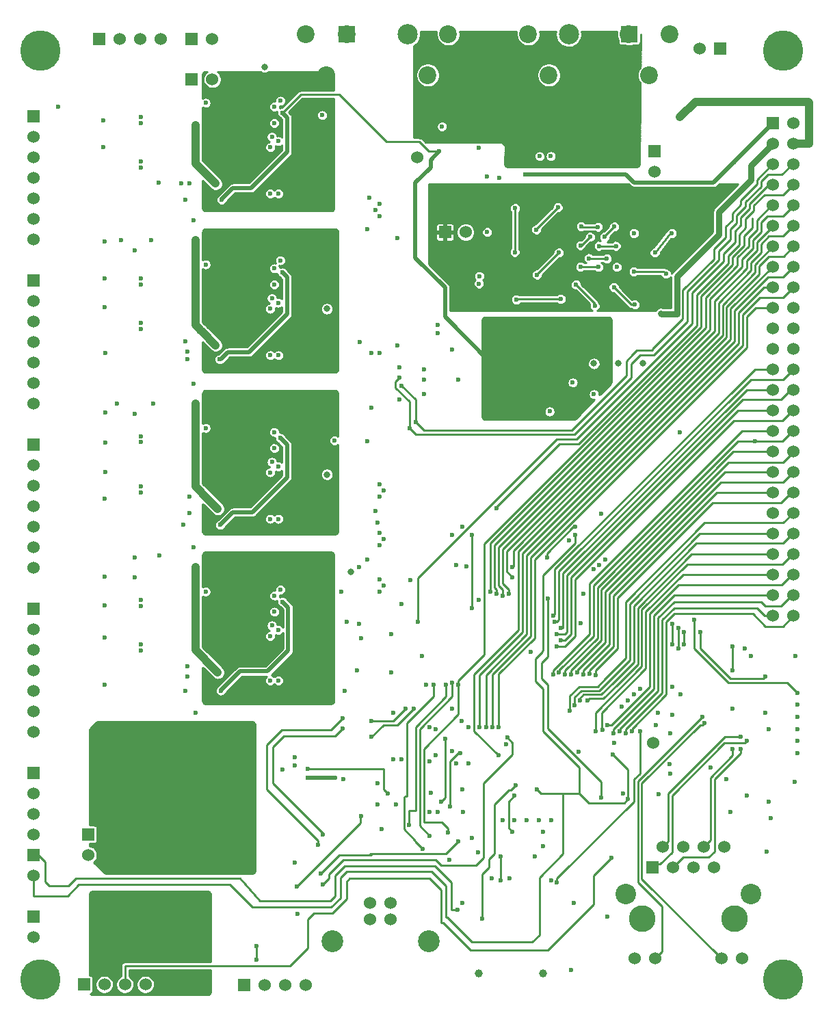
<source format=gbl>
G04 (created by PCBNEW (2013-05-18 BZR 4017)-stable) date Fri 14 Aug 2015 10:59:20 BST*
%MOIN*%
G04 Gerber Fmt 3.4, Leading zero omitted, Abs format*
%FSLAX34Y34*%
G01*
G70*
G90*
G04 APERTURE LIST*
%ADD10C,0.00590551*%
%ADD11C,0.0394*%
%ADD12C,0.1969*%
%ADD13R,0.06X0.06*%
%ADD14C,0.06*%
%ADD15C,0.1299*%
%ADD16C,0.1*%
%ADD17C,0.0315*%
%ADD18R,0.0787X0.0787*%
%ADD19C,0.0984*%
%ADD20C,0.1063*%
%ADD21C,0.0866*%
%ADD22C,0.0236*%
%ADD23C,0.01*%
%ADD24C,0.03*%
%ADD25C,0.02*%
%ADD26C,0.04*%
%ADD27C,0.015*%
G04 APERTURE END LIST*
G54D10*
G54D11*
X24140Y1870D03*
X27282Y1870D03*
G54D12*
X2754Y1575D03*
G54D13*
X2429Y43625D03*
G54D14*
X2429Y42625D03*
X2429Y41625D03*
X2429Y40625D03*
X2429Y39625D03*
X2429Y38625D03*
X2429Y37625D03*
G54D13*
X2429Y35625D03*
G54D14*
X2429Y34625D03*
X2429Y33625D03*
X2429Y32625D03*
X2429Y31625D03*
X2429Y30625D03*
X2429Y29625D03*
G54D13*
X2429Y27625D03*
G54D14*
X2429Y26625D03*
X2429Y25625D03*
X2429Y24625D03*
X2429Y23625D03*
X2429Y22625D03*
X2429Y21625D03*
G54D13*
X2429Y19625D03*
G54D14*
X2429Y18625D03*
X2429Y17625D03*
X2429Y16625D03*
X2429Y15625D03*
X2429Y14625D03*
X2429Y13625D03*
G54D13*
X35911Y46929D03*
G54D14*
X34911Y46929D03*
G54D13*
X38474Y43299D03*
G54D14*
X39474Y43299D03*
X38474Y38299D03*
X39474Y42299D03*
X38474Y37299D03*
X39474Y41299D03*
X38474Y36299D03*
X39474Y40299D03*
X38474Y35299D03*
X39474Y39299D03*
X38474Y34299D03*
X39474Y38299D03*
X38474Y33299D03*
X39474Y37299D03*
X38474Y32299D03*
X39474Y36299D03*
X38474Y31299D03*
X39474Y35299D03*
X38474Y30299D03*
X39474Y34299D03*
X38474Y29299D03*
X39474Y33299D03*
X38474Y28299D03*
X39474Y32299D03*
X39474Y31299D03*
X38474Y27299D03*
X39474Y30299D03*
X39474Y28299D03*
X39474Y27299D03*
X39474Y26299D03*
X39474Y25299D03*
X38474Y26299D03*
X38474Y25299D03*
X38474Y42299D03*
X38474Y41299D03*
X38474Y40299D03*
X38474Y39299D03*
X38474Y24299D03*
X39474Y24299D03*
X39474Y29299D03*
X38474Y23299D03*
X39474Y23299D03*
X38474Y22299D03*
X39474Y22299D03*
X38474Y21299D03*
X39474Y21299D03*
X38474Y20299D03*
X39474Y20299D03*
X38474Y19299D03*
X39474Y19299D03*
G54D15*
X32098Y4528D03*
X36598Y4528D03*
G54D14*
X36098Y8028D03*
X35600Y7028D03*
X35098Y8028D03*
X34600Y7028D03*
X34098Y8028D03*
X33600Y7028D03*
X33098Y8028D03*
G54D16*
X31298Y5729D03*
X37398Y5728D03*
G54D14*
X35956Y2599D03*
X32740Y2599D03*
X36956Y2599D03*
X31740Y2599D03*
G54D13*
X32600Y7028D03*
G54D17*
X16730Y26181D03*
X13700Y46038D03*
X16730Y34252D03*
X17900Y21438D03*
G54D13*
X32696Y41944D03*
G54D14*
X32696Y40944D03*
X32638Y13104D03*
X21148Y41630D03*
G54D13*
X22500Y37988D03*
G54D14*
X23500Y37988D03*
G54D13*
X4888Y1328D03*
G54D14*
X5888Y1328D03*
X6888Y1328D03*
X7888Y1328D03*
G54D12*
X38974Y46850D03*
X38974Y1575D03*
X2754Y46850D03*
G54D13*
X2429Y11625D03*
G54D14*
X2429Y10625D03*
X2429Y9625D03*
X2429Y8625D03*
G54D13*
X2429Y7625D03*
G54D14*
X2429Y6625D03*
G54D13*
X2429Y4625D03*
G54D14*
X2429Y3625D03*
G54D18*
X31476Y47638D03*
G54D19*
X28524Y47638D03*
G54D18*
X17715Y47638D03*
G54D19*
X20667Y47638D03*
G54D13*
X5650Y47388D03*
G54D14*
X6650Y47388D03*
X7650Y47388D03*
X8650Y47388D03*
G54D13*
X10150Y47388D03*
G54D14*
X11150Y47388D03*
G54D13*
X10150Y45438D03*
G54D14*
X11150Y45438D03*
X19850Y5288D03*
X18850Y5288D03*
X18850Y4501D03*
X19850Y4501D03*
G54D20*
X21712Y3438D03*
X16988Y3438D03*
G54D13*
X5100Y8638D03*
G54D14*
X5100Y7638D03*
G54D13*
X12700Y1288D03*
G54D14*
X13700Y1288D03*
X14700Y1288D03*
X15700Y1288D03*
G54D17*
X32150Y31588D03*
X30950Y31588D03*
X29750Y31588D03*
G54D21*
X32450Y45638D03*
X33450Y47638D03*
X31450Y47638D03*
X27550Y45638D03*
X28550Y47638D03*
X26550Y47638D03*
X16700Y45638D03*
X17700Y47638D03*
X15700Y47638D03*
X21650Y45638D03*
X22650Y47638D03*
X20650Y47638D03*
G54D22*
X32720Y36988D03*
X31700Y37938D03*
X27990Y39198D03*
X28040Y36988D03*
X29510Y36718D03*
X26980Y35918D03*
X29940Y38248D03*
X30740Y38258D03*
X28880Y35428D03*
X25890Y37018D03*
X30860Y36288D03*
X33260Y35958D03*
X26940Y38118D03*
X29100Y36298D03*
X29130Y38278D03*
X30380Y36698D03*
X28130Y34738D03*
X29970Y36288D03*
X25970Y34708D03*
X30820Y37318D03*
X33550Y37938D03*
X29090Y37348D03*
X30270Y37758D03*
X29990Y37318D03*
X29790Y34398D03*
X25910Y39158D03*
X31750Y34458D03*
X30720Y35308D03*
X31700Y36068D03*
X29560Y37758D03*
X22700Y7388D03*
X33000Y34038D03*
X25293Y9350D03*
X25648Y6496D03*
X27655Y9350D03*
X27262Y8071D03*
X26868Y7579D03*
X27655Y6398D03*
X30411Y4626D03*
X23375Y9725D03*
X23817Y8465D03*
X24112Y7776D03*
X39663Y13780D03*
X31159Y10650D03*
X33462Y13583D03*
X36218Y11319D03*
X39663Y14961D03*
X37399Y17323D03*
X33955Y15453D03*
X33561Y15846D03*
X22144Y9744D03*
X22045Y13780D03*
X18900Y29438D03*
X23129Y30807D03*
X25270Y30882D03*
X25742Y30890D03*
X25522Y30579D03*
X25289Y31630D03*
X26435Y29827D03*
X18896Y32087D03*
X20176Y32480D03*
X20372Y12303D03*
X22833Y12697D03*
X23620Y12106D03*
X31396Y15157D03*
X29722Y21555D03*
X23029Y21772D03*
X11569Y15650D03*
X27195Y30862D03*
X25057Y32213D03*
X26360Y30854D03*
X13974Y24016D03*
X13974Y18307D03*
X11605Y39567D03*
X21750Y9744D03*
X9840Y15650D03*
X14565Y11811D03*
X13974Y34252D03*
X11529Y23720D03*
X14368Y18602D03*
X14565Y43799D03*
X14368Y31988D03*
X14466Y27953D03*
X15297Y4752D03*
X13974Y42126D03*
X13974Y26280D03*
X14368Y34547D03*
X14368Y24016D03*
X14368Y42421D03*
X14368Y26575D03*
X13974Y16142D03*
X14565Y19980D03*
X13974Y31988D03*
X13974Y39862D03*
X11506Y31791D03*
X22207Y41933D03*
X32911Y10591D03*
X9742Y23720D03*
X14368Y16142D03*
X14565Y36024D03*
X9840Y39567D03*
X9939Y31791D03*
X14368Y39862D03*
X17150Y11388D03*
X15800Y11388D03*
X22350Y43138D03*
X24148Y35480D03*
X26390Y40813D03*
X22139Y33470D03*
X22144Y33071D03*
X24159Y35846D03*
X23541Y21693D03*
X21750Y12205D03*
X31100Y14862D03*
X21750Y13878D03*
X18305Y18898D03*
X30313Y22047D03*
X23029Y12106D03*
X28640Y16437D03*
X29525Y16476D03*
X29821Y16398D03*
X16550Y6188D03*
X25531Y13366D03*
X29014Y12677D03*
X28581Y14685D03*
X30600Y7488D03*
X28817Y14921D03*
X28344Y16437D03*
X30334Y41563D03*
X29709Y41581D03*
X29691Y42859D03*
X30991Y42224D03*
X29367Y41846D03*
X28966Y41599D03*
X30622Y41851D03*
X30591Y42566D03*
X29385Y42553D03*
X29065Y42859D03*
X30622Y43151D03*
X30973Y43498D03*
X29020Y42184D03*
X29655Y42206D03*
X30271Y43489D03*
X30969Y42868D03*
X29380Y43169D03*
X30010Y41860D03*
X31032Y41590D03*
X29574Y43471D03*
X30334Y42197D03*
X28948Y43484D03*
X30303Y42863D03*
X29992Y43178D03*
X29968Y42559D03*
X28525Y22953D03*
X32768Y13982D03*
X18896Y13386D03*
X20962Y14764D03*
X18896Y14173D03*
X20569Y14764D03*
X16550Y8638D03*
X17500Y13788D03*
X17500Y14288D03*
X16300Y8138D03*
X5510Y12598D03*
X6298Y9843D03*
X8659Y12598D03*
X7085Y9843D03*
X9447Y11811D03*
X6691Y9449D03*
X7872Y11811D03*
X8659Y11024D03*
X8659Y11811D03*
X8266Y12205D03*
X5903Y12205D03*
X6691Y10236D03*
X9447Y11024D03*
X6297Y9055D03*
X7872Y9449D03*
X7478Y12205D03*
X8266Y10630D03*
X5510Y10630D03*
X7085Y10630D03*
X9840Y12205D03*
X10234Y12598D03*
X7872Y11024D03*
X8266Y9843D03*
X9447Y12598D03*
X6297Y10630D03*
X7085Y12598D03*
X6297Y12598D03*
X5903Y10236D03*
X7085Y11811D03*
X9053Y10630D03*
X7085Y9055D03*
X9053Y9843D03*
X6297Y11811D03*
X6691Y12205D03*
X8659Y9449D03*
X8561Y10236D03*
X7872Y12598D03*
X10234Y11811D03*
X9447Y9449D03*
X5510Y11811D03*
X5510Y9843D03*
X9053Y12205D03*
X10825Y20472D03*
X19486Y20768D03*
X19289Y20472D03*
X9939Y16831D03*
X19700Y10638D03*
X15800Y11838D03*
X14466Y20571D03*
X19289Y21063D03*
X14171Y20276D03*
X17714Y18996D03*
X10333Y14567D03*
X23108Y4980D03*
X38088Y14567D03*
X37104Y17717D03*
X29230Y20374D03*
X38285Y13780D03*
X38088Y16339D03*
X34939Y18504D03*
X34644Y19094D03*
X39663Y15551D03*
X33856Y17717D03*
X33856Y18701D03*
X33561Y18898D03*
X33561Y17913D03*
X34151Y17913D03*
X34151Y18504D03*
X30100Y10438D03*
X27500Y20138D03*
X9660Y3388D03*
X8640Y3378D03*
X8563Y4331D03*
X7520Y4348D03*
X8220Y3848D03*
X8080Y4818D03*
X8540Y5268D03*
X9570Y5288D03*
X9090Y4818D03*
X9190Y3918D03*
X9600Y4378D03*
X7520Y5188D03*
X7500Y3388D03*
X18400Y9538D03*
X22732Y10004D03*
X23226Y12598D03*
X15254Y6102D03*
X19400Y8888D03*
X17550Y11338D03*
X27592Y29252D03*
X24150Y42088D03*
X27065Y9350D03*
X31691Y15453D03*
X33561Y14469D03*
X32872Y14567D03*
X23305Y14173D03*
X22833Y14764D03*
X21573Y15945D03*
X29090Y18923D03*
X11809Y17323D03*
X11809Y20079D03*
X11809Y25295D03*
X12200Y27851D03*
X11809Y27657D03*
X11809Y28051D03*
X11809Y33268D03*
X11809Y35630D03*
X11809Y36024D03*
X12201Y35825D03*
X20372Y19882D03*
X15352Y17815D03*
X21456Y30807D03*
X15451Y33858D03*
X15451Y41634D03*
X23325Y5315D03*
X28640Y2047D03*
X39565Y17323D03*
X39663Y14370D03*
X36514Y14764D03*
X39663Y12598D03*
X39663Y13189D03*
X39550Y11188D03*
X38167Y7815D03*
X38384Y9449D03*
X37203Y10531D03*
X36415Y9744D03*
X35431Y11909D03*
X33462Y11614D03*
X28777Y5295D03*
X27262Y8760D03*
X26474Y9350D03*
X24782Y6496D03*
X19978Y12303D03*
X25884Y9350D03*
X23325Y10827D03*
X21800Y10666D03*
X23620Y13878D03*
X22045Y12500D03*
X19978Y14567D03*
X19880Y16535D03*
X18207Y16634D03*
X7675Y19783D03*
X18403Y18209D03*
X19880Y18406D03*
X21356Y17323D03*
X30018Y21752D03*
X17419Y20472D03*
X24132Y20079D03*
X18699Y22047D03*
X22833Y23228D03*
X19092Y24409D03*
X11809Y24902D03*
X22844Y32280D03*
X20273Y29823D03*
X21456Y31299D03*
X20273Y31398D03*
X34469Y39243D03*
X27100Y41688D03*
X11809Y41142D03*
X11415Y44488D03*
X3650Y44088D03*
X27650Y41688D03*
X24550Y40688D03*
X25150Y40638D03*
X5900Y21188D03*
X5900Y19788D03*
X5900Y18238D03*
X5900Y15938D03*
X7675Y27756D03*
X5950Y29188D03*
X5950Y27738D03*
X5950Y26288D03*
X5900Y24988D03*
X7675Y35728D03*
X5900Y35738D03*
X5900Y34338D03*
X5950Y32088D03*
X5900Y37538D03*
X6691Y37598D03*
X5850Y42138D03*
X7675Y43602D03*
X5850Y43438D03*
X12596Y40748D03*
X7675Y41437D03*
X15155Y12008D03*
X11809Y44685D03*
X12596Y27657D03*
X12200Y16735D03*
X12596Y16929D03*
X11809Y34252D03*
X12596Y28051D03*
X21455Y30118D03*
X38285Y10236D03*
X15155Y7283D03*
X12596Y41535D03*
X12596Y17323D03*
X12596Y33268D03*
X13384Y20965D03*
X7675Y28051D03*
X7675Y17618D03*
X13777Y20768D03*
X12596Y42126D03*
X12203Y19291D03*
X12596Y20079D03*
X11415Y20768D03*
X13384Y36909D03*
X28718Y30657D03*
X12203Y26673D03*
X8561Y22244D03*
X12202Y40945D03*
X12201Y33071D03*
X11809Y26969D03*
X11022Y28937D03*
X11809Y33661D03*
X12203Y20768D03*
X12596Y25295D03*
X13777Y44488D03*
X12200Y17520D03*
X12202Y41339D03*
X14171Y36909D03*
X11418Y28737D03*
X15451Y25787D03*
X12990Y20768D03*
X23325Y23622D03*
X11809Y20965D03*
X7675Y41142D03*
X7380Y21161D03*
X11809Y41535D03*
X12596Y18996D03*
X7675Y35433D03*
X10037Y24311D03*
X11809Y43898D03*
X12203Y35236D03*
X13777Y36713D03*
X12200Y25492D03*
X15943Y36319D03*
X7675Y43307D03*
X14171Y20965D03*
X12596Y43898D03*
X12201Y33465D03*
X8167Y37598D03*
X12596Y33661D03*
X11809Y25689D03*
X12596Y26969D03*
X7380Y37106D03*
X11022Y44685D03*
X11809Y42126D03*
X7675Y25295D03*
X11022Y36909D03*
X12596Y26378D03*
X12596Y20965D03*
X12990Y44488D03*
X7675Y33563D03*
X15844Y28248D03*
X12202Y43700D03*
X12201Y36711D03*
X11809Y18996D03*
X11415Y36713D03*
X12596Y41142D03*
X12990Y28740D03*
X10037Y40354D03*
X11809Y16929D03*
X11809Y28937D03*
X14171Y28937D03*
X11809Y42815D03*
X12596Y17717D03*
X12203Y41831D03*
X12200Y24708D03*
X7675Y20079D03*
X12596Y24902D03*
X12203Y34547D03*
X12596Y18406D03*
X7380Y29134D03*
X15549Y20866D03*
X34469Y38130D03*
X11809Y26378D03*
X12596Y28937D03*
X12596Y36024D03*
X12990Y36713D03*
X6494Y29626D03*
X12203Y27264D03*
X14171Y44685D03*
X12596Y44685D03*
X11809Y36909D03*
X12596Y32874D03*
X17616Y15650D03*
X12596Y35630D03*
X13384Y28937D03*
X7675Y33268D03*
X12202Y40552D03*
X12596Y34252D03*
X9939Y16339D03*
X12596Y34941D03*
X13384Y44685D03*
X12203Y18701D03*
X12203Y42520D03*
X12203Y43110D03*
X11809Y43504D03*
X12203Y33957D03*
X12596Y36909D03*
X12596Y42815D03*
X9939Y32185D03*
X12203Y26083D03*
X7380Y22146D03*
X11809Y19685D03*
X11022Y20965D03*
X15844Y44094D03*
X15155Y12402D03*
X12200Y28737D03*
X11809Y32874D03*
X8266Y29626D03*
X12200Y17126D03*
X11809Y34941D03*
X12201Y32679D03*
X13777Y28740D03*
X12200Y25098D03*
X11809Y18406D03*
X12596Y25689D03*
X12202Y44487D03*
X7675Y25591D03*
X12203Y18110D03*
X12203Y19882D03*
X12596Y43504D03*
X7675Y17913D03*
X12596Y19685D03*
X11809Y40748D03*
X11809Y17717D03*
X25195Y6398D03*
X25195Y7579D03*
X31986Y13681D03*
X31986Y15748D03*
X27951Y6299D03*
X14171Y43307D03*
X14053Y42638D03*
X14053Y18819D03*
X14171Y19488D03*
X14171Y35433D03*
X14053Y34764D03*
X14171Y27461D03*
X14053Y26791D03*
X36907Y12795D03*
X35136Y14075D03*
X36514Y16634D03*
X36514Y17815D03*
X35037Y14370D03*
X37203Y13189D03*
X36514Y12795D03*
X36907Y13386D03*
X22833Y16043D03*
X21750Y8563D03*
X21400Y7938D03*
X21947Y15945D03*
X20750Y9088D03*
X22537Y15945D03*
X25470Y13030D03*
X33423Y12067D03*
X24998Y20374D03*
X24703Y20472D03*
X28836Y23622D03*
X27459Y22146D03*
X27754Y16437D03*
X33950Y28238D03*
X37600Y27814D03*
X28049Y16535D03*
X29053Y15157D03*
X29427Y15157D03*
X29821Y13681D03*
X30175Y13720D03*
X30411Y13957D03*
X30707Y13583D03*
X31002Y13681D03*
X31297Y13583D03*
X31592Y13681D03*
X24171Y13858D03*
X27754Y19291D03*
X24486Y13858D03*
X24801Y13858D03*
X25116Y13858D03*
X25096Y12500D03*
X18350Y32638D03*
X18700Y38138D03*
X16500Y43688D03*
X20800Y21038D03*
X13300Y3188D03*
X16450Y6738D03*
X23150Y8288D03*
X13300Y2538D03*
X22650Y8738D03*
X23128Y15945D03*
X25785Y21654D03*
X25588Y20374D03*
X27951Y17815D03*
X28148Y18110D03*
X28148Y18701D03*
X27852Y18996D03*
X27951Y18406D03*
X20766Y28445D03*
X23817Y19685D03*
X23817Y23228D03*
X20273Y30906D03*
X29230Y16437D03*
X21061Y28740D03*
X20372Y30512D03*
X28935Y16535D03*
X25785Y21161D03*
X25293Y20276D03*
X22300Y10238D03*
X20100Y10088D03*
X22500Y13288D03*
X25950Y11038D03*
X24300Y4538D03*
X21159Y18996D03*
X24998Y24528D03*
X19200Y10088D03*
X19200Y11138D03*
X25884Y10531D03*
X25785Y8760D03*
X31396Y10354D03*
X26966Y10827D03*
X30118Y24264D03*
X28836Y23228D03*
X30667Y12539D03*
X24550Y37988D03*
X29750Y30088D03*
X33950Y43588D03*
X10334Y41829D03*
X10333Y18012D03*
X10333Y19390D03*
X10579Y33218D03*
X10333Y25984D03*
X11317Y32480D03*
X10333Y35335D03*
X10333Y27362D03*
X10333Y37598D03*
X10972Y16978D03*
X11415Y24508D03*
X10333Y43209D03*
X10333Y33957D03*
X11317Y40354D03*
X11415Y16535D03*
X10333Y29626D03*
X10972Y24951D03*
X10333Y21654D03*
X10628Y41043D03*
X10825Y28445D03*
X19486Y23031D03*
X10037Y25098D03*
X19289Y22736D03*
X17100Y27838D03*
X18700Y27788D03*
X19289Y23327D03*
X14171Y28248D03*
X10234Y22638D03*
X18305Y21654D03*
X19486Y25394D03*
X10825Y36417D03*
X19289Y25098D03*
X9840Y32677D03*
X19289Y32087D03*
X14466Y36614D03*
X19289Y25689D03*
X14171Y36220D03*
X10234Y30610D03*
X19191Y23819D03*
X10825Y44291D03*
X19092Y39075D03*
X9644Y40354D03*
X19289Y38780D03*
X8550Y40388D03*
X14466Y44390D03*
X18797Y39665D03*
X14171Y44094D03*
X19289Y39370D03*
X10234Y38583D03*
X20175Y37697D03*
X30726Y13091D03*
X26671Y17520D03*
G54D23*
X33150Y36068D02*
X31700Y36068D01*
X30270Y37788D02*
X30270Y37758D01*
X26000Y34738D02*
X28130Y34738D01*
X25910Y39158D02*
X25890Y39138D01*
X29100Y36298D02*
X29110Y36288D01*
X33470Y37938D02*
X33550Y37938D01*
X29110Y36288D02*
X29970Y36288D01*
X31570Y34458D02*
X31750Y34458D01*
X33260Y35958D02*
X33150Y36068D01*
X28040Y36988D02*
X26980Y35928D01*
X26940Y38148D02*
X26940Y38118D01*
X25970Y34708D02*
X26000Y34738D01*
X30720Y35308D02*
X31570Y34458D01*
X25890Y39138D02*
X25890Y37018D01*
X30360Y36718D02*
X29510Y36718D01*
X29560Y37758D02*
X29150Y37348D01*
X26980Y35928D02*
X26980Y35918D01*
X30380Y36698D02*
X30360Y36718D01*
X29160Y38248D02*
X29940Y38248D01*
X32720Y36988D02*
X33470Y37938D01*
X28880Y35428D02*
X29790Y34518D01*
X29790Y34518D02*
X29790Y34398D01*
X29990Y37318D02*
X30820Y37318D01*
X29130Y38278D02*
X29160Y38248D01*
X30740Y38258D02*
X30270Y37788D01*
X29150Y37348D02*
X29090Y37348D01*
X27990Y39198D02*
X26940Y38148D01*
G54D24*
X35840Y37870D02*
X35840Y38984D01*
X38474Y42299D02*
X37396Y41221D01*
X33790Y35820D02*
X33790Y34008D01*
X35840Y38984D02*
X37396Y40540D01*
X37396Y40540D02*
X37396Y41221D01*
X35840Y37870D02*
X33790Y35820D01*
X33000Y34038D02*
X33030Y34008D01*
X33030Y34008D02*
X33790Y34008D01*
G54D25*
X11569Y15650D02*
X11569Y15657D01*
X14850Y19695D02*
X14565Y19980D01*
X14850Y17588D02*
X14850Y19695D01*
X13850Y16588D02*
X14850Y17588D01*
X12500Y16588D02*
X13850Y16588D01*
X11569Y15657D02*
X12500Y16588D01*
X11529Y23720D02*
X11532Y23720D01*
X14800Y27619D02*
X14466Y27953D01*
X14800Y26038D02*
X14800Y27619D01*
X13100Y24338D02*
X14800Y26038D01*
X12150Y24338D02*
X13100Y24338D01*
X11532Y23720D02*
X12150Y24338D01*
X11506Y31791D02*
X11553Y31791D01*
X14800Y35789D02*
X14565Y36024D01*
X14800Y33988D02*
X14800Y35789D01*
X12950Y32138D02*
X14800Y33988D01*
X11900Y32138D02*
X12950Y32138D01*
X11553Y31791D02*
X11900Y32138D01*
X11605Y39567D02*
X11605Y39593D01*
X14800Y43564D02*
X14565Y43799D01*
X14800Y41888D02*
X14800Y43564D01*
X13050Y40138D02*
X14800Y41888D01*
X12150Y40138D02*
X13050Y40138D01*
X11605Y39593D02*
X12150Y40138D01*
G54D23*
X17350Y44688D02*
X15454Y44688D01*
X15454Y44688D02*
X14565Y43799D01*
X22207Y41933D02*
X21705Y41933D01*
X19650Y42388D02*
X17350Y44688D01*
X21250Y42388D02*
X19650Y42388D01*
X21705Y41933D02*
X21250Y42388D01*
G54D25*
X21050Y40390D02*
X21050Y36748D01*
G54D23*
X32911Y10591D02*
X32911Y10571D01*
G54D25*
X22490Y33869D02*
X24711Y31648D01*
X22490Y35308D02*
X22490Y33869D01*
X22207Y41933D02*
X21787Y41513D01*
X21787Y41127D02*
X21050Y40390D01*
X21787Y41513D02*
X21787Y41127D01*
X21050Y36748D02*
X22490Y35308D01*
X15800Y11388D02*
X17150Y11388D01*
X36612Y41437D02*
X36553Y41378D01*
X36612Y41437D02*
X35583Y40408D01*
X38474Y43299D02*
X36612Y41437D01*
X31310Y40813D02*
X26390Y40813D01*
X35583Y40408D02*
X31715Y40408D01*
X31715Y40408D02*
X31310Y40813D01*
G54D23*
X39474Y27299D02*
X39474Y27272D01*
X38974Y26772D02*
X36317Y26772D01*
X30116Y18110D02*
X28640Y16634D01*
X28640Y16634D02*
X28640Y16437D01*
X36317Y26772D02*
X30116Y20571D01*
X30116Y20571D02*
X30116Y18110D01*
X39474Y27272D02*
X38974Y26772D01*
X35729Y25299D02*
X30707Y20277D01*
X30707Y17815D02*
X29525Y16633D01*
X29525Y16633D02*
X29525Y16476D01*
X30707Y20277D02*
X30707Y17815D01*
X38474Y25299D02*
X35729Y25299D01*
X30903Y17716D02*
X29821Y16634D01*
X38875Y24803D02*
X35527Y24803D01*
X35527Y24803D02*
X30903Y20179D01*
X29821Y16634D02*
X29821Y16398D01*
X30903Y20179D02*
X30903Y17716D01*
X39474Y25299D02*
X39371Y25299D01*
X39371Y25299D02*
X38875Y24803D01*
X16850Y6488D02*
X16850Y6588D01*
X16550Y6188D02*
X16850Y6488D01*
X24003Y7135D02*
X22303Y7135D01*
X22303Y7135D02*
X22050Y7388D01*
X22050Y7388D02*
X17550Y7388D01*
X17550Y7388D02*
X16850Y6688D01*
X16850Y6688D02*
X16850Y6588D01*
X24380Y7512D02*
X24003Y7135D01*
X24380Y11144D02*
X24380Y8848D01*
X25783Y12907D02*
X25783Y12547D01*
X24380Y8848D02*
X24380Y7512D01*
X25783Y13114D02*
X25531Y13366D01*
X25783Y12547D02*
X24380Y11144D01*
X25783Y12907D02*
X25783Y13114D01*
X28581Y15396D02*
X29031Y15846D01*
X31297Y17223D02*
X30313Y16239D01*
X38974Y23819D02*
X35136Y23819D01*
X30313Y16239D02*
X30313Y16240D01*
X39474Y24299D02*
X39454Y24299D01*
X28581Y14685D02*
X28581Y15396D01*
X29031Y15846D02*
X29919Y15846D01*
X35136Y23819D02*
X31297Y19980D01*
X39454Y24299D02*
X38974Y23819D01*
X30313Y16240D02*
X29919Y15846D01*
X31297Y19980D02*
X31297Y17223D01*
X12050Y2238D02*
X14950Y2238D01*
X14950Y2238D02*
X15800Y3088D01*
X22300Y4338D02*
X22400Y4338D01*
X30600Y7488D02*
X29750Y6638D01*
X29750Y6638D02*
X29750Y5238D01*
X29750Y5238D02*
X27500Y2988D01*
X27500Y2988D02*
X23750Y2988D01*
X15800Y4488D02*
X16100Y4788D01*
X16100Y4788D02*
X17000Y4788D01*
X17000Y4788D02*
X17700Y5488D01*
X17700Y5488D02*
X17700Y6338D01*
X17700Y6338D02*
X17850Y6488D01*
X17850Y6488D02*
X21750Y6488D01*
X21750Y6488D02*
X22300Y5938D01*
X22300Y5938D02*
X22300Y4338D01*
X15800Y3088D02*
X15800Y4488D01*
X22400Y4338D02*
X23750Y2988D01*
X6900Y2238D02*
X6900Y1340D01*
X12100Y2238D02*
X12050Y2238D01*
X12050Y2238D02*
X6900Y2238D01*
X6900Y1340D02*
X6888Y1328D01*
X38474Y23299D02*
X34912Y23299D01*
X30510Y16142D02*
X30018Y15650D01*
X31494Y19881D02*
X31494Y17126D01*
X28817Y14921D02*
X28817Y15335D01*
X30510Y16142D02*
X30510Y16142D01*
X29132Y15650D02*
X30018Y15650D01*
X31494Y17126D02*
X30510Y16142D01*
X28817Y15335D02*
X29132Y15650D01*
X34912Y23299D02*
X31494Y19881D01*
X36549Y27299D02*
X29919Y20669D01*
X29919Y20669D02*
X29919Y18209D01*
X28344Y16634D02*
X28344Y16437D01*
X29919Y18209D02*
X28344Y16634D01*
X38474Y27299D02*
X36549Y27299D01*
X30361Y42224D02*
X30991Y42224D01*
X29020Y42184D02*
X29042Y42206D01*
X29120Y41599D02*
X28966Y41599D01*
X29990Y41538D02*
X29990Y41158D01*
X29691Y42859D02*
X29695Y42863D01*
X30969Y42868D02*
X30686Y43151D01*
X30334Y41563D02*
X30015Y41563D01*
X29727Y41563D02*
X30334Y41563D01*
X29385Y42553D02*
X29371Y42553D01*
X30015Y41563D02*
X29990Y41538D01*
X29968Y42559D02*
X29977Y42568D01*
X28961Y43471D02*
X29574Y43471D01*
X29983Y43169D02*
X29380Y43169D01*
X29992Y43178D02*
X29983Y43169D01*
X30686Y43151D02*
X30622Y43151D01*
X29709Y41581D02*
X29727Y41563D01*
X29042Y42206D02*
X29655Y42206D01*
X29977Y42568D02*
X30591Y42566D01*
X30622Y41851D02*
X30613Y41860D01*
X29695Y42863D02*
X30303Y42863D01*
X29371Y42553D02*
X29065Y42859D01*
X30271Y43489D02*
X30280Y43498D01*
X30280Y43498D02*
X30973Y43498D01*
X30334Y42197D02*
X30361Y42224D01*
X28948Y43484D02*
X28961Y43471D01*
X30613Y41860D02*
X30010Y41860D01*
X29367Y41846D02*
X29120Y41599D01*
X19486Y13976D02*
X20175Y13976D01*
X20175Y13976D02*
X20962Y14764D01*
X18896Y13386D02*
X19486Y13976D01*
X18896Y14173D02*
X19978Y14173D01*
X20569Y14764D02*
X19978Y14173D01*
X14650Y13438D02*
X17150Y13438D01*
X16550Y8688D02*
X14100Y11138D01*
X14100Y11138D02*
X14100Y12888D01*
X14100Y12888D02*
X14650Y13438D01*
X16550Y8638D02*
X16550Y8688D01*
X17150Y13438D02*
X17500Y13788D01*
X16300Y8138D02*
X16300Y8338D01*
X16950Y13738D02*
X17500Y14288D01*
X14550Y13738D02*
X16950Y13738D01*
X13800Y12988D02*
X14550Y13738D01*
X13800Y10838D02*
X13800Y12988D01*
X16300Y8338D02*
X13800Y10838D01*
X16300Y8138D02*
X16350Y8138D01*
X6298Y9843D02*
X6297Y9843D01*
X19500Y10838D02*
X19500Y11838D01*
X19700Y10638D02*
X19500Y10838D01*
X15800Y11838D02*
X19500Y11838D01*
X2429Y7625D02*
X2663Y7625D01*
X4511Y6499D02*
X5188Y6499D01*
X4150Y6138D02*
X4511Y6499D01*
X3200Y6138D02*
X4150Y6138D01*
X3000Y6338D02*
X3200Y6138D01*
X3000Y7288D02*
X3000Y6338D01*
X2663Y7625D02*
X3000Y7288D01*
X16750Y5393D02*
X16905Y5393D01*
X22800Y6288D02*
X22800Y4980D01*
X22000Y7088D02*
X22800Y6288D01*
X17600Y7088D02*
X22000Y7088D01*
X17150Y6638D02*
X17600Y7088D01*
X17150Y5638D02*
X17150Y6638D01*
X16905Y5393D02*
X17150Y5638D01*
X16750Y5393D02*
X13464Y5393D01*
X13464Y5393D02*
X12500Y6488D01*
X12484Y6504D02*
X5188Y6499D01*
X12500Y6488D02*
X12484Y6504D01*
X23108Y4980D02*
X22800Y4980D01*
X36416Y16240D02*
X34939Y17717D01*
X38088Y16339D02*
X37989Y16240D01*
X34939Y17717D02*
X34939Y18504D01*
X37989Y16240D02*
X36416Y16240D01*
X36317Y16043D02*
X34644Y17716D01*
X39171Y16043D02*
X36317Y16043D01*
X34644Y17716D02*
X34644Y19094D01*
X39663Y15551D02*
X39171Y16043D01*
X33856Y18701D02*
X33856Y17717D01*
X33561Y18898D02*
X33561Y17913D01*
X34151Y18504D02*
X34151Y17913D01*
X27500Y15938D02*
X27500Y15588D01*
X30100Y11188D02*
X30100Y10438D01*
X27500Y15588D02*
X27500Y13788D01*
X27500Y18188D02*
X27500Y17438D01*
X27500Y20138D02*
X27500Y18188D01*
X27500Y13788D02*
X28800Y12488D01*
X28800Y12488D02*
X30100Y11188D01*
X27200Y16488D02*
X27200Y16238D01*
X27200Y16238D02*
X27250Y16188D01*
X27250Y16188D02*
X27500Y15938D01*
X27200Y16988D02*
X27500Y17288D01*
X27500Y17288D02*
X27500Y17438D01*
X27200Y16488D02*
X27200Y16988D01*
X7510Y3378D02*
X8640Y3378D01*
X9190Y3858D02*
X9190Y3918D01*
X9660Y3388D02*
X9190Y3858D01*
X8610Y4378D02*
X9600Y4378D01*
X7500Y3388D02*
X7510Y3378D01*
X8563Y4331D02*
X8610Y4378D01*
X8220Y3848D02*
X7720Y4348D01*
X7600Y5268D02*
X8540Y5268D01*
X9090Y4818D02*
X8080Y4818D01*
X7520Y5188D02*
X7600Y5268D01*
X7720Y4348D02*
X7520Y4348D01*
X18370Y9508D02*
X18370Y9218D01*
X18400Y9538D02*
X18370Y9508D01*
X23127Y12598D02*
X23226Y12598D01*
X22732Y10004D02*
X22734Y12205D01*
X22734Y12205D02*
X23127Y12598D01*
X15254Y6102D02*
X18370Y9218D01*
X15451Y44094D02*
X15844Y44094D01*
X25195Y6398D02*
X25195Y7579D01*
X27951Y6496D02*
X28148Y6693D01*
X27951Y6299D02*
X27951Y6496D01*
X28148Y6693D02*
X31691Y10236D01*
X31986Y11615D02*
X31986Y13681D01*
X31691Y10236D02*
X31691Y11320D01*
X31691Y11320D02*
X31986Y11615D01*
X36848Y12539D02*
X36907Y12598D01*
X34093Y7520D02*
X35352Y7520D01*
X35352Y7520D02*
X35628Y7796D01*
X33601Y7028D02*
X34093Y7520D01*
X35628Y7796D02*
X35628Y11319D01*
X33600Y7028D02*
X33601Y7028D01*
X36907Y12598D02*
X36907Y12795D01*
X36848Y12539D02*
X35628Y11319D01*
X32085Y6470D02*
X35956Y2599D01*
X34938Y13976D02*
X32085Y11123D01*
X32085Y11123D02*
X32085Y6470D01*
X35136Y14075D02*
X35037Y13976D01*
X35037Y13976D02*
X34938Y13976D01*
X36514Y16634D02*
X36514Y17815D01*
X35037Y14370D02*
X31888Y11221D01*
X33069Y5119D02*
X33069Y2928D01*
X31888Y11221D02*
X31888Y6300D01*
X31888Y6300D02*
X33069Y5119D01*
X33069Y2928D02*
X32740Y2599D01*
X36101Y13091D02*
X33561Y10551D01*
X32971Y7186D02*
X32758Y7186D01*
X32600Y7028D02*
X32758Y7186D01*
X37203Y13189D02*
X37202Y13189D01*
X37202Y13189D02*
X37104Y13091D01*
X37104Y13091D02*
X36101Y13091D01*
X32971Y7186D02*
X33561Y7776D01*
X33561Y7776D02*
X33561Y10551D01*
X36475Y12461D02*
X36514Y12500D01*
X35431Y8361D02*
X35098Y8028D01*
X36514Y12500D02*
X36514Y12795D01*
X36474Y12461D02*
X35431Y11418D01*
X35431Y11418D02*
X35431Y8361D01*
X36474Y12461D02*
X36475Y12461D01*
X33364Y8294D02*
X33098Y8028D01*
X36907Y13386D02*
X36120Y13386D01*
X36120Y13386D02*
X33364Y10630D01*
X33364Y10630D02*
X33364Y8294D01*
X21258Y13780D02*
X22833Y15355D01*
X22833Y15355D02*
X22833Y16043D01*
X21258Y13386D02*
X21258Y13780D01*
X21750Y8563D02*
X21258Y9055D01*
X21258Y9055D02*
X21258Y13386D01*
X20500Y8888D02*
X20500Y10438D01*
X21050Y8338D02*
X20500Y8888D01*
X21050Y8288D02*
X21050Y8338D01*
X21400Y7938D02*
X21050Y8288D01*
X20550Y10488D02*
X20651Y10488D01*
X20500Y10438D02*
X20550Y10488D01*
X20651Y10488D02*
X20651Y14059D01*
X20651Y14059D02*
X21947Y15355D01*
X21947Y15355D02*
X21947Y15945D01*
X20750Y9788D02*
X21061Y9788D01*
X20750Y9088D02*
X20750Y9788D01*
X21061Y9788D02*
X21050Y9788D01*
X21050Y9788D02*
X21061Y9788D01*
X21061Y9788D02*
X21061Y13386D01*
X22537Y15354D02*
X22537Y15945D01*
X21061Y13878D02*
X22537Y15354D01*
X21061Y13386D02*
X21061Y13878D01*
X37498Y37205D02*
X36976Y36683D01*
X37892Y38485D02*
X37892Y37992D01*
X39474Y39299D02*
X39474Y39279D01*
X38975Y38780D02*
X38187Y38780D01*
X36976Y36289D02*
X35411Y34724D01*
X38187Y38780D02*
X37892Y38485D01*
X24998Y22835D02*
X24899Y22736D01*
X35411Y34724D02*
X35411Y33247D01*
X24998Y20571D02*
X24998Y20374D01*
X24899Y22736D02*
X24899Y20670D01*
X35411Y33247D02*
X24999Y22835D01*
X37892Y37992D02*
X37498Y37598D01*
X39474Y39279D02*
X38975Y38780D01*
X37498Y37598D02*
X37498Y37205D01*
X24999Y22835D02*
X24998Y22834D01*
X36976Y36683D02*
X36976Y36289D01*
X24999Y22835D02*
X24998Y22835D01*
X24899Y20670D02*
X24998Y20571D01*
X36750Y36752D02*
X36750Y36359D01*
X38474Y39299D02*
X38411Y39299D01*
X37695Y38091D02*
X37301Y37697D01*
X35195Y33327D02*
X24801Y22933D01*
X35195Y34804D02*
X35195Y33327D01*
X38411Y39299D02*
X37695Y38583D01*
X37695Y38583D02*
X37695Y38091D01*
X36750Y36359D02*
X35195Y34804D01*
X24801Y22933D02*
X24703Y22835D01*
X37301Y37303D02*
X36750Y36752D01*
X24703Y22835D02*
X24703Y20472D01*
X37301Y37697D02*
X37301Y37303D01*
X28836Y23622D02*
X28738Y23622D01*
X28738Y23622D02*
X27459Y22343D01*
X27459Y22343D02*
X27459Y22146D01*
X38474Y28299D02*
X36958Y28299D01*
X27754Y16634D02*
X27754Y16437D01*
X29525Y18405D02*
X27754Y16634D01*
X36958Y28299D02*
X29525Y20866D01*
X29525Y20866D02*
X29525Y18405D01*
X37800Y27814D02*
X37600Y27814D01*
X29722Y18307D02*
X28049Y16634D01*
X36769Y27814D02*
X29722Y20767D01*
X29722Y20767D02*
X29722Y18307D01*
X37600Y27814D02*
X36769Y27814D01*
X28049Y16634D02*
X28049Y16535D01*
X39474Y28299D02*
X39419Y28299D01*
X38934Y27814D02*
X37800Y27814D01*
X39419Y28299D02*
X38934Y27814D01*
X39474Y23299D02*
X39438Y23299D01*
X29053Y15157D02*
X29053Y15276D01*
X39438Y23299D02*
X38974Y22835D01*
X30707Y16043D02*
X30707Y16044D01*
X38974Y22835D02*
X34744Y22835D01*
X34744Y22835D02*
X31691Y19782D01*
X29053Y15276D02*
X29230Y15453D01*
X30707Y16044D02*
X30116Y15453D01*
X31691Y19782D02*
X31691Y17027D01*
X29230Y15453D02*
X30116Y15453D01*
X31691Y17027D02*
X30707Y16043D01*
X31888Y19685D02*
X31888Y16929D01*
X30903Y15944D02*
X30903Y15944D01*
X38474Y22299D02*
X34502Y22299D01*
X31888Y16929D02*
X30903Y15944D01*
X30903Y15944D02*
X30215Y15256D01*
X34502Y22299D02*
X31888Y19685D01*
X29526Y15256D02*
X29427Y15157D01*
X30215Y15256D02*
X29526Y15256D01*
X32085Y19586D02*
X32085Y16831D01*
X39423Y22299D02*
X38935Y21811D01*
X38935Y21811D02*
X34310Y21811D01*
X34310Y21811D02*
X32085Y19586D01*
X39474Y22299D02*
X39423Y22299D01*
X29821Y14567D02*
X29821Y13681D01*
X32085Y16831D02*
X29821Y14567D01*
X34094Y21299D02*
X32281Y19486D01*
X34094Y21299D02*
X38474Y21299D01*
X30126Y13769D02*
X30126Y14577D01*
X32281Y19486D02*
X32281Y16732D01*
X30126Y14577D02*
X32281Y16732D01*
X30126Y13769D02*
X30175Y13720D01*
X30608Y13957D02*
X32478Y15827D01*
X30411Y13957D02*
X30608Y13957D01*
X39407Y21299D02*
X39474Y21299D01*
X39407Y21299D02*
X38895Y20787D01*
X32478Y19390D02*
X32478Y15827D01*
X38895Y20787D02*
X33875Y20787D01*
X33875Y20787D02*
X32478Y19390D01*
X38474Y20299D02*
X33684Y20299D01*
X30707Y13780D02*
X30707Y13583D01*
X30707Y13781D02*
X30707Y13583D01*
X32675Y19291D02*
X32675Y15748D01*
X33684Y20299D02*
X33683Y20299D01*
X32675Y15748D02*
X30707Y13780D01*
X33683Y20299D02*
X32675Y19291D01*
X39391Y20299D02*
X38875Y19783D01*
X31002Y13780D02*
X31002Y13681D01*
X33659Y19980D02*
X32872Y19193D01*
X38875Y19783D02*
X38089Y19783D01*
X39391Y20299D02*
X39474Y20299D01*
X32872Y19193D02*
X32872Y15650D01*
X38089Y19783D02*
X37892Y19980D01*
X37892Y19980D02*
X33659Y19980D01*
X32872Y15650D02*
X31002Y13780D01*
X38081Y19299D02*
X37695Y19685D01*
X31297Y13778D02*
X31297Y13583D01*
X33069Y19095D02*
X33069Y15550D01*
X38474Y19299D02*
X38081Y19299D01*
X37695Y19685D02*
X33659Y19685D01*
X33069Y15550D02*
X31297Y13778D01*
X33659Y19685D02*
X33069Y19095D01*
X33659Y19390D02*
X33266Y18997D01*
X31592Y13779D02*
X31592Y13681D01*
X38108Y18780D02*
X37498Y19390D01*
X38955Y18780D02*
X38108Y18780D01*
X33266Y15453D02*
X31592Y13779D01*
X39474Y19299D02*
X38955Y18780D01*
X33266Y18997D02*
X33266Y15453D01*
X37498Y19390D02*
X33659Y19390D01*
X24171Y14016D02*
X24171Y16397D01*
X24171Y14016D02*
X24171Y13858D01*
X24171Y14016D02*
X24171Y14016D01*
X38245Y35787D02*
X38962Y35787D01*
X36612Y32677D02*
X36612Y34154D01*
X38962Y35787D02*
X39474Y36299D01*
X36612Y34154D02*
X38245Y35787D01*
X24171Y16397D02*
X26277Y18503D01*
X26277Y22342D02*
X36612Y32677D01*
X26277Y18503D02*
X26277Y22342D01*
X27852Y19389D02*
X27754Y19291D01*
X38474Y31299D02*
X37596Y31299D01*
X27852Y21555D02*
X27852Y19389D01*
X37596Y31299D02*
X27852Y21555D01*
X38051Y35299D02*
X38474Y35299D01*
X26474Y22243D02*
X36809Y32578D01*
X36809Y32578D02*
X36809Y33268D01*
X24486Y13996D02*
X24486Y16417D01*
X26474Y18405D02*
X26474Y22243D01*
X24486Y13996D02*
X24486Y13858D01*
X24486Y16417D02*
X26474Y18405D01*
X36809Y34057D02*
X38051Y35299D01*
X36809Y33268D02*
X36809Y34057D01*
X24486Y13996D02*
X24486Y13996D01*
X26671Y22145D02*
X37006Y32480D01*
X24801Y13976D02*
X24801Y13976D01*
X24801Y13976D02*
X24801Y13858D01*
X26671Y18307D02*
X26671Y22145D01*
X37006Y33957D02*
X37852Y34803D01*
X38978Y34803D02*
X39474Y35299D01*
X37852Y34803D02*
X38978Y34803D01*
X24801Y13976D02*
X24801Y16437D01*
X37006Y32480D02*
X37006Y33957D01*
X24801Y16437D02*
X26671Y18307D01*
X26868Y22047D02*
X37203Y32382D01*
X37643Y34299D02*
X38474Y34299D01*
X37203Y33859D02*
X37643Y34299D01*
X25116Y13957D02*
X25116Y16457D01*
X26868Y18209D02*
X26868Y22047D01*
X25116Y16457D02*
X26868Y18209D01*
X25116Y13957D02*
X25116Y13957D01*
X25116Y13957D02*
X25116Y13858D01*
X37203Y32382D02*
X37203Y33859D01*
X25096Y12500D02*
X23915Y13681D01*
X26081Y18603D02*
X26081Y22441D01*
X38474Y36299D02*
X38462Y36299D01*
X36415Y34252D02*
X38462Y36299D01*
X26081Y22441D02*
X36415Y32775D01*
X23915Y13681D02*
X23915Y16437D01*
X23915Y16437D02*
X26081Y18603D01*
X36415Y32775D02*
X36415Y34252D01*
X13300Y3188D02*
X13300Y2538D01*
X17350Y7638D02*
X16450Y6738D01*
X18900Y7638D02*
X17350Y7638D01*
X18850Y7688D02*
X18900Y7638D01*
X22550Y7688D02*
X23150Y8288D01*
X18850Y7688D02*
X22550Y7688D01*
X22651Y8739D02*
X22651Y8837D01*
X22650Y8738D02*
X22651Y8739D01*
X22651Y8837D02*
X22651Y8937D01*
X21455Y12816D02*
X23128Y14489D01*
X23128Y15945D02*
X23128Y14489D01*
X21455Y12402D02*
X21455Y12816D01*
X21455Y9252D02*
X21455Y12402D01*
X21469Y9238D02*
X21455Y9252D01*
X22651Y8937D02*
X22350Y9238D01*
X22350Y9238D02*
X21469Y9238D01*
X36506Y36406D02*
X36506Y36768D01*
X36506Y36768D02*
X37057Y37319D01*
X34970Y34870D02*
X36506Y36406D01*
X37057Y37787D02*
X37482Y38212D01*
X37057Y37319D02*
X37057Y37787D01*
X24394Y22794D02*
X34970Y33370D01*
X23128Y15945D02*
X23128Y16142D01*
X34970Y33370D02*
X34970Y34870D01*
X24394Y17408D02*
X23128Y16142D01*
X37482Y38212D02*
X37482Y38681D01*
X24407Y17421D02*
X24394Y17408D01*
X24394Y17408D02*
X24394Y22794D01*
X37482Y38681D02*
X37482Y38669D01*
X37793Y36319D02*
X37793Y35925D01*
X39474Y37299D02*
X38986Y36811D01*
X37793Y35925D02*
X36218Y34350D01*
X38285Y36811D02*
X38986Y36811D01*
X29603Y26260D02*
X29604Y26260D01*
X36218Y32874D02*
X36218Y34350D01*
X25825Y22482D02*
X29603Y26260D01*
X37793Y36319D02*
X38285Y36811D01*
X29604Y26260D02*
X36218Y32874D01*
X25825Y21694D02*
X25785Y21654D01*
X25825Y22482D02*
X25825Y21694D01*
X37892Y37402D02*
X37892Y37008D01*
X25293Y20866D02*
X25588Y20571D01*
X35825Y33071D02*
X25293Y22539D01*
X25293Y22539D02*
X25293Y20866D01*
X39474Y38295D02*
X38974Y37795D01*
X38285Y37795D02*
X37892Y37402D01*
X37399Y36515D02*
X37399Y36121D01*
X35825Y34547D02*
X35825Y33071D01*
X38974Y37795D02*
X38285Y37795D01*
X37399Y36121D02*
X35825Y34547D01*
X39474Y38299D02*
X39474Y38295D01*
X37892Y37008D02*
X37399Y36515D01*
X25588Y20571D02*
X25588Y20374D01*
X39474Y29299D02*
X39434Y29299D01*
X39434Y29299D02*
X38935Y28800D01*
X28836Y21062D02*
X28836Y18306D01*
X28345Y17815D02*
X27951Y17815D01*
X38935Y28800D02*
X36574Y28800D01*
X28836Y18306D02*
X28345Y17815D01*
X36574Y28800D02*
X28836Y21062D01*
X28344Y18110D02*
X28148Y18110D01*
X28640Y18406D02*
X28344Y18110D01*
X36777Y29299D02*
X28640Y21162D01*
X38474Y29299D02*
X36777Y29299D01*
X28640Y21162D02*
X28640Y18406D01*
X38474Y30299D02*
X37187Y30299D01*
X28246Y21358D02*
X28246Y18799D01*
X37187Y30299D02*
X28246Y21358D01*
X28246Y18799D02*
X28246Y18702D01*
X28245Y18701D02*
X28148Y18701D01*
X28246Y18702D02*
X28245Y18701D01*
X27852Y18996D02*
X27951Y18996D01*
X39474Y31299D02*
X39466Y31299D01*
X39466Y31299D02*
X38974Y30807D01*
X27951Y18996D02*
X28049Y19094D01*
X37400Y30807D02*
X28049Y21456D01*
X28049Y19094D02*
X28049Y21456D01*
X38974Y30807D02*
X37400Y30807D01*
X28443Y21260D02*
X28443Y18505D01*
X39474Y30299D02*
X39352Y30299D01*
X38876Y29823D02*
X37006Y29823D01*
X28443Y18505D02*
X28344Y18406D01*
X28344Y18406D02*
X27951Y18406D01*
X37006Y29823D02*
X28443Y21260D01*
X39352Y30299D02*
X38876Y29823D01*
X31850Y31838D02*
X32000Y31988D01*
X32000Y31988D02*
X32656Y31988D01*
X31578Y30910D02*
X31578Y31566D01*
X31578Y31566D02*
X31850Y31838D01*
X38225Y40787D02*
X37892Y40454D01*
X37144Y39229D02*
X36710Y38795D01*
X37892Y40211D02*
X37144Y39463D01*
X37144Y39463D02*
X37144Y39229D01*
X38915Y40787D02*
X38225Y40787D01*
X35825Y37059D02*
X35825Y36634D01*
X39474Y41299D02*
X39427Y41299D01*
X34308Y35117D02*
X34308Y33640D01*
X37892Y40454D02*
X37892Y40211D01*
X34308Y33640D02*
X32656Y31988D01*
X36396Y37630D02*
X35825Y37059D01*
X35825Y36634D02*
X34308Y35117D01*
X39427Y41299D02*
X38915Y40787D01*
X36710Y38440D02*
X36396Y38126D01*
X36396Y38126D02*
X36396Y37630D01*
X36710Y38795D02*
X36710Y38440D01*
X20077Y30413D02*
X20766Y29724D01*
X20766Y29724D02*
X20766Y28445D01*
X20766Y28444D02*
X20766Y28445D01*
X23817Y23228D02*
X23817Y19685D01*
X31578Y30910D02*
X28818Y28150D01*
X28818Y28150D02*
X21060Y28150D01*
X20077Y30710D02*
X20077Y30413D01*
X21060Y28150D02*
X20766Y28444D01*
X20273Y30906D02*
X20077Y30710D01*
X35922Y25787D02*
X30510Y20375D01*
X38974Y25787D02*
X35922Y25787D01*
X29230Y16634D02*
X29230Y16437D01*
X30510Y20375D02*
X30510Y17914D01*
X39474Y26299D02*
X39474Y26287D01*
X30510Y17914D02*
X29230Y16634D01*
X39474Y26287D02*
X38974Y25787D01*
X31650Y32038D02*
X31850Y32238D01*
X32600Y32238D02*
X32600Y32287D01*
X32551Y32238D02*
X32600Y32238D01*
X31850Y32238D02*
X32551Y32238D01*
X31325Y31012D02*
X31325Y31713D01*
X31325Y31713D02*
X31650Y32038D01*
X28659Y28346D02*
X21455Y28346D01*
X36486Y38917D02*
X36486Y38571D01*
X36486Y38571D02*
X36183Y38268D01*
X37695Y40551D02*
X37695Y40470D01*
X38474Y41299D02*
X38443Y41299D01*
X36907Y39338D02*
X36486Y38917D01*
X36183Y38268D02*
X36183Y37747D01*
X37695Y40325D02*
X36907Y39537D01*
X34073Y33760D02*
X32600Y32287D01*
X35588Y37152D02*
X35588Y36685D01*
X35588Y36685D02*
X34073Y35170D01*
X37695Y40470D02*
X37695Y40325D01*
X36907Y39537D02*
X36907Y39338D01*
X38443Y41299D02*
X37695Y40551D01*
X36183Y37747D02*
X35588Y37152D01*
X34073Y35170D02*
X34073Y33760D01*
X21061Y29823D02*
X21061Y28740D01*
X21455Y28346D02*
X21061Y28740D01*
X20372Y30512D02*
X21061Y29823D01*
X31325Y31012D02*
X28659Y28346D01*
X28935Y16634D02*
X28935Y16535D01*
X30313Y18012D02*
X28935Y16634D01*
X36140Y26299D02*
X30313Y20472D01*
X30313Y20472D02*
X30313Y18012D01*
X38474Y26299D02*
X36140Y26299D01*
X25490Y21456D02*
X25785Y21161D01*
X25490Y22441D02*
X25490Y21456D01*
X38474Y37295D02*
X37596Y36417D01*
X36022Y34449D02*
X36022Y32973D01*
X36022Y32973D02*
X25490Y22441D01*
X37596Y36417D02*
X37596Y36023D01*
X38474Y37299D02*
X38474Y37295D01*
X37596Y36023D02*
X36022Y34449D01*
X35628Y34646D02*
X35628Y33169D01*
X25195Y22736D02*
X25194Y22736D01*
X38474Y38299D02*
X38474Y38279D01*
X25194Y22736D02*
X25096Y22638D01*
X25293Y20571D02*
X25293Y20276D01*
X38474Y38279D02*
X37695Y37500D01*
X37695Y37106D02*
X37203Y36614D01*
X37203Y36614D02*
X37203Y36221D01*
X25096Y20768D02*
X25293Y20571D01*
X35628Y33169D02*
X25195Y22736D01*
X25096Y22638D02*
X25096Y20768D01*
X37203Y36221D02*
X35628Y34646D01*
X37695Y37500D02*
X37695Y37106D01*
X22300Y10238D02*
X22500Y10438D01*
X22500Y10438D02*
X22500Y13288D01*
X25950Y11038D02*
X25700Y10788D01*
X25700Y10788D02*
X25600Y10788D01*
X25600Y10788D02*
X24900Y10088D01*
X24900Y10088D02*
X24900Y7688D01*
X24900Y7688D02*
X24650Y7438D01*
X24650Y7438D02*
X24650Y7038D01*
X24650Y7038D02*
X24300Y6688D01*
X24300Y6688D02*
X24300Y4538D01*
X37352Y39376D02*
X37352Y39129D01*
X21159Y18996D02*
X21159Y18996D01*
X38474Y40299D02*
X38275Y40299D01*
X36911Y38688D02*
X36911Y38320D01*
X21159Y21121D02*
X27951Y27913D01*
X36061Y36945D02*
X36061Y36564D01*
X37352Y39129D02*
X36911Y38688D01*
X21159Y18996D02*
X21159Y21121D01*
X34546Y33543D02*
X34546Y35049D01*
X36624Y38033D02*
X36624Y37508D01*
X36624Y37508D02*
X36061Y36945D01*
X38275Y40299D02*
X37352Y39376D01*
X28916Y27913D02*
X34546Y33543D01*
X36061Y36564D02*
X34546Y35049D01*
X27951Y27913D02*
X28916Y27913D01*
X36911Y38320D02*
X36624Y38033D01*
X36297Y36484D02*
X36297Y36835D01*
X37151Y38635D02*
X37151Y38215D01*
X28994Y27677D02*
X34762Y33445D01*
X36821Y37885D02*
X36821Y37359D01*
X28059Y27667D02*
X28984Y27667D01*
X28984Y27667D02*
X28994Y27677D01*
X36297Y36835D02*
X36821Y37359D01*
X38057Y39803D02*
X37545Y39291D01*
X38978Y39803D02*
X38057Y39803D01*
X34762Y33445D02*
X34762Y34949D01*
X24998Y24528D02*
X24998Y24606D01*
X37545Y39291D02*
X37545Y39029D01*
X24998Y24606D02*
X28059Y27667D01*
X38978Y39803D02*
X39474Y40299D01*
X37151Y38215D02*
X36821Y37885D01*
X37545Y39029D02*
X37151Y38635D01*
X34762Y34949D02*
X36297Y36484D01*
X25785Y8760D02*
X25588Y8957D01*
X25588Y8957D02*
X25588Y10235D01*
X25588Y10235D02*
X25884Y10531D01*
X4650Y6188D02*
X4100Y5638D01*
X2429Y5659D02*
X2429Y6625D01*
X2450Y5638D02*
X2429Y5659D01*
X4100Y5638D02*
X2450Y5638D01*
X22550Y4588D02*
X22600Y4588D01*
X27100Y3738D02*
X27100Y4588D01*
X26750Y3388D02*
X27100Y3738D01*
X23800Y3388D02*
X26750Y3388D01*
X22600Y4588D02*
X23800Y3388D01*
X16700Y5088D02*
X16950Y5088D01*
X22550Y6138D02*
X22550Y4588D01*
X21850Y6838D02*
X22550Y6138D01*
X17700Y6838D02*
X21850Y6838D01*
X17400Y6538D02*
X17700Y6838D01*
X17400Y5538D02*
X17400Y6538D01*
X16950Y5088D02*
X17400Y5538D01*
X26900Y16588D02*
X26900Y17188D01*
X27250Y17588D02*
X27262Y17588D01*
X27250Y17538D02*
X27250Y17588D01*
X26900Y17188D02*
X27250Y17538D01*
X26900Y16088D02*
X27262Y15726D01*
X26900Y16588D02*
X26900Y16088D01*
X16700Y5088D02*
X13100Y5088D01*
X13100Y5088D02*
X12000Y6188D01*
X12000Y6188D02*
X4650Y6188D01*
X28250Y10630D02*
X28250Y7688D01*
X28250Y7688D02*
X27100Y6538D01*
X27100Y6538D02*
X27100Y4588D01*
X29033Y10630D02*
X28250Y10630D01*
X28250Y10630D02*
X27163Y10630D01*
X27262Y21260D02*
X27262Y17588D01*
X27262Y15726D02*
X27262Y13681D01*
X27262Y13681D02*
X29033Y11910D01*
X29033Y11910D02*
X29033Y10630D01*
X28836Y23228D02*
X28836Y22834D01*
X27262Y21260D02*
X28836Y22834D01*
X31219Y10177D02*
X31396Y10354D01*
X29486Y10177D02*
X31219Y10177D01*
X31396Y10354D02*
X31396Y11810D01*
X29033Y10630D02*
X29486Y10177D01*
X27262Y21261D02*
X27262Y21260D01*
X31396Y11810D02*
X30667Y12539D01*
X27163Y10630D02*
X26966Y10827D01*
G54D26*
X39474Y42299D02*
X40239Y42299D01*
X34700Y44338D02*
X33950Y43588D01*
X40200Y44338D02*
X34700Y44338D01*
X40250Y44288D02*
X40200Y44338D01*
X40250Y42310D02*
X40250Y44288D01*
X40239Y42299D02*
X40250Y42310D01*
X10331Y17619D02*
X10628Y17322D01*
X10334Y41337D02*
X10628Y41043D01*
G54D27*
X10333Y25984D02*
X10332Y25984D01*
G54D26*
X10332Y29625D02*
X10333Y29626D01*
X10333Y33953D02*
X10333Y35331D01*
G54D27*
X10333Y33957D02*
X10333Y33953D01*
G54D26*
X10332Y25591D02*
X10972Y24951D01*
X10332Y25981D02*
X10332Y27359D01*
G54D27*
X10333Y19390D02*
X10331Y19388D01*
G54D23*
X10529Y41142D02*
X10628Y41043D01*
G54D26*
X10579Y33218D02*
X10628Y33169D01*
X10972Y24951D02*
X11415Y24508D01*
X10333Y33464D02*
X10529Y33268D01*
X10331Y18009D02*
X10331Y17619D01*
X10529Y41142D02*
X10579Y41092D01*
X10332Y25981D02*
X10332Y25591D01*
X10333Y43208D02*
X10334Y43207D01*
X10333Y19389D02*
X10331Y19387D01*
G54D27*
X10333Y18012D02*
X10331Y18012D01*
G54D26*
X10333Y37598D02*
X10333Y35331D01*
X10972Y16978D02*
X11415Y16535D01*
X10579Y41092D02*
X11317Y40354D01*
G54D23*
X10628Y41043D02*
X10529Y41142D01*
G54D27*
X10332Y25984D02*
X10332Y25981D01*
X10331Y19388D02*
X10331Y19387D01*
G54D26*
X10334Y41829D02*
X10334Y41337D01*
X10333Y33953D02*
X10333Y33464D01*
X10333Y21654D02*
X10333Y19389D01*
X10332Y27359D02*
X10332Y29625D01*
X10628Y33169D02*
X11317Y32480D01*
G54D27*
X10333Y35335D02*
X10333Y35331D01*
G54D26*
X10628Y17322D02*
X10972Y16978D01*
X10331Y19387D02*
X10331Y18009D01*
X10529Y33268D02*
X10579Y33218D01*
X10628Y41043D02*
X10529Y41142D01*
G54D27*
X10331Y18012D02*
X10331Y18009D01*
X10333Y43209D02*
X10333Y43208D01*
X10333Y27362D02*
X10332Y27361D01*
G54D26*
X10334Y43207D02*
X10334Y41829D01*
G54D27*
X10332Y27361D02*
X10332Y27359D01*
G54D23*
X10827Y45816D02*
X10905Y45816D01*
X11394Y45816D02*
X13486Y45816D01*
X13912Y45816D02*
X16924Y45816D01*
X10694Y45736D02*
X10811Y45736D01*
X11488Y45736D02*
X13641Y45736D01*
X13758Y45736D02*
X17057Y45736D01*
X10678Y45656D02*
X10753Y45656D01*
X11545Y45656D02*
X17074Y45656D01*
X10678Y45576D02*
X10719Y45576D01*
X11579Y45576D02*
X17074Y45576D01*
X10678Y45496D02*
X10702Y45496D01*
X11597Y45496D02*
X17074Y45496D01*
X10678Y45416D02*
X10699Y45416D01*
X11599Y45416D02*
X17074Y45416D01*
X10678Y45336D02*
X10711Y45336D01*
X11588Y45336D02*
X17074Y45336D01*
X10678Y45256D02*
X10738Y45256D01*
X11561Y45256D02*
X17074Y45256D01*
X10678Y45176D02*
X10783Y45176D01*
X11515Y45176D02*
X17074Y45176D01*
X10678Y45096D02*
X10854Y45096D01*
X11443Y45096D02*
X17074Y45096D01*
X10678Y45016D02*
X10991Y45016D01*
X11306Y45016D02*
X17074Y45016D01*
X10678Y44936D02*
X17074Y44936D01*
X10678Y44856D02*
X15345Y44856D01*
X10678Y44776D02*
X15259Y44776D01*
X10678Y44696D02*
X15179Y44696D01*
X10678Y44616D02*
X14321Y44616D01*
X14610Y44616D02*
X15099Y44616D01*
X10678Y44536D02*
X10715Y44536D01*
X10933Y44536D02*
X14241Y44536D01*
X14690Y44536D02*
X15019Y44536D01*
X11037Y44456D02*
X14206Y44456D01*
X14726Y44456D02*
X14939Y44456D01*
X15504Y44456D02*
X17074Y44456D01*
X11079Y44376D02*
X14197Y44376D01*
X14733Y44376D02*
X14859Y44376D01*
X15424Y44376D02*
X17074Y44376D01*
X11092Y44296D02*
X13994Y44296D01*
X14717Y44296D02*
X14779Y44296D01*
X15344Y44296D02*
X17074Y44296D01*
X11082Y44216D02*
X13931Y44216D01*
X14671Y44216D02*
X14699Y44216D01*
X15264Y44216D02*
X17074Y44216D01*
X11043Y44136D02*
X13905Y44136D01*
X14552Y44136D02*
X14619Y44136D01*
X15184Y44136D02*
X17074Y44136D01*
X10678Y44056D02*
X10693Y44056D01*
X10954Y44056D02*
X13905Y44056D01*
X14437Y44056D02*
X14485Y44056D01*
X15104Y44056D02*
X17074Y44056D01*
X10678Y43976D02*
X13929Y43976D01*
X15024Y43976D02*
X17074Y43976D01*
X10678Y43896D02*
X13989Y43896D01*
X14944Y43896D02*
X16329Y43896D01*
X16670Y43896D02*
X17074Y43896D01*
X10678Y43816D02*
X14297Y43816D01*
X14901Y43816D02*
X16263Y43816D01*
X16736Y43816D02*
X17074Y43816D01*
X10678Y43736D02*
X14304Y43736D01*
X14981Y43736D02*
X16236Y43736D01*
X16763Y43736D02*
X17074Y43736D01*
X10678Y43656D02*
X14338Y43656D01*
X15032Y43656D02*
X16233Y43656D01*
X16767Y43656D02*
X16768Y43656D01*
X16768Y43656D02*
X17074Y43656D01*
X10678Y43576D02*
X14416Y43576D01*
X15048Y43576D02*
X16256Y43576D01*
X16743Y43576D02*
X16768Y43576D01*
X16768Y43576D02*
X17074Y43576D01*
X10678Y43496D02*
X13980Y43496D01*
X14361Y43496D02*
X14514Y43496D01*
X15050Y43496D02*
X16312Y43496D01*
X16687Y43496D02*
X16768Y43496D01*
X16768Y43496D02*
X17074Y43496D01*
X10678Y43416D02*
X13926Y43416D01*
X14415Y43416D02*
X14550Y43416D01*
X15050Y43416D02*
X16768Y43416D01*
X16768Y43416D02*
X17074Y43416D01*
X10678Y43336D02*
X13903Y43336D01*
X14438Y43336D02*
X14550Y43336D01*
X15050Y43336D02*
X16768Y43336D01*
X16768Y43336D02*
X17074Y43336D01*
X10679Y43256D02*
X13907Y43256D01*
X14434Y43256D02*
X14439Y43256D01*
X14439Y43256D02*
X14550Y43256D01*
X15050Y43256D02*
X16768Y43256D01*
X16768Y43256D02*
X17074Y43256D01*
X10684Y43176D02*
X13936Y43176D01*
X14406Y43176D02*
X14439Y43176D01*
X14439Y43176D02*
X14550Y43176D01*
X15050Y43176D02*
X16768Y43176D01*
X16768Y43176D02*
X17074Y43176D01*
X10684Y43096D02*
X14004Y43096D01*
X14338Y43096D02*
X14439Y43096D01*
X14439Y43096D02*
X14550Y43096D01*
X15050Y43096D02*
X16768Y43096D01*
X16768Y43096D02*
X17074Y43096D01*
X10684Y43016D02*
X14439Y43016D01*
X14439Y43016D02*
X14550Y43016D01*
X15050Y43016D02*
X16768Y43016D01*
X16768Y43016D02*
X17074Y43016D01*
X10684Y42936D02*
X14439Y42936D01*
X14439Y42936D02*
X14550Y42936D01*
X15050Y42936D02*
X16768Y42936D01*
X16768Y42936D02*
X17074Y42936D01*
X10684Y42856D02*
X13896Y42856D01*
X14209Y42856D02*
X14439Y42856D01*
X14439Y42856D02*
X14550Y42856D01*
X15050Y42856D02*
X16768Y42856D01*
X16768Y42856D02*
X17074Y42856D01*
X10684Y42776D02*
X13822Y42776D01*
X14283Y42776D02*
X14439Y42776D01*
X14439Y42776D02*
X14550Y42776D01*
X15050Y42776D02*
X16768Y42776D01*
X16768Y42776D02*
X17074Y42776D01*
X10684Y42696D02*
X13791Y42696D01*
X14314Y42696D02*
X14439Y42696D01*
X14439Y42696D02*
X14550Y42696D01*
X15050Y42696D02*
X16768Y42696D01*
X16768Y42696D02*
X17074Y42696D01*
X10684Y42616D02*
X13784Y42616D01*
X15050Y42616D02*
X16768Y42616D01*
X16768Y42616D02*
X17074Y42616D01*
X10684Y42536D02*
X13805Y42536D01*
X15050Y42536D02*
X16768Y42536D01*
X16768Y42536D02*
X17074Y42536D01*
X10684Y42456D02*
X13856Y42456D01*
X15050Y42456D02*
X16768Y42456D01*
X16768Y42456D02*
X17074Y42456D01*
X10684Y42376D02*
X13877Y42376D01*
X15050Y42376D02*
X16768Y42376D01*
X16768Y42376D02*
X17074Y42376D01*
X10684Y42296D02*
X13765Y42296D01*
X15050Y42296D02*
X16768Y42296D01*
X16768Y42296D02*
X17074Y42296D01*
X10684Y42216D02*
X13720Y42216D01*
X14541Y42216D02*
X14550Y42216D01*
X15050Y42216D02*
X16768Y42216D01*
X16768Y42216D02*
X17074Y42216D01*
X10684Y42136D02*
X13706Y42136D01*
X14241Y42136D02*
X14550Y42136D01*
X15050Y42136D02*
X16768Y42136D01*
X16768Y42136D02*
X17074Y42136D01*
X10684Y42056D02*
X13714Y42056D01*
X14232Y42056D02*
X14550Y42056D01*
X15050Y42056D02*
X16768Y42056D01*
X16768Y42056D02*
X17074Y42056D01*
X10684Y41976D02*
X13751Y41976D01*
X14196Y41976D02*
X14534Y41976D01*
X15050Y41976D02*
X16768Y41976D01*
X16768Y41976D02*
X17074Y41976D01*
X10684Y41896D02*
X13835Y41896D01*
X14111Y41896D02*
X14454Y41896D01*
X15050Y41896D02*
X16768Y41896D01*
X16768Y41896D02*
X17074Y41896D01*
X10684Y41816D02*
X14374Y41816D01*
X15038Y41816D02*
X16768Y41816D01*
X16768Y41816D02*
X17074Y41816D01*
X10684Y41736D02*
X14294Y41736D01*
X14997Y41736D02*
X16768Y41736D01*
X16768Y41736D02*
X17074Y41736D01*
X10684Y41656D02*
X14214Y41656D01*
X14921Y41656D02*
X16768Y41656D01*
X16768Y41656D02*
X17074Y41656D01*
X10684Y41576D02*
X14134Y41576D01*
X14841Y41576D02*
X16768Y41576D01*
X16768Y41576D02*
X17074Y41576D01*
X10684Y41496D02*
X14054Y41496D01*
X14761Y41496D02*
X16768Y41496D01*
X16768Y41496D02*
X17074Y41496D01*
X10749Y41416D02*
X13974Y41416D01*
X14681Y41416D02*
X16768Y41416D01*
X16768Y41416D02*
X17074Y41416D01*
X10829Y41336D02*
X13894Y41336D01*
X14601Y41336D02*
X16768Y41336D01*
X16768Y41336D02*
X17074Y41336D01*
X10909Y41256D02*
X13814Y41256D01*
X14521Y41256D02*
X16768Y41256D01*
X16768Y41256D02*
X17074Y41256D01*
X10989Y41176D02*
X13734Y41176D01*
X14441Y41176D02*
X16768Y41176D01*
X16768Y41176D02*
X17074Y41176D01*
X11069Y41096D02*
X13654Y41096D01*
X14361Y41096D02*
X16768Y41096D01*
X16768Y41096D02*
X17074Y41096D01*
X11149Y41016D02*
X13574Y41016D01*
X14281Y41016D02*
X16768Y41016D01*
X16768Y41016D02*
X17074Y41016D01*
X11229Y40936D02*
X13494Y40936D01*
X14201Y40936D02*
X16768Y40936D01*
X16768Y40936D02*
X17074Y40936D01*
X11309Y40856D02*
X13414Y40856D01*
X14121Y40856D02*
X16768Y40856D01*
X16768Y40856D02*
X17074Y40856D01*
X11389Y40776D02*
X13334Y40776D01*
X14041Y40776D02*
X16768Y40776D01*
X16768Y40776D02*
X17074Y40776D01*
X11469Y40696D02*
X13254Y40696D01*
X13961Y40696D02*
X16768Y40696D01*
X16768Y40696D02*
X17074Y40696D01*
X11549Y40616D02*
X13174Y40616D01*
X13881Y40616D02*
X16768Y40616D01*
X16768Y40616D02*
X17074Y40616D01*
X11615Y40536D02*
X13094Y40536D01*
X13801Y40536D02*
X16768Y40536D01*
X16768Y40536D02*
X17074Y40536D01*
X10678Y40456D02*
X10720Y40456D01*
X11650Y40456D02*
X13014Y40456D01*
X13721Y40456D02*
X16768Y40456D01*
X16768Y40456D02*
X17074Y40456D01*
X10678Y40376D02*
X10800Y40376D01*
X11664Y40376D02*
X12077Y40376D01*
X13641Y40376D02*
X16768Y40376D01*
X16768Y40376D02*
X17074Y40376D01*
X10678Y40296D02*
X10880Y40296D01*
X11661Y40296D02*
X11954Y40296D01*
X13561Y40296D02*
X16768Y40296D01*
X16768Y40296D02*
X17074Y40296D01*
X10678Y40216D02*
X10960Y40216D01*
X11638Y40216D02*
X11874Y40216D01*
X13481Y40216D02*
X16768Y40216D01*
X16768Y40216D02*
X17074Y40216D01*
X10678Y40136D02*
X11040Y40136D01*
X11588Y40136D02*
X11794Y40136D01*
X13401Y40136D02*
X16768Y40136D01*
X16768Y40136D02*
X17074Y40136D01*
X10678Y40056D02*
X11135Y40056D01*
X11498Y40056D02*
X11714Y40056D01*
X13321Y40056D02*
X13789Y40056D01*
X14159Y40056D02*
X14183Y40056D01*
X14553Y40056D02*
X16768Y40056D01*
X16768Y40056D02*
X17074Y40056D01*
X10678Y39976D02*
X11634Y39976D01*
X13241Y39976D02*
X13731Y39976D01*
X14610Y39976D02*
X16768Y39976D01*
X16768Y39976D02*
X17074Y39976D01*
X10678Y39896D02*
X11554Y39896D01*
X13109Y39896D02*
X13707Y39896D01*
X14634Y39896D02*
X16768Y39896D01*
X16768Y39896D02*
X17074Y39896D01*
X10678Y39816D02*
X11474Y39816D01*
X12181Y39816D02*
X13709Y39816D01*
X14632Y39816D02*
X14636Y39816D01*
X14636Y39816D02*
X16768Y39816D01*
X16768Y39816D02*
X17074Y39816D01*
X10678Y39736D02*
X11395Y39736D01*
X12101Y39736D02*
X13736Y39736D01*
X14605Y39736D02*
X14636Y39736D01*
X14636Y39736D02*
X16768Y39736D01*
X16768Y39736D02*
X17074Y39736D01*
X10678Y39656D02*
X11351Y39656D01*
X12021Y39656D02*
X13800Y39656D01*
X14146Y39656D02*
X14194Y39656D01*
X14540Y39656D02*
X14636Y39656D01*
X14636Y39656D02*
X16768Y39656D01*
X16768Y39656D02*
X17074Y39656D01*
X10678Y39576D02*
X11337Y39576D01*
X11941Y39576D02*
X14636Y39576D01*
X14636Y39576D02*
X16768Y39576D01*
X16768Y39576D02*
X17074Y39576D01*
X10678Y39496D02*
X11345Y39496D01*
X11863Y39496D02*
X14636Y39496D01*
X14636Y39496D02*
X16768Y39496D01*
X16768Y39496D02*
X17074Y39496D01*
X10678Y39416D02*
X11383Y39416D01*
X11826Y39416D02*
X14636Y39416D01*
X14636Y39416D02*
X16768Y39416D01*
X16768Y39416D02*
X17074Y39416D01*
X10678Y39336D02*
X11467Y39336D01*
X11741Y39336D02*
X14636Y39336D01*
X14636Y39336D02*
X16768Y39336D01*
X16768Y39336D02*
X17074Y39336D01*
X10678Y39256D02*
X14636Y39256D01*
X14636Y39256D02*
X16768Y39256D01*
X16768Y39256D02*
X17074Y39256D01*
X10678Y39176D02*
X14636Y39176D01*
X14636Y39176D02*
X16768Y39176D01*
X16768Y39176D02*
X17074Y39176D01*
X10700Y39096D02*
X14636Y39096D01*
X14636Y39096D02*
X16768Y39096D01*
X16768Y39096D02*
X17051Y39096D01*
X17074Y39175D02*
X17071Y39147D01*
X17064Y39122D01*
X17054Y39099D01*
X17039Y39078D01*
X17021Y39060D01*
X17000Y39045D01*
X16977Y39035D01*
X16952Y39028D01*
X16924Y39026D01*
X16768Y39026D01*
X16768Y43714D01*
X16757Y43765D01*
X16737Y43814D01*
X16708Y43858D01*
X16671Y43895D01*
X16628Y43924D01*
X16579Y43945D01*
X16528Y43955D01*
X16475Y43956D01*
X16423Y43946D01*
X16375Y43926D01*
X16331Y43897D01*
X16293Y43861D01*
X16264Y43817D01*
X16243Y43769D01*
X16232Y43718D01*
X16231Y43665D01*
X16241Y43613D01*
X16260Y43564D01*
X16288Y43520D01*
X16325Y43482D01*
X16368Y43452D01*
X16416Y43431D01*
X16468Y43420D01*
X16520Y43419D01*
X16572Y43428D01*
X16621Y43447D01*
X16665Y43475D01*
X16703Y43512D01*
X16734Y43554D01*
X16755Y43602D01*
X16767Y43654D01*
X16768Y43714D01*
X16768Y39026D01*
X14636Y39026D01*
X14636Y39888D01*
X14625Y39939D01*
X14605Y39988D01*
X14576Y40032D01*
X14539Y40069D01*
X14496Y40098D01*
X14447Y40119D01*
X14396Y40129D01*
X14343Y40130D01*
X14291Y40120D01*
X14243Y40100D01*
X14199Y40071D01*
X14170Y40044D01*
X14145Y40069D01*
X14102Y40098D01*
X14053Y40119D01*
X14002Y40129D01*
X13949Y40130D01*
X13897Y40120D01*
X13849Y40100D01*
X13805Y40071D01*
X13767Y40035D01*
X13738Y39991D01*
X13717Y39943D01*
X13706Y39892D01*
X13705Y39839D01*
X13715Y39787D01*
X13734Y39738D01*
X13762Y39694D01*
X13799Y39656D01*
X13842Y39626D01*
X13890Y39605D01*
X13942Y39594D01*
X13994Y39593D01*
X14046Y39602D01*
X14095Y39621D01*
X14139Y39649D01*
X14171Y39679D01*
X14193Y39656D01*
X14236Y39626D01*
X14284Y39605D01*
X14336Y39594D01*
X14388Y39593D01*
X14440Y39602D01*
X14489Y39621D01*
X14533Y39649D01*
X14571Y39686D01*
X14602Y39728D01*
X14623Y39776D01*
X14635Y39828D01*
X14636Y39888D01*
X14636Y39026D01*
X10827Y39026D01*
X10799Y39028D01*
X10774Y39035D01*
X10751Y39045D01*
X10730Y39060D01*
X10712Y39078D01*
X10697Y39099D01*
X10687Y39122D01*
X10680Y39147D01*
X10678Y39175D01*
X10678Y40498D01*
X11069Y40106D01*
X11122Y40063D01*
X11182Y40030D01*
X11247Y40010D01*
X11315Y40004D01*
X11383Y40010D01*
X11449Y40029D01*
X11509Y40061D01*
X11562Y40104D01*
X11606Y40157D01*
X11639Y40217D01*
X11659Y40282D01*
X11666Y40350D01*
X11661Y40418D01*
X11641Y40483D01*
X11610Y40544D01*
X11567Y40598D01*
X11564Y40601D01*
X10875Y41290D01*
X10875Y41290D01*
X10826Y41339D01*
X10776Y41389D01*
X10684Y41481D01*
X10684Y41829D01*
X10684Y43207D01*
X10680Y43239D01*
X10678Y43271D01*
X10678Y43271D01*
X10678Y44066D01*
X10693Y44055D01*
X10741Y44034D01*
X10793Y44023D01*
X10845Y44022D01*
X10897Y44031D01*
X10946Y44050D01*
X10990Y44078D01*
X11028Y44115D01*
X11059Y44157D01*
X11080Y44205D01*
X11092Y44257D01*
X11093Y44317D01*
X11082Y44368D01*
X11062Y44417D01*
X11033Y44461D01*
X10996Y44498D01*
X10953Y44527D01*
X10904Y44548D01*
X10853Y44558D01*
X10800Y44559D01*
X10748Y44549D01*
X10700Y44529D01*
X10678Y44515D01*
X10678Y45666D01*
X10680Y45694D01*
X10687Y45719D01*
X10697Y45742D01*
X10712Y45763D01*
X10730Y45781D01*
X10751Y45796D01*
X10774Y45806D01*
X10799Y45813D01*
X10827Y45816D01*
X10905Y45816D01*
X10866Y45790D01*
X10803Y45728D01*
X10753Y45655D01*
X10718Y45574D01*
X10700Y45488D01*
X10699Y45400D01*
X10715Y45313D01*
X10747Y45231D01*
X10795Y45157D01*
X10856Y45093D01*
X10929Y45043D01*
X11010Y45007D01*
X11096Y44989D01*
X11184Y44987D01*
X11271Y45002D01*
X11353Y45034D01*
X11428Y45081D01*
X11492Y45142D01*
X11543Y45214D01*
X11579Y45295D01*
X11598Y45381D01*
X11600Y45482D01*
X11582Y45568D01*
X11549Y45650D01*
X11500Y45723D01*
X11438Y45786D01*
X11394Y45816D01*
X13486Y45816D01*
X13499Y45802D01*
X13549Y45768D01*
X13604Y45744D01*
X13663Y45731D01*
X13723Y45729D01*
X13783Y45740D01*
X13839Y45762D01*
X13890Y45794D01*
X13912Y45816D01*
X16924Y45816D01*
X16952Y45813D01*
X16977Y45806D01*
X17000Y45796D01*
X17021Y45781D01*
X17039Y45763D01*
X17054Y45742D01*
X17064Y45719D01*
X17071Y45694D01*
X17074Y45666D01*
X17074Y44888D01*
X15454Y44888D01*
X15435Y44886D01*
X15417Y44884D01*
X15416Y44884D01*
X15415Y44884D01*
X15397Y44878D01*
X15379Y44873D01*
X15378Y44873D01*
X15377Y44872D01*
X15361Y44864D01*
X15345Y44855D01*
X15344Y44855D01*
X15343Y44854D01*
X15328Y44842D01*
X15314Y44831D01*
X15313Y44829D01*
X15313Y44829D01*
X15313Y44829D01*
X15312Y44829D01*
X14550Y44067D01*
X14540Y44067D01*
X14488Y44057D01*
X14440Y44037D01*
X14431Y44032D01*
X14438Y44060D01*
X14439Y44120D01*
X14438Y44122D01*
X14486Y44121D01*
X14538Y44130D01*
X14587Y44149D01*
X14631Y44177D01*
X14669Y44214D01*
X14700Y44256D01*
X14721Y44304D01*
X14733Y44356D01*
X14734Y44416D01*
X14723Y44467D01*
X14703Y44516D01*
X14674Y44560D01*
X14637Y44597D01*
X14594Y44626D01*
X14545Y44647D01*
X14494Y44657D01*
X14441Y44658D01*
X14389Y44648D01*
X14341Y44628D01*
X14297Y44599D01*
X14259Y44563D01*
X14230Y44519D01*
X14209Y44471D01*
X14198Y44420D01*
X14197Y44367D01*
X14198Y44361D01*
X14146Y44362D01*
X14094Y44352D01*
X14046Y44332D01*
X14002Y44303D01*
X13964Y44267D01*
X13935Y44223D01*
X13914Y44175D01*
X13903Y44124D01*
X13902Y44071D01*
X13912Y44019D01*
X13931Y43970D01*
X13959Y43926D01*
X13996Y43888D01*
X14039Y43858D01*
X14087Y43837D01*
X14139Y43826D01*
X14191Y43825D01*
X14243Y43834D01*
X14292Y43853D01*
X14304Y43861D01*
X14297Y43829D01*
X14296Y43776D01*
X14306Y43724D01*
X14325Y43675D01*
X14353Y43631D01*
X14390Y43593D01*
X14433Y43563D01*
X14456Y43553D01*
X14550Y43460D01*
X14550Y42618D01*
X14539Y42628D01*
X14496Y42657D01*
X14447Y42678D01*
X14439Y42680D01*
X14439Y43333D01*
X14428Y43384D01*
X14408Y43433D01*
X14379Y43477D01*
X14342Y43514D01*
X14299Y43543D01*
X14250Y43564D01*
X14199Y43574D01*
X14146Y43575D01*
X14094Y43565D01*
X14046Y43545D01*
X14002Y43516D01*
X13964Y43480D01*
X13935Y43436D01*
X13914Y43388D01*
X13903Y43337D01*
X13902Y43284D01*
X13912Y43232D01*
X13931Y43183D01*
X13959Y43139D01*
X13996Y43101D01*
X14039Y43071D01*
X14087Y43050D01*
X14139Y43039D01*
X14191Y43038D01*
X14243Y43047D01*
X14292Y43066D01*
X14336Y43094D01*
X14374Y43131D01*
X14405Y43173D01*
X14426Y43221D01*
X14438Y43273D01*
X14439Y43333D01*
X14439Y42680D01*
X14396Y42688D01*
X14343Y42689D01*
X14317Y42684D01*
X14310Y42715D01*
X14290Y42764D01*
X14261Y42808D01*
X14224Y42845D01*
X14181Y42874D01*
X14132Y42895D01*
X14081Y42905D01*
X14028Y42906D01*
X13976Y42896D01*
X13928Y42876D01*
X13884Y42847D01*
X13846Y42811D01*
X13817Y42767D01*
X13796Y42719D01*
X13785Y42668D01*
X13784Y42615D01*
X13794Y42563D01*
X13813Y42514D01*
X13841Y42470D01*
X13878Y42432D01*
X13921Y42402D01*
X13944Y42393D01*
X13897Y42384D01*
X13849Y42364D01*
X13805Y42335D01*
X13767Y42299D01*
X13738Y42255D01*
X13717Y42207D01*
X13706Y42156D01*
X13705Y42103D01*
X13715Y42051D01*
X13734Y42002D01*
X13762Y41958D01*
X13799Y41920D01*
X13842Y41890D01*
X13890Y41869D01*
X13942Y41858D01*
X13994Y41857D01*
X14046Y41866D01*
X14095Y41885D01*
X14139Y41913D01*
X14177Y41950D01*
X14208Y41992D01*
X14229Y42040D01*
X14241Y42092D01*
X14242Y42152D01*
X14235Y42186D01*
X14236Y42185D01*
X14284Y42164D01*
X14336Y42153D01*
X14388Y42152D01*
X14440Y42161D01*
X14489Y42180D01*
X14533Y42208D01*
X14550Y42224D01*
X14550Y41991D01*
X12946Y40388D01*
X12150Y40388D01*
X12126Y40385D01*
X12104Y40383D01*
X12102Y40383D01*
X12101Y40383D01*
X12079Y40376D01*
X12057Y40370D01*
X12055Y40369D01*
X12054Y40369D01*
X12034Y40358D01*
X12013Y40347D01*
X12012Y40346D01*
X12011Y40346D01*
X11993Y40331D01*
X11975Y40317D01*
X11973Y40315D01*
X11973Y40315D01*
X11973Y40315D01*
X11973Y40314D01*
X11428Y39769D01*
X11424Y39765D01*
X11398Y39740D01*
X11369Y39696D01*
X11348Y39648D01*
X11337Y39597D01*
X11336Y39544D01*
X11346Y39492D01*
X11365Y39443D01*
X11393Y39399D01*
X11430Y39361D01*
X11473Y39331D01*
X11521Y39310D01*
X11573Y39299D01*
X11625Y39298D01*
X11677Y39307D01*
X11726Y39326D01*
X11770Y39354D01*
X11808Y39391D01*
X11839Y39433D01*
X11860Y39481D01*
X11864Y39498D01*
X12253Y39888D01*
X13050Y39888D01*
X13072Y39890D01*
X13095Y39892D01*
X13097Y39892D01*
X13098Y39892D01*
X13120Y39899D01*
X13142Y39905D01*
X13144Y39906D01*
X13145Y39906D01*
X13165Y39917D01*
X13186Y39928D01*
X13187Y39929D01*
X13188Y39929D01*
X13206Y39944D01*
X13224Y39958D01*
X13226Y39960D01*
X13226Y39960D01*
X13226Y39960D01*
X13226Y39961D01*
X14976Y41711D01*
X14991Y41729D01*
X15006Y41746D01*
X15006Y41747D01*
X15007Y41748D01*
X15018Y41769D01*
X15029Y41789D01*
X15030Y41790D01*
X15030Y41791D01*
X15037Y41814D01*
X15044Y41836D01*
X15044Y41837D01*
X15045Y41838D01*
X15047Y41861D01*
X15049Y41884D01*
X15049Y41887D01*
X15049Y41887D01*
X15049Y41887D01*
X15050Y41888D01*
X15050Y43564D01*
X15047Y43586D01*
X15045Y43609D01*
X15045Y43611D01*
X15045Y43612D01*
X15038Y43634D01*
X15032Y43656D01*
X15031Y43658D01*
X15031Y43659D01*
X15020Y43679D01*
X15009Y43700D01*
X15008Y43701D01*
X15008Y43702D01*
X14993Y43720D01*
X14979Y43738D01*
X14977Y43740D01*
X14977Y43740D01*
X14977Y43740D01*
X14976Y43740D01*
X14883Y43834D01*
X15536Y44488D01*
X17074Y44488D01*
X17074Y39175D01*
X10827Y38139D02*
X17121Y38139D01*
X10694Y38059D02*
X17254Y38059D01*
X10678Y37979D02*
X17271Y37979D01*
X10678Y37899D02*
X17271Y37899D01*
X10678Y37819D02*
X17271Y37819D01*
X10678Y37739D02*
X17271Y37739D01*
X10678Y37659D02*
X17271Y37659D01*
X10683Y37579D02*
X17271Y37579D01*
X10683Y37499D02*
X17271Y37499D01*
X10683Y37419D02*
X17271Y37419D01*
X10683Y37339D02*
X17271Y37339D01*
X10683Y37259D02*
X17271Y37259D01*
X10683Y37179D02*
X17271Y37179D01*
X10683Y37099D02*
X17271Y37099D01*
X10683Y37019D02*
X17271Y37019D01*
X10683Y36939D02*
X17271Y36939D01*
X10683Y36859D02*
X14356Y36859D01*
X14574Y36859D02*
X17271Y36859D01*
X10683Y36779D02*
X14254Y36779D01*
X14678Y36779D02*
X17271Y36779D01*
X10683Y36699D02*
X14210Y36699D01*
X14720Y36699D02*
X17271Y36699D01*
X11002Y36619D02*
X14198Y36619D01*
X14733Y36619D02*
X17271Y36619D01*
X11064Y36539D02*
X14207Y36539D01*
X14723Y36539D02*
X17271Y36539D01*
X11089Y36459D02*
X14047Y36459D01*
X14684Y36459D02*
X17271Y36459D01*
X11091Y36379D02*
X13955Y36379D01*
X14595Y36379D02*
X17271Y36379D01*
X11065Y36299D02*
X13913Y36299D01*
X14428Y36299D02*
X17271Y36299D01*
X11005Y36219D02*
X13902Y36219D01*
X14749Y36219D02*
X17271Y36219D01*
X10683Y36139D02*
X13914Y36139D01*
X14807Y36139D02*
X17271Y36139D01*
X10683Y36059D02*
X13955Y36059D01*
X14883Y36059D02*
X17271Y36059D01*
X10683Y35979D02*
X14053Y35979D01*
X14290Y35979D02*
X14300Y35979D01*
X14963Y35979D02*
X17271Y35979D01*
X10683Y35899D02*
X14326Y35899D01*
X15023Y35899D02*
X17271Y35899D01*
X10683Y35819D02*
X14390Y35819D01*
X15047Y35819D02*
X17271Y35819D01*
X10683Y35739D02*
X14496Y35739D01*
X15050Y35739D02*
X17271Y35739D01*
X10683Y35659D02*
X14026Y35659D01*
X14315Y35659D02*
X14550Y35659D01*
X15050Y35659D02*
X17271Y35659D01*
X10683Y35579D02*
X13946Y35579D01*
X14395Y35579D02*
X14550Y35579D01*
X15050Y35579D02*
X17271Y35579D01*
X10683Y35499D02*
X13911Y35499D01*
X14431Y35499D02*
X14550Y35499D01*
X15050Y35499D02*
X17271Y35499D01*
X10683Y35419D02*
X13902Y35419D01*
X14438Y35419D02*
X14439Y35419D01*
X14439Y35419D02*
X14550Y35419D01*
X15050Y35419D02*
X17271Y35419D01*
X10683Y35339D02*
X13919Y35339D01*
X14422Y35339D02*
X14439Y35339D01*
X14439Y35339D02*
X14550Y35339D01*
X15050Y35339D02*
X17271Y35339D01*
X10683Y35259D02*
X13966Y35259D01*
X14376Y35259D02*
X14439Y35259D01*
X14439Y35259D02*
X14550Y35259D01*
X15050Y35259D02*
X17271Y35259D01*
X10683Y35179D02*
X14082Y35179D01*
X14257Y35179D02*
X14439Y35179D01*
X14439Y35179D02*
X14550Y35179D01*
X15050Y35179D02*
X17271Y35179D01*
X10683Y35099D02*
X14439Y35099D01*
X14439Y35099D02*
X14550Y35099D01*
X15050Y35099D02*
X17271Y35099D01*
X10683Y35019D02*
X13968Y35019D01*
X14137Y35019D02*
X14439Y35019D01*
X14439Y35019D02*
X14550Y35019D01*
X15050Y35019D02*
X17271Y35019D01*
X10683Y34939D02*
X13848Y34939D01*
X14256Y34939D02*
X14439Y34939D01*
X14439Y34939D02*
X14550Y34939D01*
X15050Y34939D02*
X17271Y34939D01*
X10683Y34859D02*
X13802Y34859D01*
X14303Y34859D02*
X14439Y34859D01*
X14439Y34859D02*
X14550Y34859D01*
X15050Y34859D02*
X17271Y34859D01*
X10683Y34779D02*
X13785Y34779D01*
X14503Y34779D02*
X14550Y34779D01*
X15050Y34779D02*
X17271Y34779D01*
X10683Y34699D02*
X13792Y34699D01*
X15050Y34699D02*
X17271Y34699D01*
X10683Y34619D02*
X13827Y34619D01*
X15050Y34619D02*
X17271Y34619D01*
X10683Y34539D02*
X13907Y34539D01*
X15050Y34539D02*
X16619Y34539D01*
X16840Y34539D02*
X17271Y34539D01*
X10683Y34459D02*
X13802Y34459D01*
X15050Y34459D02*
X16501Y34459D01*
X16957Y34459D02*
X17271Y34459D01*
X10683Y34379D02*
X13736Y34379D01*
X15050Y34379D02*
X16449Y34379D01*
X17010Y34379D02*
X17271Y34379D01*
X10683Y34299D02*
X13709Y34299D01*
X14237Y34299D02*
X14266Y34299D01*
X14469Y34299D02*
X14550Y34299D01*
X15050Y34299D02*
X16425Y34299D01*
X17034Y34299D02*
X17271Y34299D01*
X10683Y34219D02*
X13707Y34219D01*
X14241Y34219D02*
X14550Y34219D01*
X15050Y34219D02*
X16423Y34219D01*
X17036Y34219D02*
X17037Y34219D01*
X17037Y34219D02*
X17271Y34219D01*
X10683Y34139D02*
X13730Y34139D01*
X14217Y34139D02*
X14550Y34139D01*
X15050Y34139D02*
X16444Y34139D01*
X17016Y34139D02*
X17037Y34139D01*
X17037Y34139D02*
X17271Y34139D01*
X10683Y34059D02*
X13787Y34059D01*
X14159Y34059D02*
X14517Y34059D01*
X15050Y34059D02*
X16488Y34059D01*
X16970Y34059D02*
X17037Y34059D01*
X17037Y34059D02*
X17271Y34059D01*
X10683Y33979D02*
X14437Y33979D01*
X15049Y33979D02*
X15050Y33979D01*
X15050Y33979D02*
X16586Y33979D01*
X16873Y33979D02*
X17037Y33979D01*
X17037Y33979D02*
X17271Y33979D01*
X10683Y33899D02*
X14357Y33899D01*
X15032Y33899D02*
X15050Y33899D01*
X15050Y33899D02*
X17037Y33899D01*
X17037Y33899D02*
X17271Y33899D01*
X10683Y33819D02*
X14277Y33819D01*
X14983Y33819D02*
X15050Y33819D01*
X15050Y33819D02*
X17037Y33819D01*
X17037Y33819D02*
X17271Y33819D01*
X10683Y33739D02*
X14197Y33739D01*
X14904Y33739D02*
X15050Y33739D01*
X15050Y33739D02*
X17037Y33739D01*
X17037Y33739D02*
X17271Y33739D01*
X10683Y33659D02*
X14117Y33659D01*
X14824Y33659D02*
X15050Y33659D01*
X15050Y33659D02*
X17037Y33659D01*
X17037Y33659D02*
X17271Y33659D01*
X10712Y33579D02*
X14037Y33579D01*
X14744Y33579D02*
X15050Y33579D01*
X15050Y33579D02*
X17037Y33579D01*
X17037Y33579D02*
X17271Y33579D01*
X10792Y33499D02*
X13957Y33499D01*
X14664Y33499D02*
X15050Y33499D01*
X15050Y33499D02*
X17037Y33499D01*
X17037Y33499D02*
X17271Y33499D01*
X10872Y33419D02*
X13877Y33419D01*
X14584Y33419D02*
X15050Y33419D01*
X15050Y33419D02*
X17037Y33419D01*
X17037Y33419D02*
X17271Y33419D01*
X10952Y33339D02*
X13797Y33339D01*
X14504Y33339D02*
X15050Y33339D01*
X15050Y33339D02*
X17037Y33339D01*
X17037Y33339D02*
X17271Y33339D01*
X11032Y33259D02*
X13717Y33259D01*
X14424Y33259D02*
X15050Y33259D01*
X15050Y33259D02*
X17037Y33259D01*
X17037Y33259D02*
X17271Y33259D01*
X11112Y33179D02*
X13637Y33179D01*
X14344Y33179D02*
X15050Y33179D01*
X15050Y33179D02*
X17037Y33179D01*
X17037Y33179D02*
X17271Y33179D01*
X11192Y33099D02*
X13557Y33099D01*
X14264Y33099D02*
X15050Y33099D01*
X15050Y33099D02*
X17037Y33099D01*
X17037Y33099D02*
X17271Y33099D01*
X11272Y33019D02*
X13477Y33019D01*
X14184Y33019D02*
X15050Y33019D01*
X15050Y33019D02*
X17037Y33019D01*
X17037Y33019D02*
X17271Y33019D01*
X11352Y32939D02*
X13397Y32939D01*
X14104Y32939D02*
X15050Y32939D01*
X15050Y32939D02*
X17037Y32939D01*
X17037Y32939D02*
X17271Y32939D01*
X11432Y32859D02*
X13317Y32859D01*
X14024Y32859D02*
X15050Y32859D01*
X15050Y32859D02*
X17037Y32859D01*
X17037Y32859D02*
X17271Y32859D01*
X11512Y32779D02*
X13237Y32779D01*
X13944Y32779D02*
X15050Y32779D01*
X15050Y32779D02*
X17037Y32779D01*
X17037Y32779D02*
X17271Y32779D01*
X11587Y32699D02*
X13157Y32699D01*
X13864Y32699D02*
X15050Y32699D01*
X15050Y32699D02*
X17037Y32699D01*
X17037Y32699D02*
X17271Y32699D01*
X10678Y32619D02*
X10683Y32619D01*
X11637Y32619D02*
X13077Y32619D01*
X13784Y32619D02*
X15050Y32619D01*
X15050Y32619D02*
X17037Y32619D01*
X17037Y32619D02*
X17271Y32619D01*
X10678Y32539D02*
X10763Y32539D01*
X11661Y32539D02*
X12997Y32539D01*
X13704Y32539D02*
X15050Y32539D01*
X15050Y32539D02*
X17037Y32539D01*
X17037Y32539D02*
X17271Y32539D01*
X10678Y32459D02*
X10843Y32459D01*
X11665Y32459D02*
X12917Y32459D01*
X13624Y32459D02*
X15050Y32459D01*
X15050Y32459D02*
X17037Y32459D01*
X17037Y32459D02*
X17271Y32459D01*
X10678Y32379D02*
X10923Y32379D01*
X11650Y32379D02*
X11837Y32379D01*
X13544Y32379D02*
X15050Y32379D01*
X15050Y32379D02*
X17037Y32379D01*
X17037Y32379D02*
X17271Y32379D01*
X10678Y32299D02*
X11003Y32299D01*
X11615Y32299D02*
X11707Y32299D01*
X13464Y32299D02*
X15050Y32299D01*
X15050Y32299D02*
X17037Y32299D01*
X17037Y32299D02*
X17271Y32299D01*
X10678Y32219D02*
X11085Y32219D01*
X11548Y32219D02*
X11627Y32219D01*
X13384Y32219D02*
X13837Y32219D01*
X14110Y32219D02*
X14231Y32219D01*
X14504Y32219D02*
X15050Y32219D01*
X15050Y32219D02*
X17037Y32219D01*
X17037Y32219D02*
X17271Y32219D01*
X10678Y32139D02*
X11240Y32139D01*
X11392Y32139D02*
X11547Y32139D01*
X13304Y32139D02*
X13752Y32139D01*
X14589Y32139D02*
X15050Y32139D01*
X15050Y32139D02*
X17037Y32139D01*
X17037Y32139D02*
X17271Y32139D01*
X10678Y32059D02*
X11467Y32059D01*
X13224Y32059D02*
X13715Y32059D01*
X14627Y32059D02*
X15050Y32059D01*
X15050Y32059D02*
X17037Y32059D01*
X17037Y32059D02*
X17271Y32059D01*
X10678Y31979D02*
X11314Y31979D01*
X13144Y31979D02*
X13705Y31979D01*
X14635Y31979D02*
X14636Y31979D01*
X14636Y31979D02*
X15050Y31979D01*
X15050Y31979D02*
X17037Y31979D01*
X17037Y31979D02*
X17271Y31979D01*
X10678Y31899D02*
X11260Y31899D01*
X13019Y31899D02*
X13720Y31899D01*
X14621Y31899D02*
X14636Y31899D01*
X14636Y31899D02*
X15050Y31899D01*
X15050Y31899D02*
X17037Y31899D01*
X17037Y31899D02*
X17271Y31899D01*
X10678Y31819D02*
X11238Y31819D01*
X11934Y31819D02*
X13764Y31819D01*
X14576Y31819D02*
X14636Y31819D01*
X14636Y31819D02*
X15050Y31819D01*
X15050Y31819D02*
X17037Y31819D01*
X17037Y31819D02*
X17271Y31819D01*
X10678Y31739D02*
X11243Y31739D01*
X11854Y31739D02*
X13874Y31739D01*
X14073Y31739D02*
X14268Y31739D01*
X14467Y31739D02*
X14636Y31739D01*
X14636Y31739D02*
X15050Y31739D01*
X15050Y31739D02*
X17037Y31739D01*
X17037Y31739D02*
X17271Y31739D01*
X10678Y31659D02*
X11272Y31659D01*
X11774Y31659D02*
X14636Y31659D01*
X14636Y31659D02*
X15050Y31659D01*
X15050Y31659D02*
X17037Y31659D01*
X17037Y31659D02*
X17271Y31659D01*
X10678Y31579D02*
X11341Y31579D01*
X11684Y31579D02*
X14636Y31579D01*
X14636Y31579D02*
X15050Y31579D01*
X15050Y31579D02*
X17037Y31579D01*
X17037Y31579D02*
X17271Y31579D01*
X10678Y31499D02*
X14636Y31499D01*
X14636Y31499D02*
X15050Y31499D01*
X15050Y31499D02*
X17037Y31499D01*
X17037Y31499D02*
X17271Y31499D01*
X10678Y31419D02*
X14636Y31419D01*
X14636Y31419D02*
X15050Y31419D01*
X15050Y31419D02*
X17037Y31419D01*
X17037Y31419D02*
X17271Y31419D01*
X10678Y31339D02*
X14636Y31339D01*
X14636Y31339D02*
X15050Y31339D01*
X15050Y31339D02*
X17037Y31339D01*
X17037Y31339D02*
X17271Y31339D01*
X10684Y31259D02*
X14636Y31259D01*
X14636Y31259D02*
X15050Y31259D01*
X15050Y31259D02*
X17037Y31259D01*
X17037Y31259D02*
X17264Y31259D01*
X10741Y31179D02*
X14636Y31179D01*
X14636Y31179D02*
X15050Y31179D01*
X15050Y31179D02*
X17037Y31179D01*
X17037Y31179D02*
X17207Y31179D01*
X17271Y31301D02*
X17268Y31273D01*
X17261Y31248D01*
X17251Y31225D01*
X17236Y31204D01*
X17218Y31186D01*
X17197Y31171D01*
X17174Y31161D01*
X17149Y31154D01*
X17121Y31152D01*
X17037Y31152D01*
X17037Y34282D01*
X17025Y34341D01*
X17002Y34397D01*
X16969Y34447D01*
X16926Y34490D01*
X16876Y34523D01*
X16821Y34547D01*
X16762Y34559D01*
X16701Y34559D01*
X16642Y34548D01*
X16586Y34525D01*
X16536Y34492D01*
X16493Y34450D01*
X16459Y34400D01*
X16435Y34345D01*
X16422Y34286D01*
X16422Y34226D01*
X16432Y34166D01*
X16455Y34110D01*
X16487Y34060D01*
X16529Y34016D01*
X16579Y33982D01*
X16634Y33958D01*
X16693Y33945D01*
X16753Y33943D01*
X16813Y33954D01*
X16869Y33976D01*
X16920Y34008D01*
X16963Y34050D01*
X16998Y34099D01*
X17023Y34154D01*
X17036Y34213D01*
X17037Y34282D01*
X17037Y31152D01*
X15050Y31152D01*
X15050Y33988D01*
X15050Y35789D01*
X15047Y35811D01*
X15045Y35834D01*
X15045Y35836D01*
X15045Y35837D01*
X15038Y35859D01*
X15032Y35881D01*
X15031Y35883D01*
X15031Y35884D01*
X15020Y35904D01*
X15009Y35925D01*
X15008Y35926D01*
X15008Y35927D01*
X14993Y35945D01*
X14979Y35963D01*
X14977Y35965D01*
X14977Y35965D01*
X14977Y35965D01*
X14976Y35965D01*
X14810Y36132D01*
X14802Y36150D01*
X14773Y36194D01*
X14736Y36231D01*
X14693Y36260D01*
X14644Y36281D01*
X14593Y36291D01*
X14540Y36292D01*
X14488Y36282D01*
X14440Y36262D01*
X14436Y36260D01*
X14428Y36297D01*
X14408Y36346D01*
X14404Y36353D01*
X14434Y36346D01*
X14486Y36345D01*
X14538Y36354D01*
X14587Y36373D01*
X14631Y36401D01*
X14669Y36438D01*
X14700Y36480D01*
X14721Y36528D01*
X14733Y36580D01*
X14734Y36640D01*
X14723Y36691D01*
X14703Y36740D01*
X14674Y36784D01*
X14637Y36821D01*
X14594Y36850D01*
X14545Y36871D01*
X14494Y36881D01*
X14441Y36882D01*
X14389Y36872D01*
X14341Y36852D01*
X14297Y36823D01*
X14259Y36787D01*
X14230Y36743D01*
X14209Y36695D01*
X14198Y36644D01*
X14197Y36591D01*
X14207Y36539D01*
X14226Y36490D01*
X14232Y36480D01*
X14199Y36487D01*
X14146Y36488D01*
X14094Y36478D01*
X14046Y36458D01*
X14002Y36429D01*
X13964Y36393D01*
X13935Y36349D01*
X13914Y36301D01*
X13903Y36250D01*
X13902Y36197D01*
X13912Y36145D01*
X13931Y36096D01*
X13959Y36052D01*
X13996Y36014D01*
X14039Y35984D01*
X14087Y35963D01*
X14139Y35952D01*
X14191Y35951D01*
X14243Y35960D01*
X14292Y35979D01*
X14299Y35984D01*
X14306Y35949D01*
X14325Y35900D01*
X14353Y35856D01*
X14390Y35818D01*
X14433Y35788D01*
X14456Y35778D01*
X14550Y35685D01*
X14550Y34744D01*
X14539Y34754D01*
X14496Y34783D01*
X14447Y34804D01*
X14439Y34806D01*
X14439Y35459D01*
X14428Y35510D01*
X14408Y35559D01*
X14379Y35603D01*
X14342Y35640D01*
X14299Y35669D01*
X14250Y35690D01*
X14199Y35700D01*
X14146Y35701D01*
X14094Y35691D01*
X14046Y35671D01*
X14002Y35642D01*
X13964Y35606D01*
X13935Y35562D01*
X13914Y35514D01*
X13903Y35463D01*
X13902Y35410D01*
X13912Y35358D01*
X13931Y35309D01*
X13959Y35265D01*
X13996Y35227D01*
X14039Y35197D01*
X14087Y35176D01*
X14139Y35165D01*
X14191Y35164D01*
X14243Y35173D01*
X14292Y35192D01*
X14336Y35220D01*
X14374Y35257D01*
X14405Y35299D01*
X14426Y35347D01*
X14438Y35399D01*
X14439Y35459D01*
X14439Y34806D01*
X14396Y34814D01*
X14343Y34815D01*
X14317Y34810D01*
X14310Y34841D01*
X14290Y34890D01*
X14261Y34934D01*
X14224Y34971D01*
X14181Y35000D01*
X14132Y35021D01*
X14081Y35031D01*
X14028Y35032D01*
X13976Y35022D01*
X13928Y35002D01*
X13884Y34973D01*
X13846Y34937D01*
X13817Y34893D01*
X13796Y34845D01*
X13785Y34794D01*
X13784Y34741D01*
X13794Y34689D01*
X13813Y34640D01*
X13841Y34596D01*
X13878Y34558D01*
X13921Y34528D01*
X13944Y34519D01*
X13897Y34510D01*
X13849Y34490D01*
X13805Y34461D01*
X13767Y34425D01*
X13738Y34381D01*
X13717Y34333D01*
X13706Y34282D01*
X13705Y34229D01*
X13715Y34177D01*
X13734Y34128D01*
X13762Y34084D01*
X13799Y34046D01*
X13842Y34016D01*
X13890Y33995D01*
X13942Y33984D01*
X13994Y33983D01*
X14046Y33992D01*
X14095Y34011D01*
X14139Y34039D01*
X14177Y34076D01*
X14208Y34118D01*
X14229Y34166D01*
X14241Y34218D01*
X14242Y34278D01*
X14235Y34312D01*
X14236Y34311D01*
X14284Y34290D01*
X14336Y34279D01*
X14388Y34278D01*
X14440Y34287D01*
X14489Y34306D01*
X14533Y34334D01*
X14550Y34350D01*
X14550Y34091D01*
X12846Y32388D01*
X11900Y32388D01*
X11876Y32385D01*
X11854Y32383D01*
X11852Y32383D01*
X11851Y32383D01*
X11829Y32376D01*
X11807Y32370D01*
X11805Y32369D01*
X11804Y32369D01*
X11784Y32358D01*
X11763Y32347D01*
X11762Y32346D01*
X11761Y32346D01*
X11743Y32331D01*
X11725Y32317D01*
X11723Y32315D01*
X11723Y32315D01*
X11723Y32315D01*
X11723Y32314D01*
X11464Y32055D01*
X11429Y32049D01*
X11381Y32029D01*
X11337Y32000D01*
X11299Y31964D01*
X11270Y31920D01*
X11249Y31872D01*
X11238Y31821D01*
X11237Y31768D01*
X11247Y31716D01*
X11266Y31667D01*
X11294Y31623D01*
X11331Y31585D01*
X11374Y31555D01*
X11422Y31534D01*
X11474Y31523D01*
X11526Y31522D01*
X11578Y31531D01*
X11627Y31550D01*
X11635Y31555D01*
X11645Y31558D01*
X11647Y31559D01*
X11648Y31559D01*
X11668Y31570D01*
X11689Y31581D01*
X11690Y31582D01*
X11691Y31582D01*
X11709Y31597D01*
X11727Y31611D01*
X11729Y31613D01*
X11729Y31613D01*
X11729Y31613D01*
X11729Y31614D01*
X12003Y31888D01*
X12950Y31888D01*
X12972Y31890D01*
X12995Y31892D01*
X12997Y31892D01*
X12998Y31892D01*
X13020Y31899D01*
X13042Y31905D01*
X13044Y31906D01*
X13045Y31906D01*
X13065Y31917D01*
X13086Y31928D01*
X13087Y31929D01*
X13088Y31929D01*
X13106Y31944D01*
X13124Y31958D01*
X13126Y31960D01*
X13126Y31960D01*
X13126Y31960D01*
X13126Y31961D01*
X14976Y33811D01*
X14991Y33829D01*
X15006Y33846D01*
X15006Y33847D01*
X15007Y33848D01*
X15018Y33869D01*
X15029Y33889D01*
X15030Y33890D01*
X15030Y33891D01*
X15037Y33914D01*
X15044Y33936D01*
X15044Y33937D01*
X15045Y33938D01*
X15047Y33961D01*
X15049Y33984D01*
X15049Y33987D01*
X15049Y33987D01*
X15049Y33987D01*
X15050Y33988D01*
X15050Y31152D01*
X14636Y31152D01*
X14636Y32014D01*
X14625Y32065D01*
X14605Y32114D01*
X14576Y32158D01*
X14539Y32195D01*
X14496Y32224D01*
X14447Y32245D01*
X14396Y32255D01*
X14343Y32256D01*
X14291Y32246D01*
X14243Y32226D01*
X14199Y32197D01*
X14170Y32170D01*
X14145Y32195D01*
X14102Y32224D01*
X14053Y32245D01*
X14002Y32255D01*
X13949Y32256D01*
X13897Y32246D01*
X13849Y32226D01*
X13805Y32197D01*
X13767Y32161D01*
X13738Y32117D01*
X13717Y32069D01*
X13706Y32018D01*
X13705Y31965D01*
X13715Y31913D01*
X13734Y31864D01*
X13762Y31820D01*
X13799Y31782D01*
X13842Y31752D01*
X13890Y31731D01*
X13942Y31720D01*
X13994Y31719D01*
X14046Y31728D01*
X14095Y31747D01*
X14139Y31775D01*
X14171Y31805D01*
X14193Y31782D01*
X14236Y31752D01*
X14284Y31731D01*
X14336Y31720D01*
X14388Y31719D01*
X14440Y31728D01*
X14489Y31747D01*
X14533Y31775D01*
X14571Y31812D01*
X14602Y31854D01*
X14623Y31902D01*
X14635Y31954D01*
X14636Y32014D01*
X14636Y31152D01*
X10827Y31152D01*
X10799Y31154D01*
X10774Y31161D01*
X10751Y31171D01*
X10730Y31186D01*
X10712Y31204D01*
X10697Y31225D01*
X10687Y31248D01*
X10680Y31273D01*
X10678Y31301D01*
X10678Y32624D01*
X11069Y32232D01*
X11122Y32189D01*
X11182Y32156D01*
X11247Y32136D01*
X11315Y32130D01*
X11383Y32136D01*
X11449Y32155D01*
X11509Y32187D01*
X11562Y32230D01*
X11606Y32283D01*
X11639Y32343D01*
X11659Y32408D01*
X11666Y32476D01*
X11661Y32544D01*
X11641Y32609D01*
X11610Y32670D01*
X11567Y32724D01*
X11564Y32727D01*
X10875Y33416D01*
X10826Y33465D01*
X10776Y33515D01*
X10683Y33608D01*
X10683Y33953D01*
X10683Y35331D01*
X10683Y36189D01*
X10693Y36181D01*
X10741Y36160D01*
X10793Y36149D01*
X10845Y36148D01*
X10897Y36157D01*
X10946Y36176D01*
X10990Y36204D01*
X11028Y36241D01*
X11059Y36283D01*
X11080Y36331D01*
X11092Y36383D01*
X11093Y36443D01*
X11082Y36494D01*
X11062Y36543D01*
X11033Y36587D01*
X10996Y36624D01*
X10953Y36653D01*
X10904Y36674D01*
X10853Y36684D01*
X10800Y36685D01*
X10748Y36675D01*
X10700Y36655D01*
X10683Y36644D01*
X10683Y37598D01*
X10678Y37648D01*
X10678Y37989D01*
X10680Y38017D01*
X10687Y38042D01*
X10697Y38065D01*
X10712Y38086D01*
X10730Y38104D01*
X10751Y38119D01*
X10774Y38129D01*
X10799Y38136D01*
X10827Y38139D01*
X17121Y38139D01*
X17149Y38136D01*
X17174Y38129D01*
X17197Y38119D01*
X17218Y38104D01*
X17236Y38086D01*
X17251Y38065D01*
X17261Y38042D01*
X17268Y38017D01*
X17271Y37989D01*
X17271Y31301D01*
X10827Y30265D02*
X17121Y30265D01*
X10694Y30185D02*
X17254Y30185D01*
X10678Y30105D02*
X17271Y30105D01*
X10678Y30025D02*
X17271Y30025D01*
X10678Y29945D02*
X17271Y29945D01*
X10678Y29865D02*
X17271Y29865D01*
X10678Y29785D02*
X17271Y29785D01*
X10678Y29705D02*
X17271Y29705D01*
X10682Y29625D02*
X17271Y29625D01*
X10682Y29545D02*
X17271Y29545D01*
X10682Y29465D02*
X17271Y29465D01*
X10682Y29385D02*
X17271Y29385D01*
X10682Y29305D02*
X17271Y29305D01*
X10682Y29225D02*
X17271Y29225D01*
X10682Y29145D02*
X17271Y29145D01*
X10682Y29065D02*
X17271Y29065D01*
X10682Y28985D02*
X17271Y28985D01*
X10682Y28905D02*
X17271Y28905D01*
X10682Y28825D02*
X17271Y28825D01*
X10682Y28745D02*
X17271Y28745D01*
X10978Y28665D02*
X17271Y28665D01*
X11053Y28585D02*
X17271Y28585D01*
X11086Y28505D02*
X14091Y28505D01*
X14251Y28505D02*
X17271Y28505D01*
X11092Y28425D02*
X13968Y28425D01*
X14372Y28425D02*
X17271Y28425D01*
X11073Y28345D02*
X13920Y28345D01*
X14420Y28345D02*
X17271Y28345D01*
X11024Y28265D02*
X13903Y28265D01*
X14438Y28265D02*
X17271Y28265D01*
X10682Y28185D02*
X10759Y28185D01*
X10893Y28185D02*
X13910Y28185D01*
X14601Y28185D02*
X17271Y28185D01*
X10682Y28105D02*
X13944Y28105D01*
X14686Y28105D02*
X17069Y28105D01*
X17132Y28105D02*
X17271Y28105D01*
X10682Y28025D02*
X14022Y28025D01*
X14747Y28025D02*
X16907Y28025D01*
X10682Y27945D02*
X14197Y27945D01*
X14827Y27945D02*
X16854Y27945D01*
X10682Y27865D02*
X14212Y27865D01*
X14907Y27865D02*
X16832Y27865D01*
X10682Y27785D02*
X14255Y27785D01*
X14985Y27785D02*
X16837Y27785D01*
X10682Y27705D02*
X14059Y27705D01*
X14282Y27705D02*
X14360Y27705D01*
X15034Y27705D02*
X16866Y27705D01*
X10682Y27625D02*
X13958Y27625D01*
X14383Y27625D02*
X14440Y27625D01*
X15049Y27625D02*
X16936Y27625D01*
X17264Y27625D02*
X17271Y27625D01*
X10682Y27545D02*
X13915Y27545D01*
X14426Y27545D02*
X14520Y27545D01*
X15050Y27545D02*
X17271Y27545D01*
X10682Y27465D02*
X13903Y27465D01*
X14438Y27465D02*
X14439Y27465D01*
X14439Y27465D02*
X14550Y27465D01*
X15050Y27465D02*
X17271Y27465D01*
X10682Y27385D02*
X13912Y27385D01*
X14428Y27385D02*
X14439Y27385D01*
X14439Y27385D02*
X14550Y27385D01*
X15050Y27385D02*
X17271Y27385D01*
X10682Y27305D02*
X13952Y27305D01*
X14388Y27305D02*
X14439Y27305D01*
X14439Y27305D02*
X14550Y27305D01*
X15050Y27305D02*
X17271Y27305D01*
X10682Y27225D02*
X14041Y27225D01*
X14299Y27225D02*
X14439Y27225D01*
X14439Y27225D02*
X14550Y27225D01*
X15050Y27225D02*
X17271Y27225D01*
X10682Y27145D02*
X14439Y27145D01*
X14439Y27145D02*
X14550Y27145D01*
X15050Y27145D02*
X17271Y27145D01*
X10682Y27065D02*
X14439Y27065D01*
X14439Y27065D02*
X14550Y27065D01*
X15050Y27065D02*
X17271Y27065D01*
X10682Y26985D02*
X13868Y26985D01*
X14238Y26985D02*
X14439Y26985D01*
X14439Y26985D02*
X14550Y26985D01*
X15050Y26985D02*
X17271Y26985D01*
X10682Y26905D02*
X13810Y26905D01*
X14295Y26905D02*
X14439Y26905D01*
X14439Y26905D02*
X14550Y26905D01*
X15050Y26905D02*
X17271Y26905D01*
X10682Y26825D02*
X13786Y26825D01*
X14464Y26825D02*
X14550Y26825D01*
X15050Y26825D02*
X17271Y26825D01*
X10682Y26745D02*
X13788Y26745D01*
X15050Y26745D02*
X17271Y26745D01*
X10682Y26665D02*
X13815Y26665D01*
X15050Y26665D02*
X17271Y26665D01*
X10682Y26585D02*
X13879Y26585D01*
X15050Y26585D02*
X17271Y26585D01*
X10682Y26505D02*
X13828Y26505D01*
X15050Y26505D02*
X17271Y26505D01*
X10682Y26425D02*
X13748Y26425D01*
X15050Y26425D02*
X16541Y26425D01*
X16918Y26425D02*
X17271Y26425D01*
X10682Y26345D02*
X13713Y26345D01*
X14505Y26345D02*
X14550Y26345D01*
X15050Y26345D02*
X16469Y26345D01*
X16990Y26345D02*
X17271Y26345D01*
X10682Y26265D02*
X13705Y26265D01*
X14241Y26265D02*
X14550Y26265D01*
X15050Y26265D02*
X16433Y26265D01*
X17026Y26265D02*
X17271Y26265D01*
X10682Y26185D02*
X13723Y26185D01*
X14225Y26185D02*
X14550Y26185D01*
X15050Y26185D02*
X16422Y26185D01*
X17037Y26185D02*
X17037Y26185D01*
X17037Y26185D02*
X17271Y26185D01*
X10682Y26105D02*
X13770Y26105D01*
X14178Y26105D02*
X14513Y26105D01*
X15050Y26105D02*
X16431Y26105D01*
X17028Y26105D02*
X17037Y26105D01*
X17037Y26105D02*
X17271Y26105D01*
X10682Y26025D02*
X13888Y26025D01*
X14057Y26025D02*
X14433Y26025D01*
X15048Y26025D02*
X15050Y26025D01*
X15050Y26025D02*
X16464Y26025D01*
X16996Y26025D02*
X17037Y26025D01*
X17037Y26025D02*
X17271Y26025D01*
X10682Y25945D02*
X14353Y25945D01*
X15031Y25945D02*
X15050Y25945D01*
X15050Y25945D02*
X16530Y25945D01*
X16928Y25945D02*
X17037Y25945D01*
X17037Y25945D02*
X17271Y25945D01*
X10682Y25865D02*
X14273Y25865D01*
X14979Y25865D02*
X15050Y25865D01*
X15050Y25865D02*
X17037Y25865D01*
X17037Y25865D02*
X17271Y25865D01*
X10682Y25785D02*
X14193Y25785D01*
X14900Y25785D02*
X15050Y25785D01*
X15050Y25785D02*
X17037Y25785D01*
X17037Y25785D02*
X17271Y25785D01*
X10712Y25705D02*
X14113Y25705D01*
X14820Y25705D02*
X15050Y25705D01*
X15050Y25705D02*
X17037Y25705D01*
X17037Y25705D02*
X17271Y25705D01*
X10792Y25625D02*
X14033Y25625D01*
X14740Y25625D02*
X15050Y25625D01*
X15050Y25625D02*
X17037Y25625D01*
X17037Y25625D02*
X17271Y25625D01*
X10872Y25545D02*
X13953Y25545D01*
X14660Y25545D02*
X15050Y25545D01*
X15050Y25545D02*
X17037Y25545D01*
X17037Y25545D02*
X17271Y25545D01*
X10952Y25465D02*
X13873Y25465D01*
X14580Y25465D02*
X15050Y25465D01*
X15050Y25465D02*
X17037Y25465D01*
X17037Y25465D02*
X17271Y25465D01*
X11032Y25385D02*
X13793Y25385D01*
X14500Y25385D02*
X15050Y25385D01*
X15050Y25385D02*
X17037Y25385D01*
X17037Y25385D02*
X17271Y25385D01*
X11112Y25305D02*
X13713Y25305D01*
X14420Y25305D02*
X15050Y25305D01*
X15050Y25305D02*
X17037Y25305D01*
X17037Y25305D02*
X17271Y25305D01*
X11192Y25225D02*
X13633Y25225D01*
X14340Y25225D02*
X15050Y25225D01*
X15050Y25225D02*
X17037Y25225D01*
X17037Y25225D02*
X17271Y25225D01*
X11272Y25145D02*
X13553Y25145D01*
X14260Y25145D02*
X15050Y25145D01*
X15050Y25145D02*
X17037Y25145D01*
X17037Y25145D02*
X17271Y25145D01*
X11352Y25065D02*
X13473Y25065D01*
X14180Y25065D02*
X15050Y25065D01*
X15050Y25065D02*
X17037Y25065D01*
X17037Y25065D02*
X17271Y25065D01*
X11432Y24985D02*
X13393Y24985D01*
X14100Y24985D02*
X15050Y24985D01*
X15050Y24985D02*
X17037Y24985D01*
X17037Y24985D02*
X17271Y24985D01*
X11512Y24905D02*
X13313Y24905D01*
X14020Y24905D02*
X15050Y24905D01*
X15050Y24905D02*
X17037Y24905D01*
X17037Y24905D02*
X17271Y24905D01*
X11592Y24825D02*
X13233Y24825D01*
X13940Y24825D02*
X15050Y24825D01*
X15050Y24825D02*
X17037Y24825D01*
X17037Y24825D02*
X17271Y24825D01*
X10678Y24745D02*
X10683Y24745D01*
X11671Y24745D02*
X13153Y24745D01*
X13860Y24745D02*
X15050Y24745D01*
X15050Y24745D02*
X17037Y24745D01*
X17037Y24745D02*
X17271Y24745D01*
X10678Y24665D02*
X10763Y24665D01*
X11725Y24665D02*
X13073Y24665D01*
X13780Y24665D02*
X15050Y24665D01*
X15050Y24665D02*
X17037Y24665D01*
X17037Y24665D02*
X17271Y24665D01*
X10678Y24585D02*
X10843Y24585D01*
X11755Y24585D02*
X12118Y24585D01*
X13700Y24585D02*
X15050Y24585D01*
X15050Y24585D02*
X17037Y24585D01*
X17037Y24585D02*
X17271Y24585D01*
X10678Y24505D02*
X10923Y24505D01*
X11764Y24505D02*
X11963Y24505D01*
X13620Y24505D02*
X15050Y24505D01*
X15050Y24505D02*
X17037Y24505D01*
X17037Y24505D02*
X17271Y24505D01*
X10678Y24425D02*
X11003Y24425D01*
X11754Y24425D02*
X11883Y24425D01*
X13540Y24425D02*
X15050Y24425D01*
X15050Y24425D02*
X17037Y24425D01*
X17037Y24425D02*
X17271Y24425D01*
X10678Y24345D02*
X11083Y24345D01*
X11722Y24345D02*
X11803Y24345D01*
X13460Y24345D02*
X15050Y24345D01*
X15050Y24345D02*
X17037Y24345D01*
X17037Y24345D02*
X17271Y24345D01*
X10678Y24265D02*
X11163Y24265D01*
X11665Y24265D02*
X11723Y24265D01*
X13380Y24265D02*
X13874Y24265D01*
X14073Y24265D02*
X14268Y24265D01*
X14467Y24265D02*
X15050Y24265D01*
X15050Y24265D02*
X17037Y24265D01*
X17037Y24265D02*
X17271Y24265D01*
X10678Y24185D02*
X11280Y24185D01*
X11549Y24185D02*
X11643Y24185D01*
X13300Y24185D02*
X13764Y24185D01*
X14577Y24185D02*
X15050Y24185D01*
X15050Y24185D02*
X17037Y24185D01*
X17037Y24185D02*
X17271Y24185D01*
X10678Y24105D02*
X11563Y24105D01*
X13189Y24105D02*
X13720Y24105D01*
X14621Y24105D02*
X15050Y24105D01*
X15050Y24105D02*
X17037Y24105D01*
X17037Y24105D02*
X17271Y24105D01*
X10678Y24025D02*
X11483Y24025D01*
X12190Y24025D02*
X13706Y24025D01*
X14635Y24025D02*
X14636Y24025D01*
X14636Y24025D02*
X15050Y24025D01*
X15050Y24025D02*
X17037Y24025D01*
X17037Y24025D02*
X17271Y24025D01*
X10678Y23945D02*
X11383Y23945D01*
X12110Y23945D02*
X13714Y23945D01*
X14626Y23945D02*
X14636Y23945D01*
X14636Y23945D02*
X15050Y23945D01*
X15050Y23945D02*
X17037Y23945D01*
X17037Y23945D02*
X17271Y23945D01*
X10678Y23865D02*
X11303Y23865D01*
X12030Y23865D02*
X13752Y23865D01*
X14589Y23865D02*
X14636Y23865D01*
X14636Y23865D02*
X15050Y23865D01*
X15050Y23865D02*
X17037Y23865D01*
X17037Y23865D02*
X17271Y23865D01*
X10678Y23785D02*
X11268Y23785D01*
X11950Y23785D02*
X13836Y23785D01*
X14110Y23785D02*
X14230Y23785D01*
X14504Y23785D02*
X14636Y23785D01*
X14636Y23785D02*
X15050Y23785D01*
X15050Y23785D02*
X17037Y23785D01*
X17037Y23785D02*
X17271Y23785D01*
X10678Y23705D02*
X11260Y23705D01*
X11870Y23705D02*
X14636Y23705D01*
X14636Y23705D02*
X15050Y23705D01*
X15050Y23705D02*
X17037Y23705D01*
X17037Y23705D02*
X17271Y23705D01*
X10678Y23625D02*
X11278Y23625D01*
X11790Y23625D02*
X14636Y23625D01*
X14636Y23625D02*
X15050Y23625D01*
X15050Y23625D02*
X17037Y23625D01*
X17037Y23625D02*
X17271Y23625D01*
X10678Y23545D02*
X11325Y23545D01*
X11733Y23545D02*
X14636Y23545D01*
X14636Y23545D02*
X15050Y23545D01*
X15050Y23545D02*
X17037Y23545D01*
X17037Y23545D02*
X17271Y23545D01*
X10678Y23465D02*
X11443Y23465D01*
X11612Y23465D02*
X14636Y23465D01*
X14636Y23465D02*
X15050Y23465D01*
X15050Y23465D02*
X17037Y23465D01*
X17037Y23465D02*
X17271Y23465D01*
X10684Y23385D02*
X14636Y23385D01*
X14636Y23385D02*
X15050Y23385D01*
X15050Y23385D02*
X17037Y23385D01*
X17037Y23385D02*
X17264Y23385D01*
X10741Y23305D02*
X14636Y23305D01*
X14636Y23305D02*
X15050Y23305D01*
X15050Y23305D02*
X17037Y23305D01*
X17037Y23305D02*
X17207Y23305D01*
X17271Y23427D02*
X17268Y23399D01*
X17261Y23374D01*
X17251Y23351D01*
X17236Y23330D01*
X17218Y23312D01*
X17197Y23297D01*
X17174Y23287D01*
X17149Y23280D01*
X17121Y23278D01*
X17037Y23278D01*
X17037Y26211D01*
X17025Y26270D01*
X17002Y26326D01*
X16969Y26376D01*
X16926Y26419D01*
X16876Y26452D01*
X16821Y26476D01*
X16762Y26488D01*
X16701Y26488D01*
X16642Y26477D01*
X16586Y26454D01*
X16536Y26421D01*
X16493Y26379D01*
X16459Y26329D01*
X16435Y26274D01*
X16422Y26215D01*
X16422Y26155D01*
X16432Y26095D01*
X16455Y26039D01*
X16487Y25989D01*
X16529Y25945D01*
X16579Y25911D01*
X16634Y25887D01*
X16693Y25874D01*
X16753Y25872D01*
X16813Y25883D01*
X16869Y25905D01*
X16920Y25937D01*
X16963Y25979D01*
X16998Y26028D01*
X17023Y26083D01*
X17036Y26142D01*
X17037Y26211D01*
X17037Y23278D01*
X15050Y23278D01*
X15050Y26038D01*
X15050Y27619D01*
X15047Y27641D01*
X15045Y27664D01*
X15045Y27666D01*
X15045Y27667D01*
X15038Y27689D01*
X15032Y27711D01*
X15031Y27713D01*
X15031Y27714D01*
X15020Y27734D01*
X15009Y27755D01*
X15008Y27756D01*
X15008Y27757D01*
X14993Y27775D01*
X14979Y27793D01*
X14977Y27795D01*
X14977Y27795D01*
X14977Y27795D01*
X14976Y27795D01*
X14711Y28061D01*
X14703Y28079D01*
X14674Y28123D01*
X14637Y28160D01*
X14594Y28189D01*
X14545Y28210D01*
X14494Y28220D01*
X14441Y28221D01*
X14438Y28220D01*
X14439Y28274D01*
X14428Y28325D01*
X14408Y28374D01*
X14379Y28418D01*
X14342Y28455D01*
X14299Y28484D01*
X14250Y28505D01*
X14199Y28515D01*
X14146Y28516D01*
X14094Y28506D01*
X14046Y28486D01*
X14002Y28457D01*
X13964Y28421D01*
X13935Y28377D01*
X13914Y28329D01*
X13903Y28278D01*
X13902Y28225D01*
X13912Y28173D01*
X13931Y28124D01*
X13959Y28080D01*
X13996Y28042D01*
X14039Y28012D01*
X14087Y27991D01*
X14139Y27980D01*
X14191Y27979D01*
X14198Y27980D01*
X14197Y27930D01*
X14207Y27878D01*
X14226Y27829D01*
X14254Y27785D01*
X14291Y27747D01*
X14334Y27717D01*
X14357Y27707D01*
X14550Y27515D01*
X14550Y26772D01*
X14539Y26782D01*
X14496Y26811D01*
X14447Y26832D01*
X14439Y26834D01*
X14439Y27487D01*
X14428Y27538D01*
X14408Y27587D01*
X14379Y27631D01*
X14342Y27668D01*
X14299Y27697D01*
X14250Y27718D01*
X14199Y27728D01*
X14146Y27729D01*
X14094Y27719D01*
X14046Y27699D01*
X14002Y27670D01*
X13964Y27634D01*
X13935Y27590D01*
X13914Y27542D01*
X13903Y27491D01*
X13902Y27438D01*
X13912Y27386D01*
X13931Y27337D01*
X13959Y27293D01*
X13996Y27255D01*
X14039Y27225D01*
X14087Y27204D01*
X14139Y27193D01*
X14191Y27192D01*
X14243Y27201D01*
X14292Y27220D01*
X14336Y27248D01*
X14374Y27285D01*
X14405Y27327D01*
X14426Y27375D01*
X14438Y27427D01*
X14439Y27487D01*
X14439Y26834D01*
X14396Y26842D01*
X14343Y26843D01*
X14316Y26838D01*
X14310Y26868D01*
X14290Y26917D01*
X14261Y26961D01*
X14224Y26998D01*
X14181Y27027D01*
X14132Y27048D01*
X14081Y27058D01*
X14028Y27059D01*
X13976Y27049D01*
X13928Y27029D01*
X13884Y27000D01*
X13846Y26964D01*
X13817Y26920D01*
X13796Y26872D01*
X13785Y26821D01*
X13784Y26768D01*
X13794Y26716D01*
X13813Y26667D01*
X13841Y26623D01*
X13878Y26585D01*
X13921Y26555D01*
X13942Y26546D01*
X13897Y26538D01*
X13849Y26518D01*
X13805Y26489D01*
X13767Y26453D01*
X13738Y26409D01*
X13717Y26361D01*
X13706Y26310D01*
X13705Y26257D01*
X13715Y26205D01*
X13734Y26156D01*
X13762Y26112D01*
X13799Y26074D01*
X13842Y26044D01*
X13890Y26023D01*
X13942Y26012D01*
X13994Y26011D01*
X14046Y26020D01*
X14095Y26039D01*
X14139Y26067D01*
X14177Y26104D01*
X14208Y26146D01*
X14229Y26194D01*
X14241Y26246D01*
X14242Y26306D01*
X14235Y26340D01*
X14236Y26339D01*
X14284Y26318D01*
X14336Y26307D01*
X14388Y26306D01*
X14440Y26315D01*
X14489Y26334D01*
X14533Y26362D01*
X14550Y26378D01*
X14550Y26141D01*
X12996Y24588D01*
X12150Y24588D01*
X12127Y24585D01*
X12104Y24583D01*
X12102Y24583D01*
X12101Y24583D01*
X12079Y24576D01*
X12057Y24570D01*
X12055Y24569D01*
X12054Y24569D01*
X12034Y24558D01*
X12013Y24547D01*
X12012Y24546D01*
X12011Y24546D01*
X11993Y24531D01*
X11975Y24517D01*
X11973Y24515D01*
X11973Y24515D01*
X11973Y24515D01*
X11973Y24514D01*
X11425Y23967D01*
X11404Y23958D01*
X11360Y23929D01*
X11322Y23893D01*
X11293Y23849D01*
X11272Y23801D01*
X11261Y23750D01*
X11260Y23697D01*
X11270Y23645D01*
X11289Y23596D01*
X11317Y23552D01*
X11354Y23514D01*
X11397Y23484D01*
X11445Y23463D01*
X11497Y23452D01*
X11549Y23451D01*
X11601Y23460D01*
X11650Y23479D01*
X11694Y23507D01*
X11732Y23544D01*
X11763Y23586D01*
X11771Y23606D01*
X12253Y24088D01*
X13100Y24088D01*
X13122Y24090D01*
X13145Y24092D01*
X13147Y24092D01*
X13148Y24092D01*
X13170Y24099D01*
X13192Y24105D01*
X13194Y24106D01*
X13195Y24106D01*
X13215Y24117D01*
X13236Y24128D01*
X13237Y24129D01*
X13238Y24129D01*
X13256Y24144D01*
X13274Y24158D01*
X13276Y24160D01*
X13276Y24160D01*
X13276Y24160D01*
X13276Y24161D01*
X14976Y25861D01*
X14991Y25879D01*
X15006Y25896D01*
X15006Y25897D01*
X15007Y25898D01*
X15018Y25919D01*
X15029Y25939D01*
X15030Y25940D01*
X15030Y25941D01*
X15037Y25964D01*
X15044Y25986D01*
X15044Y25987D01*
X15045Y25988D01*
X15047Y26011D01*
X15049Y26034D01*
X15049Y26037D01*
X15049Y26037D01*
X15049Y26037D01*
X15050Y26038D01*
X15050Y23278D01*
X14636Y23278D01*
X14636Y24042D01*
X14625Y24093D01*
X14605Y24142D01*
X14576Y24186D01*
X14539Y24223D01*
X14496Y24252D01*
X14447Y24273D01*
X14396Y24283D01*
X14343Y24284D01*
X14291Y24274D01*
X14243Y24254D01*
X14199Y24225D01*
X14170Y24198D01*
X14145Y24223D01*
X14102Y24252D01*
X14053Y24273D01*
X14002Y24283D01*
X13949Y24284D01*
X13897Y24274D01*
X13849Y24254D01*
X13805Y24225D01*
X13767Y24189D01*
X13738Y24145D01*
X13717Y24097D01*
X13706Y24046D01*
X13705Y23993D01*
X13715Y23941D01*
X13734Y23892D01*
X13762Y23848D01*
X13799Y23810D01*
X13842Y23780D01*
X13890Y23759D01*
X13942Y23748D01*
X13994Y23747D01*
X14046Y23756D01*
X14095Y23775D01*
X14139Y23803D01*
X14171Y23833D01*
X14193Y23810D01*
X14236Y23780D01*
X14284Y23759D01*
X14336Y23748D01*
X14388Y23747D01*
X14440Y23756D01*
X14489Y23775D01*
X14533Y23803D01*
X14571Y23840D01*
X14602Y23882D01*
X14623Y23930D01*
X14635Y23982D01*
X14636Y24042D01*
X14636Y23278D01*
X10827Y23278D01*
X10799Y23280D01*
X10774Y23287D01*
X10751Y23297D01*
X10730Y23312D01*
X10712Y23330D01*
X10697Y23351D01*
X10687Y23374D01*
X10680Y23399D01*
X10678Y23427D01*
X10678Y24750D01*
X10724Y24703D01*
X11167Y24260D01*
X11220Y24217D01*
X11280Y24184D01*
X11345Y24164D01*
X11413Y24158D01*
X11481Y24164D01*
X11547Y24183D01*
X11607Y24215D01*
X11660Y24258D01*
X11704Y24311D01*
X11737Y24371D01*
X11757Y24436D01*
X11764Y24504D01*
X11759Y24572D01*
X11739Y24637D01*
X11708Y24698D01*
X11665Y24752D01*
X11662Y24755D01*
X11219Y25198D01*
X10682Y25735D01*
X10682Y25981D01*
X10682Y27359D01*
X10682Y28218D01*
X10693Y28209D01*
X10741Y28188D01*
X10793Y28177D01*
X10845Y28176D01*
X10897Y28185D01*
X10946Y28204D01*
X10990Y28232D01*
X11028Y28269D01*
X11059Y28311D01*
X11080Y28359D01*
X11092Y28411D01*
X11093Y28471D01*
X11082Y28522D01*
X11062Y28571D01*
X11033Y28615D01*
X10996Y28652D01*
X10953Y28681D01*
X10904Y28702D01*
X10853Y28712D01*
X10800Y28713D01*
X10748Y28703D01*
X10700Y28683D01*
X10682Y28671D01*
X10682Y29614D01*
X10682Y29624D01*
X10678Y29677D01*
X10678Y30115D01*
X10680Y30143D01*
X10687Y30168D01*
X10697Y30191D01*
X10712Y30212D01*
X10730Y30230D01*
X10751Y30245D01*
X10774Y30255D01*
X10799Y30262D01*
X10827Y30265D01*
X17121Y30265D01*
X17149Y30262D01*
X17174Y30255D01*
X17197Y30245D01*
X17218Y30230D01*
X17236Y30212D01*
X17251Y30191D01*
X17261Y30168D01*
X17268Y30143D01*
X17271Y30115D01*
X17271Y28045D01*
X17228Y28074D01*
X17179Y28095D01*
X17128Y28105D01*
X17075Y28106D01*
X17023Y28096D01*
X16975Y28076D01*
X16931Y28047D01*
X16893Y28011D01*
X16864Y27967D01*
X16843Y27919D01*
X16832Y27868D01*
X16831Y27815D01*
X16841Y27763D01*
X16860Y27714D01*
X16888Y27670D01*
X16925Y27632D01*
X16968Y27602D01*
X17016Y27581D01*
X17068Y27570D01*
X17120Y27569D01*
X17172Y27578D01*
X17221Y27597D01*
X17265Y27625D01*
X17271Y27630D01*
X17271Y23427D01*
X10827Y22391D02*
X16924Y22391D01*
X10694Y22311D02*
X17057Y22311D01*
X10678Y22231D02*
X17074Y22231D01*
X10678Y22151D02*
X17074Y22151D01*
X10678Y22071D02*
X17074Y22071D01*
X10678Y21991D02*
X17074Y21991D01*
X10678Y21911D02*
X17074Y21911D01*
X10678Y21831D02*
X17074Y21831D01*
X10678Y21751D02*
X17074Y21751D01*
X10681Y21671D02*
X17074Y21671D01*
X10683Y21591D02*
X17074Y21591D01*
X10683Y21511D02*
X17074Y21511D01*
X10683Y21431D02*
X17074Y21431D01*
X10683Y21351D02*
X17074Y21351D01*
X10683Y21271D02*
X17074Y21271D01*
X10683Y21191D02*
X17074Y21191D01*
X10683Y21111D02*
X17074Y21111D01*
X10683Y21031D02*
X17074Y21031D01*
X10683Y20951D02*
X17074Y20951D01*
X10683Y20871D02*
X17074Y20871D01*
X10683Y20791D02*
X14312Y20791D01*
X14619Y20791D02*
X17074Y20791D01*
X10683Y20711D02*
X10701Y20711D01*
X10948Y20711D02*
X14237Y20711D01*
X14694Y20711D02*
X17074Y20711D01*
X11041Y20631D02*
X14204Y20631D01*
X14727Y20631D02*
X17074Y20631D01*
X11082Y20551D02*
X14197Y20551D01*
X14733Y20551D02*
X17074Y20551D01*
X11092Y20471D02*
X13987Y20471D01*
X14714Y20471D02*
X17074Y20471D01*
X11081Y20391D02*
X13928Y20391D01*
X14665Y20391D02*
X17074Y20391D01*
X11039Y20311D02*
X13904Y20311D01*
X14534Y20311D02*
X17074Y20311D01*
X10683Y20231D02*
X10707Y20231D01*
X10944Y20231D02*
X13906Y20231D01*
X14435Y20231D02*
X14470Y20231D01*
X14659Y20231D02*
X17074Y20231D01*
X10683Y20151D02*
X13932Y20151D01*
X14772Y20151D02*
X17074Y20151D01*
X10683Y20071D02*
X13996Y20071D01*
X14827Y20071D02*
X17074Y20071D01*
X10683Y19991D02*
X14297Y19991D01*
X14907Y19991D02*
X17074Y19991D01*
X10683Y19911D02*
X14305Y19911D01*
X14987Y19911D02*
X17074Y19911D01*
X10683Y19831D02*
X14342Y19831D01*
X15059Y19831D02*
X17074Y19831D01*
X10683Y19751D02*
X14119Y19751D01*
X14222Y19751D02*
X14424Y19751D01*
X15092Y19751D02*
X17074Y19751D01*
X10683Y19671D02*
X13974Y19671D01*
X14366Y19671D02*
X14520Y19671D01*
X15100Y19671D02*
X17074Y19671D01*
X10683Y19591D02*
X13923Y19591D01*
X14418Y19591D02*
X14600Y19591D01*
X15100Y19591D02*
X17074Y19591D01*
X10683Y19511D02*
X13903Y19511D01*
X14438Y19511D02*
X14439Y19511D01*
X14439Y19511D02*
X14600Y19511D01*
X15100Y19511D02*
X17074Y19511D01*
X10683Y19431D02*
X13908Y19431D01*
X14432Y19431D02*
X14439Y19431D01*
X14439Y19431D02*
X14600Y19431D01*
X15100Y19431D02*
X17074Y19431D01*
X10681Y19351D02*
X13940Y19351D01*
X14402Y19351D02*
X14439Y19351D01*
X14439Y19351D02*
X14600Y19351D01*
X15100Y19351D02*
X17074Y19351D01*
X10681Y19271D02*
X14013Y19271D01*
X14329Y19271D02*
X14439Y19271D01*
X14439Y19271D02*
X14600Y19271D01*
X15100Y19271D02*
X17074Y19271D01*
X10681Y19191D02*
X14439Y19191D01*
X14439Y19191D02*
X14600Y19191D01*
X15100Y19191D02*
X17074Y19191D01*
X10681Y19111D02*
X14439Y19111D01*
X14439Y19111D02*
X14600Y19111D01*
X15100Y19111D02*
X17074Y19111D01*
X10681Y19031D02*
X13887Y19031D01*
X14217Y19031D02*
X14439Y19031D01*
X14439Y19031D02*
X14600Y19031D01*
X15100Y19031D02*
X17074Y19031D01*
X10681Y18951D02*
X13818Y18951D01*
X14287Y18951D02*
X14439Y18951D01*
X14439Y18951D02*
X14600Y18951D01*
X15100Y18951D02*
X17074Y18951D01*
X10681Y18871D02*
X13790Y18871D01*
X14315Y18871D02*
X14439Y18871D01*
X14439Y18871D02*
X14600Y18871D01*
X15100Y18871D02*
X17074Y18871D01*
X10681Y18791D02*
X13785Y18791D01*
X14558Y18791D02*
X14600Y18791D01*
X15100Y18791D02*
X17074Y18791D01*
X10681Y18711D02*
X13807Y18711D01*
X15100Y18711D02*
X17074Y18711D01*
X10681Y18631D02*
X13861Y18631D01*
X15100Y18631D02*
X17074Y18631D01*
X10681Y18551D02*
X13862Y18551D01*
X15100Y18551D02*
X17074Y18551D01*
X10681Y18471D02*
X13761Y18471D01*
X15100Y18471D02*
X17074Y18471D01*
X10681Y18391D02*
X13718Y18391D01*
X14535Y18391D02*
X14600Y18391D01*
X15100Y18391D02*
X17074Y18391D01*
X10681Y18311D02*
X13706Y18311D01*
X14241Y18311D02*
X14600Y18311D01*
X15100Y18311D02*
X17074Y18311D01*
X10681Y18231D02*
X13715Y18231D01*
X14231Y18231D02*
X14600Y18231D01*
X15100Y18231D02*
X17074Y18231D01*
X10681Y18151D02*
X13755Y18151D01*
X14191Y18151D02*
X14600Y18151D01*
X15100Y18151D02*
X17074Y18151D01*
X10681Y18071D02*
X13844Y18071D01*
X14102Y18071D02*
X14600Y18071D01*
X15100Y18071D02*
X17074Y18071D01*
X10681Y17991D02*
X14600Y17991D01*
X15100Y17991D02*
X17074Y17991D01*
X10681Y17911D02*
X14600Y17911D01*
X15100Y17911D02*
X17074Y17911D01*
X10681Y17831D02*
X14600Y17831D01*
X15100Y17831D02*
X17074Y17831D01*
X10693Y17751D02*
X14600Y17751D01*
X15100Y17751D02*
X17074Y17751D01*
X10773Y17671D02*
X14579Y17671D01*
X15100Y17671D02*
X17074Y17671D01*
X10853Y17591D02*
X14499Y17591D01*
X15100Y17591D02*
X17074Y17591D01*
X10933Y17511D02*
X14419Y17511D01*
X15086Y17511D02*
X15100Y17511D01*
X15100Y17511D02*
X17074Y17511D01*
X11013Y17431D02*
X14339Y17431D01*
X15043Y17431D02*
X15100Y17431D01*
X15100Y17431D02*
X17074Y17431D01*
X11093Y17351D02*
X14259Y17351D01*
X14966Y17351D02*
X15100Y17351D01*
X15100Y17351D02*
X17074Y17351D01*
X11173Y17271D02*
X14179Y17271D01*
X14886Y17271D02*
X15100Y17271D01*
X15100Y17271D02*
X17074Y17271D01*
X11253Y17191D02*
X14099Y17191D01*
X14806Y17191D02*
X15100Y17191D01*
X15100Y17191D02*
X17074Y17191D01*
X11333Y17111D02*
X14019Y17111D01*
X14726Y17111D02*
X15100Y17111D01*
X15100Y17111D02*
X17074Y17111D01*
X11413Y17031D02*
X13939Y17031D01*
X14646Y17031D02*
X15100Y17031D01*
X15100Y17031D02*
X17074Y17031D01*
X11493Y16951D02*
X13859Y16951D01*
X14566Y16951D02*
X15100Y16951D01*
X15100Y16951D02*
X17074Y16951D01*
X11573Y16871D02*
X13779Y16871D01*
X14486Y16871D02*
X15100Y16871D01*
X15100Y16871D02*
X17074Y16871D01*
X11653Y16791D02*
X12355Y16791D01*
X14406Y16791D02*
X15100Y16791D01*
X15100Y16791D02*
X17074Y16791D01*
X10678Y16711D02*
X10744Y16711D01*
X11716Y16711D02*
X12269Y16711D01*
X14326Y16711D02*
X15100Y16711D01*
X15100Y16711D02*
X17074Y16711D01*
X10678Y16631D02*
X10824Y16631D01*
X11749Y16631D02*
X12189Y16631D01*
X14246Y16631D02*
X15100Y16631D01*
X15100Y16631D02*
X17074Y16631D01*
X10678Y16551D02*
X10904Y16551D01*
X11763Y16551D02*
X12109Y16551D01*
X14166Y16551D02*
X15100Y16551D01*
X15100Y16551D02*
X17074Y16551D01*
X10678Y16471D02*
X10984Y16471D01*
X11758Y16471D02*
X12029Y16471D01*
X14086Y16471D02*
X15100Y16471D01*
X15100Y16471D02*
X17074Y16471D01*
X10678Y16391D02*
X11064Y16391D01*
X11733Y16391D02*
X11949Y16391D01*
X14073Y16391D02*
X14268Y16391D01*
X14467Y16391D02*
X15100Y16391D01*
X15100Y16391D02*
X17074Y16391D01*
X10678Y16311D02*
X11144Y16311D01*
X11681Y16311D02*
X11869Y16311D01*
X12576Y16311D02*
X13764Y16311D01*
X14577Y16311D02*
X15100Y16311D01*
X15100Y16311D02*
X17074Y16311D01*
X10678Y16231D02*
X11244Y16231D01*
X11585Y16231D02*
X11789Y16231D01*
X12496Y16231D02*
X13720Y16231D01*
X14621Y16231D02*
X15100Y16231D01*
X15100Y16231D02*
X17074Y16231D01*
X10678Y16151D02*
X11709Y16151D01*
X12416Y16151D02*
X13706Y16151D01*
X14635Y16151D02*
X15100Y16151D01*
X15100Y16151D02*
X17074Y16151D01*
X10678Y16071D02*
X11629Y16071D01*
X12336Y16071D02*
X13714Y16071D01*
X14626Y16071D02*
X15100Y16071D01*
X15100Y16071D02*
X17074Y16071D01*
X10678Y15991D02*
X11549Y15991D01*
X12256Y15991D02*
X13752Y15991D01*
X14589Y15991D02*
X15100Y15991D01*
X15100Y15991D02*
X17074Y15991D01*
X10678Y15911D02*
X11469Y15911D01*
X12176Y15911D02*
X13836Y15911D01*
X14110Y15911D02*
X14230Y15911D01*
X14504Y15911D02*
X15100Y15911D01*
X15100Y15911D02*
X17074Y15911D01*
X10678Y15831D02*
X11370Y15831D01*
X12096Y15831D02*
X15100Y15831D01*
X15100Y15831D02*
X17074Y15831D01*
X10678Y15751D02*
X11320Y15751D01*
X12016Y15751D02*
X15100Y15751D01*
X15100Y15751D02*
X17074Y15751D01*
X10678Y15671D02*
X11301Y15671D01*
X11936Y15671D02*
X15100Y15671D01*
X15100Y15671D02*
X17074Y15671D01*
X10678Y15591D02*
X11307Y15591D01*
X11856Y15591D02*
X15100Y15591D01*
X15100Y15591D02*
X17074Y15591D01*
X10678Y15511D02*
X11339Y15511D01*
X11798Y15511D02*
X15100Y15511D01*
X15100Y15511D02*
X17074Y15511D01*
X10678Y15431D02*
X11414Y15431D01*
X11724Y15431D02*
X15100Y15431D01*
X15100Y15431D02*
X17074Y15431D01*
X10678Y15351D02*
X15100Y15351D01*
X15100Y15351D02*
X17074Y15351D01*
X10678Y15271D02*
X15100Y15271D01*
X15100Y15271D02*
X17074Y15271D01*
X10678Y15191D02*
X15100Y15191D01*
X15100Y15191D02*
X17074Y15191D01*
X10686Y15111D02*
X15100Y15111D01*
X15100Y15111D02*
X17065Y15111D01*
X10751Y15031D02*
X15100Y15031D01*
X15100Y15031D02*
X17000Y15031D01*
X17074Y15160D02*
X17071Y15132D01*
X17064Y15107D01*
X17054Y15084D01*
X17039Y15063D01*
X17021Y15045D01*
X17000Y15030D01*
X16977Y15020D01*
X16952Y15013D01*
X16924Y15011D01*
X15100Y15011D01*
X15100Y17588D01*
X15100Y19695D01*
X15097Y19717D01*
X15095Y19740D01*
X15095Y19742D01*
X15095Y19743D01*
X15088Y19765D01*
X15082Y19787D01*
X15081Y19789D01*
X15081Y19790D01*
X15070Y19810D01*
X15059Y19831D01*
X15058Y19832D01*
X15058Y19833D01*
X15043Y19851D01*
X15029Y19869D01*
X15027Y19871D01*
X15027Y19871D01*
X15027Y19871D01*
X15026Y19871D01*
X14810Y20088D01*
X14802Y20106D01*
X14773Y20150D01*
X14736Y20187D01*
X14693Y20216D01*
X14644Y20237D01*
X14593Y20247D01*
X14540Y20248D01*
X14488Y20238D01*
X14440Y20218D01*
X14431Y20212D01*
X14438Y20242D01*
X14439Y20302D01*
X14438Y20303D01*
X14486Y20302D01*
X14538Y20311D01*
X14587Y20330D01*
X14631Y20358D01*
X14669Y20395D01*
X14700Y20437D01*
X14721Y20485D01*
X14733Y20537D01*
X14734Y20597D01*
X14723Y20648D01*
X14703Y20697D01*
X14674Y20741D01*
X14637Y20778D01*
X14594Y20807D01*
X14545Y20828D01*
X14494Y20838D01*
X14441Y20839D01*
X14389Y20829D01*
X14341Y20809D01*
X14297Y20780D01*
X14259Y20744D01*
X14230Y20700D01*
X14209Y20652D01*
X14198Y20601D01*
X14197Y20548D01*
X14198Y20543D01*
X14146Y20544D01*
X14094Y20534D01*
X14046Y20514D01*
X14002Y20485D01*
X13964Y20449D01*
X13935Y20405D01*
X13914Y20357D01*
X13903Y20306D01*
X13902Y20253D01*
X13912Y20201D01*
X13931Y20152D01*
X13959Y20108D01*
X13996Y20070D01*
X14039Y20040D01*
X14087Y20019D01*
X14139Y20008D01*
X14191Y20007D01*
X14243Y20016D01*
X14292Y20035D01*
X14304Y20043D01*
X14297Y20010D01*
X14296Y19957D01*
X14306Y19905D01*
X14325Y19856D01*
X14353Y19812D01*
X14390Y19774D01*
X14433Y19744D01*
X14456Y19734D01*
X14600Y19591D01*
X14600Y18737D01*
X14576Y18772D01*
X14539Y18809D01*
X14496Y18838D01*
X14447Y18859D01*
X14439Y18861D01*
X14439Y19514D01*
X14428Y19565D01*
X14408Y19614D01*
X14379Y19658D01*
X14342Y19695D01*
X14299Y19724D01*
X14250Y19745D01*
X14199Y19755D01*
X14146Y19756D01*
X14094Y19746D01*
X14046Y19726D01*
X14002Y19697D01*
X13964Y19661D01*
X13935Y19617D01*
X13914Y19569D01*
X13903Y19518D01*
X13902Y19465D01*
X13912Y19413D01*
X13931Y19364D01*
X13959Y19320D01*
X13996Y19282D01*
X14039Y19252D01*
X14087Y19231D01*
X14139Y19220D01*
X14191Y19219D01*
X14243Y19228D01*
X14292Y19247D01*
X14336Y19275D01*
X14374Y19312D01*
X14405Y19354D01*
X14426Y19402D01*
X14438Y19454D01*
X14439Y19514D01*
X14439Y18861D01*
X14396Y18869D01*
X14343Y18870D01*
X14317Y18865D01*
X14310Y18896D01*
X14290Y18945D01*
X14261Y18989D01*
X14224Y19026D01*
X14181Y19055D01*
X14132Y19076D01*
X14081Y19086D01*
X14028Y19087D01*
X13976Y19077D01*
X13928Y19057D01*
X13884Y19028D01*
X13846Y18992D01*
X13817Y18948D01*
X13796Y18900D01*
X13785Y18849D01*
X13784Y18796D01*
X13794Y18744D01*
X13813Y18695D01*
X13841Y18651D01*
X13878Y18613D01*
X13921Y18583D01*
X13944Y18574D01*
X13897Y18565D01*
X13849Y18545D01*
X13805Y18516D01*
X13767Y18480D01*
X13738Y18436D01*
X13717Y18388D01*
X13706Y18337D01*
X13705Y18284D01*
X13715Y18232D01*
X13734Y18183D01*
X13762Y18139D01*
X13799Y18101D01*
X13842Y18071D01*
X13890Y18050D01*
X13942Y18039D01*
X13994Y18038D01*
X14046Y18047D01*
X14095Y18066D01*
X14139Y18094D01*
X14177Y18131D01*
X14208Y18173D01*
X14229Y18221D01*
X14241Y18273D01*
X14242Y18333D01*
X14235Y18367D01*
X14236Y18366D01*
X14284Y18345D01*
X14336Y18334D01*
X14388Y18333D01*
X14440Y18342D01*
X14489Y18361D01*
X14533Y18389D01*
X14571Y18426D01*
X14600Y18465D01*
X14600Y17691D01*
X13746Y16838D01*
X12500Y16838D01*
X12477Y16835D01*
X12454Y16833D01*
X12452Y16833D01*
X12451Y16833D01*
X12429Y16826D01*
X12407Y16820D01*
X12405Y16819D01*
X12404Y16819D01*
X12384Y16808D01*
X12363Y16797D01*
X12362Y16796D01*
X12361Y16796D01*
X12343Y16781D01*
X12325Y16767D01*
X12323Y16765D01*
X12323Y16765D01*
X12323Y16765D01*
X12323Y16764D01*
X11449Y15890D01*
X11444Y15888D01*
X11400Y15859D01*
X11362Y15823D01*
X11333Y15779D01*
X11312Y15731D01*
X11301Y15680D01*
X11300Y15627D01*
X11310Y15575D01*
X11329Y15526D01*
X11357Y15482D01*
X11394Y15444D01*
X11437Y15414D01*
X11485Y15393D01*
X11537Y15382D01*
X11589Y15381D01*
X11641Y15390D01*
X11690Y15409D01*
X11734Y15437D01*
X11772Y15474D01*
X11803Y15516D01*
X11819Y15554D01*
X12603Y16338D01*
X13791Y16338D01*
X13767Y16315D01*
X13738Y16271D01*
X13717Y16223D01*
X13706Y16172D01*
X13705Y16119D01*
X13715Y16067D01*
X13734Y16018D01*
X13762Y15974D01*
X13799Y15936D01*
X13842Y15906D01*
X13890Y15885D01*
X13942Y15874D01*
X13994Y15873D01*
X14046Y15882D01*
X14095Y15901D01*
X14139Y15929D01*
X14171Y15959D01*
X14193Y15936D01*
X14236Y15906D01*
X14284Y15885D01*
X14336Y15874D01*
X14388Y15873D01*
X14440Y15882D01*
X14489Y15901D01*
X14533Y15929D01*
X14571Y15966D01*
X14602Y16008D01*
X14623Y16056D01*
X14635Y16108D01*
X14636Y16168D01*
X14625Y16219D01*
X14605Y16268D01*
X14576Y16312D01*
X14539Y16349D01*
X14496Y16378D01*
X14447Y16399D01*
X14396Y16409D01*
X14343Y16410D01*
X14291Y16400D01*
X14243Y16380D01*
X14199Y16351D01*
X14170Y16324D01*
X14145Y16349D01*
X14102Y16378D01*
X14053Y16399D01*
X14020Y16405D01*
X14024Y16408D01*
X14026Y16410D01*
X14026Y16410D01*
X14026Y16410D01*
X14026Y16411D01*
X15026Y17411D01*
X15041Y17429D01*
X15056Y17446D01*
X15056Y17447D01*
X15057Y17448D01*
X15068Y17469D01*
X15079Y17489D01*
X15080Y17490D01*
X15080Y17491D01*
X15087Y17514D01*
X15094Y17536D01*
X15094Y17537D01*
X15095Y17538D01*
X15097Y17561D01*
X15099Y17584D01*
X15099Y17587D01*
X15099Y17587D01*
X15099Y17587D01*
X15100Y17588D01*
X15100Y15011D01*
X10827Y15011D01*
X10799Y15013D01*
X10774Y15020D01*
X10751Y15030D01*
X10730Y15045D01*
X10712Y15063D01*
X10697Y15084D01*
X10687Y15107D01*
X10680Y15132D01*
X10678Y15160D01*
X10678Y16777D01*
X10724Y16730D01*
X11167Y16287D01*
X11220Y16244D01*
X11280Y16211D01*
X11345Y16191D01*
X11413Y16185D01*
X11481Y16191D01*
X11547Y16210D01*
X11607Y16242D01*
X11660Y16285D01*
X11704Y16338D01*
X11737Y16398D01*
X11757Y16463D01*
X11764Y16531D01*
X11759Y16599D01*
X11739Y16664D01*
X11708Y16725D01*
X11665Y16779D01*
X11662Y16782D01*
X11219Y17225D01*
X10875Y17569D01*
X10681Y17763D01*
X10681Y18009D01*
X10681Y19366D01*
X10682Y19384D01*
X10682Y19387D01*
X10682Y19387D01*
X10682Y19387D01*
X10683Y19389D01*
X10683Y20244D01*
X10693Y20236D01*
X10741Y20215D01*
X10793Y20204D01*
X10845Y20203D01*
X10897Y20212D01*
X10946Y20231D01*
X10990Y20259D01*
X11028Y20296D01*
X11059Y20338D01*
X11080Y20386D01*
X11092Y20438D01*
X11093Y20498D01*
X11082Y20549D01*
X11062Y20598D01*
X11033Y20642D01*
X10996Y20679D01*
X10953Y20708D01*
X10904Y20729D01*
X10853Y20739D01*
X10800Y20740D01*
X10748Y20730D01*
X10700Y20710D01*
X10683Y20699D01*
X10683Y21654D01*
X10678Y21704D01*
X10678Y22241D01*
X10680Y22269D01*
X10687Y22294D01*
X10697Y22317D01*
X10712Y22338D01*
X10730Y22356D01*
X10751Y22371D01*
X10774Y22381D01*
X10799Y22388D01*
X10827Y22391D01*
X16924Y22391D01*
X16952Y22388D01*
X16977Y22381D01*
X17000Y22371D01*
X17021Y22356D01*
X17039Y22338D01*
X17054Y22317D01*
X17064Y22294D01*
X17071Y22269D01*
X17074Y22241D01*
X17074Y15160D01*
X5593Y14123D02*
X13085Y14123D01*
X5449Y14043D02*
X13218Y14043D01*
X5369Y13963D02*
X13235Y13963D01*
X5289Y13883D02*
X13235Y13883D01*
X5209Y13803D02*
X13235Y13803D01*
X5168Y13723D02*
X13235Y13723D01*
X5166Y13643D02*
X13235Y13643D01*
X5166Y13563D02*
X13235Y13563D01*
X5166Y13483D02*
X13235Y13483D01*
X5166Y13403D02*
X13235Y13403D01*
X5166Y13323D02*
X13235Y13323D01*
X5166Y13243D02*
X13235Y13243D01*
X5166Y13163D02*
X13235Y13163D01*
X5166Y13083D02*
X13235Y13083D01*
X5166Y13003D02*
X13235Y13003D01*
X5166Y12923D02*
X13235Y12923D01*
X5166Y12843D02*
X13235Y12843D01*
X5166Y12763D02*
X13235Y12763D01*
X5166Y12683D02*
X13235Y12683D01*
X5166Y12603D02*
X13235Y12603D01*
X5166Y12523D02*
X13235Y12523D01*
X5166Y12443D02*
X13235Y12443D01*
X5166Y12363D02*
X13235Y12363D01*
X5166Y12283D02*
X13235Y12283D01*
X5166Y12203D02*
X13235Y12203D01*
X5166Y12123D02*
X13235Y12123D01*
X5166Y12043D02*
X13235Y12043D01*
X5166Y11963D02*
X13235Y11963D01*
X5166Y11883D02*
X13235Y11883D01*
X5166Y11803D02*
X13235Y11803D01*
X5166Y11723D02*
X13235Y11723D01*
X5166Y11643D02*
X13235Y11643D01*
X5166Y11563D02*
X13235Y11563D01*
X5166Y11483D02*
X13235Y11483D01*
X5166Y11403D02*
X13235Y11403D01*
X5166Y11323D02*
X13235Y11323D01*
X5166Y11243D02*
X13235Y11243D01*
X5166Y11163D02*
X13235Y11163D01*
X5166Y11083D02*
X13235Y11083D01*
X5166Y11003D02*
X13235Y11003D01*
X5166Y10923D02*
X13235Y10923D01*
X5166Y10843D02*
X13235Y10843D01*
X5166Y10763D02*
X13235Y10763D01*
X5166Y10683D02*
X13235Y10683D01*
X5166Y10603D02*
X13235Y10603D01*
X5166Y10523D02*
X13235Y10523D01*
X5166Y10443D02*
X13235Y10443D01*
X5166Y10363D02*
X13235Y10363D01*
X5166Y10283D02*
X13235Y10283D01*
X5166Y10203D02*
X13235Y10203D01*
X5166Y10123D02*
X13235Y10123D01*
X5166Y10043D02*
X13235Y10043D01*
X5166Y9963D02*
X13235Y9963D01*
X5166Y9883D02*
X13235Y9883D01*
X5166Y9803D02*
X13235Y9803D01*
X5166Y9723D02*
X13235Y9723D01*
X5166Y9643D02*
X13235Y9643D01*
X5166Y9563D02*
X13235Y9563D01*
X5166Y9483D02*
X13235Y9483D01*
X5166Y9403D02*
X13235Y9403D01*
X5166Y9323D02*
X13235Y9323D01*
X5166Y9243D02*
X13235Y9243D01*
X5166Y9163D02*
X13235Y9163D01*
X5439Y9083D02*
X13235Y9083D01*
X5535Y9003D02*
X13235Y9003D01*
X5550Y8923D02*
X13235Y8923D01*
X5550Y8843D02*
X13235Y8843D01*
X5550Y8763D02*
X13235Y8763D01*
X5550Y8683D02*
X13235Y8683D01*
X5550Y8603D02*
X13235Y8603D01*
X5550Y8523D02*
X13235Y8523D01*
X5550Y8443D02*
X13235Y8443D01*
X5550Y8363D02*
X13235Y8363D01*
X5539Y8283D02*
X13235Y8283D01*
X5466Y8203D02*
X13235Y8203D01*
X5166Y8123D02*
X13235Y8123D01*
X5297Y8043D02*
X13235Y8043D01*
X5411Y7963D02*
X13235Y7963D01*
X5477Y7883D02*
X13235Y7883D01*
X5518Y7803D02*
X13235Y7803D01*
X5541Y7723D02*
X13235Y7723D01*
X5549Y7643D02*
X13235Y7643D01*
X5544Y7563D02*
X13235Y7563D01*
X5523Y7483D02*
X13235Y7483D01*
X5484Y7403D02*
X13235Y7403D01*
X5421Y7323D02*
X13235Y7323D01*
X5423Y7243D02*
X13235Y7243D01*
X5503Y7163D02*
X13235Y7163D01*
X5583Y7083D02*
X13235Y7083D01*
X5663Y7003D02*
X13235Y7003D01*
X5743Y6923D02*
X13235Y6923D01*
X5823Y6843D02*
X13226Y6843D01*
X5912Y6763D02*
X13161Y6763D01*
X13235Y6892D02*
X13232Y6864D01*
X13225Y6839D01*
X13215Y6816D01*
X13200Y6795D01*
X13182Y6777D01*
X13161Y6762D01*
X13138Y6752D01*
X13113Y6745D01*
X13085Y6743D01*
X5987Y6743D01*
X5955Y6746D01*
X5928Y6754D01*
X5903Y6767D01*
X5878Y6787D01*
X5381Y7284D01*
X5442Y7342D01*
X5493Y7414D01*
X5529Y7495D01*
X5548Y7581D01*
X5550Y7682D01*
X5532Y7768D01*
X5499Y7850D01*
X5450Y7923D01*
X5388Y7986D01*
X5315Y8035D01*
X5233Y8069D01*
X5166Y8083D01*
X5166Y8187D01*
X5414Y8187D01*
X5443Y8193D01*
X5470Y8204D01*
X5495Y8221D01*
X5516Y8241D01*
X5532Y8266D01*
X5543Y8293D01*
X5549Y8322D01*
X5550Y8351D01*
X5550Y8952D01*
X5544Y8981D01*
X5533Y9008D01*
X5516Y9033D01*
X5496Y9054D01*
X5471Y9070D01*
X5444Y9081D01*
X5415Y9087D01*
X5386Y9088D01*
X5166Y9088D01*
X5166Y13695D01*
X5169Y13727D01*
X5177Y13754D01*
X5190Y13779D01*
X5210Y13804D01*
X5484Y14078D01*
X5509Y14098D01*
X5534Y14111D01*
X5561Y14119D01*
X5593Y14123D01*
X13085Y14123D01*
X13113Y14120D01*
X13138Y14113D01*
X13161Y14103D01*
X13182Y14088D01*
X13200Y14070D01*
X13215Y14049D01*
X13225Y14026D01*
X13232Y14001D01*
X13235Y13973D01*
X13235Y6892D01*
X5315Y5856D02*
X10920Y5856D01*
X5182Y5776D02*
X11053Y5776D01*
X5166Y5696D02*
X11070Y5696D01*
X5166Y5616D02*
X11070Y5616D01*
X5166Y5536D02*
X11070Y5536D01*
X5166Y5456D02*
X11070Y5456D01*
X5166Y5376D02*
X11070Y5376D01*
X5166Y5296D02*
X11070Y5296D01*
X5166Y5216D02*
X11070Y5216D01*
X5166Y5136D02*
X11070Y5136D01*
X5166Y5056D02*
X11070Y5056D01*
X5166Y4976D02*
X11070Y4976D01*
X5166Y4896D02*
X11070Y4896D01*
X5166Y4816D02*
X11070Y4816D01*
X5166Y4736D02*
X11070Y4736D01*
X5166Y4656D02*
X11070Y4656D01*
X5166Y4576D02*
X11070Y4576D01*
X5166Y4496D02*
X11070Y4496D01*
X5166Y4416D02*
X11070Y4416D01*
X5166Y4336D02*
X11070Y4336D01*
X5166Y4256D02*
X11070Y4256D01*
X5166Y4176D02*
X11070Y4176D01*
X5166Y4096D02*
X11070Y4096D01*
X5166Y4016D02*
X11070Y4016D01*
X5166Y3936D02*
X11070Y3936D01*
X5166Y3856D02*
X11070Y3856D01*
X5166Y3776D02*
X11070Y3776D01*
X5166Y3696D02*
X11070Y3696D01*
X5166Y3616D02*
X11070Y3616D01*
X5166Y3536D02*
X11070Y3536D01*
X5166Y3456D02*
X11070Y3456D01*
X5166Y3376D02*
X11070Y3376D01*
X5166Y3296D02*
X11070Y3296D01*
X5166Y3216D02*
X11070Y3216D01*
X5166Y3136D02*
X11070Y3136D01*
X5166Y3056D02*
X11070Y3056D01*
X5166Y2976D02*
X11070Y2976D01*
X5166Y2896D02*
X11070Y2896D01*
X5166Y2816D02*
X11070Y2816D01*
X5166Y2736D02*
X11070Y2736D01*
X5166Y2656D02*
X11070Y2656D01*
X5166Y2576D02*
X11070Y2576D01*
X5166Y2496D02*
X11070Y2496D01*
X5166Y2416D02*
X6810Y2416D01*
X5166Y2336D02*
X6726Y2336D01*
X5166Y2256D02*
X6701Y2256D01*
X5166Y2176D02*
X6700Y2176D01*
X5166Y2096D02*
X6700Y2096D01*
X5166Y2016D02*
X6700Y2016D01*
X7100Y2016D02*
X11070Y2016D01*
X5166Y1936D02*
X6700Y1936D01*
X7100Y1936D02*
X11070Y1936D01*
X5166Y1856D02*
X6700Y1856D01*
X7100Y1856D02*
X11070Y1856D01*
X5213Y1776D02*
X5834Y1776D01*
X5943Y1776D02*
X6700Y1776D01*
X7100Y1776D02*
X7834Y1776D01*
X7943Y1776D02*
X11070Y1776D01*
X5322Y1696D02*
X5628Y1696D01*
X6147Y1696D02*
X6628Y1696D01*
X7147Y1696D02*
X7628Y1696D01*
X8147Y1696D02*
X11070Y1696D01*
X5338Y1616D02*
X5539Y1616D01*
X6236Y1616D02*
X6539Y1616D01*
X7236Y1616D02*
X7539Y1616D01*
X8236Y1616D02*
X11070Y1616D01*
X5338Y1536D02*
X5487Y1536D01*
X6289Y1536D02*
X6487Y1536D01*
X7289Y1536D02*
X7487Y1536D01*
X8289Y1536D02*
X11070Y1536D01*
X5338Y1456D02*
X5455Y1456D01*
X6321Y1456D02*
X6455Y1456D01*
X7321Y1456D02*
X7455Y1456D01*
X8321Y1456D02*
X11070Y1456D01*
X5338Y1376D02*
X5438Y1376D01*
X6337Y1376D02*
X6438Y1376D01*
X7337Y1376D02*
X7438Y1376D01*
X8337Y1376D02*
X11070Y1376D01*
X5338Y1296D02*
X5437Y1296D01*
X6336Y1296D02*
X6338Y1296D01*
X6338Y1296D02*
X6437Y1296D01*
X7336Y1296D02*
X7437Y1296D01*
X8336Y1296D02*
X8338Y1296D01*
X8338Y1296D02*
X11070Y1296D01*
X5338Y1216D02*
X5451Y1216D01*
X6324Y1216D02*
X6338Y1216D01*
X6338Y1216D02*
X6451Y1216D01*
X7324Y1216D02*
X7451Y1216D01*
X8324Y1216D02*
X8338Y1216D01*
X8338Y1216D02*
X11070Y1216D01*
X5338Y1136D02*
X5480Y1136D01*
X6295Y1136D02*
X6338Y1136D01*
X6338Y1136D02*
X6480Y1136D01*
X7295Y1136D02*
X7480Y1136D01*
X8295Y1136D02*
X8338Y1136D01*
X8338Y1136D02*
X11070Y1136D01*
X5338Y1056D02*
X5527Y1056D01*
X6246Y1056D02*
X6338Y1056D01*
X6338Y1056D02*
X6527Y1056D01*
X7246Y1056D02*
X7527Y1056D01*
X8246Y1056D02*
X8338Y1056D01*
X8338Y1056D02*
X11070Y1056D01*
X5328Y976D02*
X5605Y976D01*
X6170Y976D02*
X6338Y976D01*
X6338Y976D02*
X6605Y976D01*
X7170Y976D02*
X7605Y976D01*
X8170Y976D02*
X8338Y976D01*
X8338Y976D02*
X11069Y976D01*
X5260Y896D02*
X5757Y896D01*
X6018Y896D02*
X6338Y896D01*
X6338Y896D02*
X6757Y896D01*
X7018Y896D02*
X7757Y896D01*
X8018Y896D02*
X8338Y896D01*
X8338Y896D02*
X11039Y896D01*
X11070Y986D02*
X11067Y958D01*
X11060Y933D01*
X11050Y910D01*
X11035Y889D01*
X11017Y871D01*
X10996Y856D01*
X10973Y846D01*
X10948Y839D01*
X10920Y837D01*
X8338Y837D01*
X8338Y1372D01*
X8320Y1458D01*
X8287Y1540D01*
X8238Y1613D01*
X8176Y1676D01*
X8103Y1725D01*
X8021Y1759D01*
X7935Y1777D01*
X7847Y1778D01*
X7760Y1761D01*
X7678Y1728D01*
X7604Y1680D01*
X7541Y1618D01*
X7491Y1545D01*
X7456Y1464D01*
X7438Y1378D01*
X7437Y1290D01*
X7453Y1203D01*
X7485Y1121D01*
X7533Y1047D01*
X7594Y983D01*
X7667Y933D01*
X7748Y897D01*
X7834Y879D01*
X7922Y877D01*
X8009Y892D01*
X8091Y924D01*
X8166Y971D01*
X8230Y1032D01*
X8281Y1104D01*
X8317Y1185D01*
X8336Y1271D01*
X8338Y1372D01*
X8338Y837D01*
X6338Y837D01*
X6338Y1372D01*
X6320Y1458D01*
X6287Y1540D01*
X6238Y1613D01*
X6176Y1676D01*
X6103Y1725D01*
X6021Y1759D01*
X5935Y1777D01*
X5847Y1778D01*
X5760Y1761D01*
X5678Y1728D01*
X5604Y1680D01*
X5541Y1618D01*
X5491Y1545D01*
X5456Y1464D01*
X5438Y1378D01*
X5437Y1290D01*
X5453Y1203D01*
X5485Y1121D01*
X5533Y1047D01*
X5594Y983D01*
X5667Y933D01*
X5748Y897D01*
X5834Y879D01*
X5922Y877D01*
X6009Y892D01*
X6091Y924D01*
X6166Y971D01*
X6230Y1032D01*
X6281Y1104D01*
X6317Y1185D01*
X6336Y1271D01*
X6338Y1372D01*
X6338Y837D01*
X5315Y837D01*
X5287Y839D01*
X5262Y846D01*
X5239Y856D01*
X5218Y871D01*
X5210Y879D01*
X5231Y883D01*
X5258Y894D01*
X5283Y911D01*
X5304Y931D01*
X5320Y956D01*
X5331Y983D01*
X5337Y1012D01*
X5338Y1041D01*
X5338Y1642D01*
X5332Y1671D01*
X5321Y1698D01*
X5304Y1723D01*
X5284Y1744D01*
X5259Y1760D01*
X5232Y1771D01*
X5203Y1777D01*
X5174Y1778D01*
X5166Y1778D01*
X5166Y5706D01*
X5168Y5734D01*
X5175Y5759D01*
X5185Y5782D01*
X5200Y5803D01*
X5218Y5821D01*
X5239Y5836D01*
X5262Y5846D01*
X5287Y5853D01*
X5315Y5856D01*
X10920Y5856D01*
X10948Y5853D01*
X10973Y5846D01*
X10996Y5836D01*
X11017Y5821D01*
X11035Y5803D01*
X11050Y5782D01*
X11060Y5759D01*
X11067Y5734D01*
X11070Y5706D01*
X11070Y2438D01*
X6900Y2438D01*
X6881Y2436D01*
X6862Y2434D01*
X6861Y2434D01*
X6861Y2434D01*
X6843Y2428D01*
X6825Y2423D01*
X6824Y2423D01*
X6823Y2422D01*
X6807Y2414D01*
X6790Y2405D01*
X6789Y2404D01*
X6789Y2404D01*
X6774Y2392D01*
X6760Y2380D01*
X6759Y2380D01*
X6759Y2379D01*
X6747Y2365D01*
X6734Y2350D01*
X6734Y2350D01*
X6734Y2349D01*
X6725Y2333D01*
X6716Y2316D01*
X6715Y2316D01*
X6715Y2315D01*
X6710Y2297D01*
X6704Y2279D01*
X6704Y2278D01*
X6704Y2278D01*
X6702Y2259D01*
X6700Y2240D01*
X6700Y2239D01*
X6700Y2239D01*
X6700Y2239D01*
X6700Y2238D01*
X6700Y1737D01*
X6678Y1728D01*
X6604Y1680D01*
X6541Y1618D01*
X6491Y1545D01*
X6456Y1464D01*
X6438Y1378D01*
X6437Y1290D01*
X6453Y1203D01*
X6485Y1121D01*
X6533Y1047D01*
X6594Y983D01*
X6667Y933D01*
X6748Y897D01*
X6834Y879D01*
X6922Y877D01*
X7009Y892D01*
X7091Y924D01*
X7166Y971D01*
X7230Y1032D01*
X7281Y1104D01*
X7317Y1185D01*
X7336Y1271D01*
X7338Y1372D01*
X7320Y1458D01*
X7287Y1540D01*
X7238Y1613D01*
X7176Y1676D01*
X7103Y1725D01*
X7100Y1727D01*
X7100Y2038D01*
X11070Y2038D01*
X11070Y986D01*
X31426Y47695D02*
X31473Y47695D01*
X31418Y47615D02*
X31509Y47615D01*
X21292Y47785D02*
X22085Y47785D01*
X23215Y47785D02*
X25985Y47785D01*
X27115Y47785D02*
X27898Y47785D01*
X29149Y47785D02*
X30885Y47785D01*
X21308Y47705D02*
X22068Y47705D01*
X23231Y47705D02*
X25968Y47705D01*
X27131Y47705D02*
X27882Y47705D01*
X29165Y47705D02*
X30869Y47705D01*
X21307Y47625D02*
X22066Y47625D01*
X23232Y47625D02*
X25966Y47625D01*
X27132Y47625D02*
X27881Y47625D01*
X29164Y47625D02*
X30865Y47625D01*
X21304Y47545D02*
X22074Y47545D01*
X23226Y47545D02*
X25974Y47545D01*
X27126Y47545D02*
X27888Y47545D01*
X29161Y47545D02*
X30874Y47545D01*
X32027Y47545D02*
X32032Y47545D01*
X21286Y47465D02*
X22091Y47465D01*
X23208Y47465D02*
X25991Y47465D01*
X27108Y47465D02*
X27903Y47465D01*
X29143Y47465D02*
X30892Y47465D01*
X32019Y47465D02*
X32031Y47465D01*
X21257Y47385D02*
X22123Y47385D01*
X23175Y47385D02*
X26023Y47385D01*
X27075Y47385D02*
X27933Y47385D01*
X29114Y47385D02*
X30922Y47385D01*
X32019Y47385D02*
X32030Y47385D01*
X21217Y47305D02*
X22170Y47305D01*
X23128Y47305D02*
X26070Y47305D01*
X27028Y47305D02*
X27974Y47305D01*
X29074Y47305D02*
X30932Y47305D01*
X32019Y47305D02*
X32030Y47305D01*
X21161Y47225D02*
X22238Y47225D01*
X23061Y47225D02*
X26138Y47225D01*
X26961Y47225D02*
X28030Y47225D01*
X29018Y47225D02*
X30933Y47225D01*
X32018Y47225D02*
X32029Y47225D01*
X21080Y47145D02*
X22337Y47145D01*
X22961Y47145D02*
X26237Y47145D01*
X26861Y47145D02*
X28108Y47145D01*
X28937Y47145D02*
X30969Y47145D01*
X31982Y47145D02*
X32028Y47145D01*
X20972Y47065D02*
X22541Y47065D01*
X22757Y47065D02*
X26441Y47065D01*
X26657Y47065D02*
X28231Y47065D01*
X28819Y47065D02*
X31337Y47065D01*
X31561Y47065D02*
X32028Y47065D01*
X20972Y46985D02*
X32027Y46985D01*
X20972Y46905D02*
X32026Y46905D01*
X20972Y46825D02*
X32025Y46825D01*
X20972Y46745D02*
X32025Y46745D01*
X20972Y46665D02*
X32024Y46665D01*
X20972Y46585D02*
X32023Y46585D01*
X20972Y46505D02*
X32023Y46505D01*
X20972Y46425D02*
X32022Y46425D01*
X20972Y46345D02*
X32021Y46345D01*
X20972Y46265D02*
X32020Y46265D01*
X20972Y46185D02*
X21447Y46185D01*
X21853Y46185D02*
X27347Y46185D01*
X27753Y46185D02*
X32020Y46185D01*
X20972Y46105D02*
X21298Y46105D01*
X22000Y46105D02*
X27198Y46105D01*
X27900Y46105D02*
X32019Y46105D01*
X20972Y46025D02*
X21211Y46025D01*
X22087Y46025D02*
X27111Y46025D01*
X27987Y46025D02*
X32008Y46025D01*
X20972Y45945D02*
X21153Y45945D01*
X22146Y45945D02*
X27053Y45945D01*
X28046Y45945D02*
X31955Y45945D01*
X20972Y45865D02*
X21112Y45865D01*
X22187Y45865D02*
X27012Y45865D01*
X28087Y45865D02*
X31912Y45865D01*
X20972Y45785D02*
X21085Y45785D01*
X22215Y45785D02*
X26985Y45785D01*
X28115Y45785D02*
X31885Y45785D01*
X20972Y45705D02*
X21068Y45705D01*
X22231Y45705D02*
X26968Y45705D01*
X28131Y45705D02*
X31869Y45705D01*
X20972Y45625D02*
X21066Y45625D01*
X22232Y45625D02*
X22233Y45625D01*
X22233Y45625D02*
X26966Y45625D01*
X28132Y45625D02*
X28133Y45625D01*
X28133Y45625D02*
X31865Y45625D01*
X20972Y45545D02*
X21074Y45545D01*
X22226Y45545D02*
X22233Y45545D01*
X22233Y45545D02*
X26974Y45545D01*
X28126Y45545D02*
X28133Y45545D01*
X28133Y45545D02*
X31874Y45545D01*
X20972Y45465D02*
X21091Y45465D01*
X22208Y45465D02*
X22233Y45465D01*
X22233Y45465D02*
X26991Y45465D01*
X28108Y45465D02*
X28133Y45465D01*
X28133Y45465D02*
X31892Y45465D01*
X20972Y45385D02*
X21123Y45385D01*
X22175Y45385D02*
X22233Y45385D01*
X22233Y45385D02*
X27023Y45385D01*
X28075Y45385D02*
X28133Y45385D01*
X28133Y45385D02*
X31922Y45385D01*
X20972Y45305D02*
X21170Y45305D01*
X22128Y45305D02*
X22233Y45305D01*
X22233Y45305D02*
X27070Y45305D01*
X28028Y45305D02*
X28133Y45305D01*
X28133Y45305D02*
X31998Y45305D01*
X20972Y45225D02*
X21238Y45225D01*
X22061Y45225D02*
X22233Y45225D01*
X22233Y45225D02*
X27138Y45225D01*
X27961Y45225D02*
X28133Y45225D01*
X28133Y45225D02*
X32011Y45225D01*
X20972Y45145D02*
X21337Y45145D01*
X21961Y45145D02*
X22233Y45145D01*
X22233Y45145D02*
X27237Y45145D01*
X27861Y45145D02*
X28133Y45145D01*
X28133Y45145D02*
X32010Y45145D01*
X20972Y45065D02*
X21541Y45065D01*
X21757Y45065D02*
X22233Y45065D01*
X22233Y45065D02*
X27441Y45065D01*
X27657Y45065D02*
X28133Y45065D01*
X28133Y45065D02*
X32010Y45065D01*
X20972Y44985D02*
X22233Y44985D01*
X22233Y44985D02*
X28133Y44985D01*
X28133Y44985D02*
X32009Y44985D01*
X20972Y44905D02*
X22233Y44905D01*
X22233Y44905D02*
X28133Y44905D01*
X28133Y44905D02*
X32008Y44905D01*
X20972Y44825D02*
X22233Y44825D01*
X22233Y44825D02*
X28133Y44825D01*
X28133Y44825D02*
X32008Y44825D01*
X20972Y44745D02*
X22233Y44745D01*
X22233Y44745D02*
X28133Y44745D01*
X28133Y44745D02*
X32007Y44745D01*
X20972Y44665D02*
X22233Y44665D01*
X22233Y44665D02*
X28133Y44665D01*
X28133Y44665D02*
X32006Y44665D01*
X20972Y44585D02*
X22233Y44585D01*
X22233Y44585D02*
X28133Y44585D01*
X28133Y44585D02*
X32005Y44585D01*
X20972Y44505D02*
X22233Y44505D01*
X22233Y44505D02*
X28133Y44505D01*
X28133Y44505D02*
X32005Y44505D01*
X20972Y44425D02*
X22233Y44425D01*
X22233Y44425D02*
X28133Y44425D01*
X28133Y44425D02*
X32004Y44425D01*
X20972Y44345D02*
X22233Y44345D01*
X22233Y44345D02*
X28133Y44345D01*
X28133Y44345D02*
X32003Y44345D01*
X20972Y44265D02*
X22233Y44265D01*
X22233Y44265D02*
X28133Y44265D01*
X28133Y44265D02*
X32003Y44265D01*
X20972Y44185D02*
X22233Y44185D01*
X22233Y44185D02*
X28133Y44185D01*
X28133Y44185D02*
X32002Y44185D01*
X20972Y44105D02*
X22233Y44105D01*
X22233Y44105D02*
X28133Y44105D01*
X28133Y44105D02*
X32001Y44105D01*
X20972Y44025D02*
X22233Y44025D01*
X22233Y44025D02*
X28133Y44025D01*
X28133Y44025D02*
X32000Y44025D01*
X20972Y43945D02*
X22233Y43945D01*
X22233Y43945D02*
X28133Y43945D01*
X28133Y43945D02*
X32000Y43945D01*
X20972Y43865D02*
X22233Y43865D01*
X22233Y43865D02*
X28133Y43865D01*
X28133Y43865D02*
X31999Y43865D01*
X20972Y43785D02*
X22233Y43785D01*
X22233Y43785D02*
X28133Y43785D01*
X28133Y43785D02*
X31998Y43785D01*
X20972Y43705D02*
X22233Y43705D01*
X22233Y43705D02*
X28133Y43705D01*
X28133Y43705D02*
X31998Y43705D01*
X20972Y43625D02*
X22233Y43625D01*
X22233Y43625D02*
X28133Y43625D01*
X28133Y43625D02*
X31997Y43625D01*
X20972Y43545D02*
X22233Y43545D01*
X22233Y43545D02*
X28133Y43545D01*
X28133Y43545D02*
X31996Y43545D01*
X20972Y43465D02*
X22233Y43465D01*
X22233Y43465D02*
X28133Y43465D01*
X28133Y43465D02*
X31995Y43465D01*
X20972Y43385D02*
X22233Y43385D01*
X22233Y43385D02*
X22245Y43385D01*
X22454Y43385D02*
X28133Y43385D01*
X28133Y43385D02*
X31995Y43385D01*
X20972Y43305D02*
X22139Y43305D01*
X22560Y43305D02*
X28133Y43305D01*
X28133Y43305D02*
X31994Y43305D01*
X20972Y43225D02*
X22095Y43225D01*
X22604Y43225D02*
X28133Y43225D01*
X28133Y43225D02*
X31993Y43225D01*
X20972Y43145D02*
X22082Y43145D01*
X22617Y43145D02*
X22618Y43145D01*
X22618Y43145D02*
X28133Y43145D01*
X28133Y43145D02*
X31993Y43145D01*
X20972Y43065D02*
X22090Y43065D01*
X22608Y43065D02*
X22618Y43065D01*
X22618Y43065D02*
X28133Y43065D01*
X28133Y43065D02*
X31992Y43065D01*
X20972Y42985D02*
X22129Y42985D01*
X22570Y42985D02*
X22618Y42985D01*
X22618Y42985D02*
X28133Y42985D01*
X28133Y42985D02*
X31991Y42985D01*
X20972Y42905D02*
X22215Y42905D01*
X22483Y42905D02*
X22618Y42905D01*
X22618Y42905D02*
X28133Y42905D01*
X28133Y42905D02*
X31990Y42905D01*
X20972Y42825D02*
X22618Y42825D01*
X22618Y42825D02*
X28133Y42825D01*
X28133Y42825D02*
X31990Y42825D01*
X20972Y42745D02*
X22618Y42745D01*
X22618Y42745D02*
X28133Y42745D01*
X28133Y42745D02*
X31989Y42745D01*
X20972Y42665D02*
X22618Y42665D01*
X22618Y42665D02*
X28133Y42665D01*
X28133Y42665D02*
X31988Y42665D01*
X21280Y42585D02*
X22618Y42585D01*
X22618Y42585D02*
X28133Y42585D01*
X28133Y42585D02*
X31988Y42585D01*
X21415Y42505D02*
X22618Y42505D01*
X22618Y42505D02*
X28133Y42505D01*
X28133Y42505D02*
X31987Y42505D01*
X21495Y42425D02*
X22618Y42425D01*
X22618Y42425D02*
X28133Y42425D01*
X28133Y42425D02*
X31986Y42425D01*
X25292Y42345D02*
X28133Y42345D01*
X28133Y42345D02*
X31985Y42345D01*
X25385Y42265D02*
X28133Y42265D01*
X28133Y42265D02*
X31985Y42265D01*
X25422Y42185D02*
X28133Y42185D01*
X28133Y42185D02*
X31984Y42185D01*
X25430Y42105D02*
X28133Y42105D01*
X28133Y42105D02*
X31983Y42105D01*
X25426Y42025D02*
X28133Y42025D01*
X28133Y42025D02*
X31983Y42025D01*
X25422Y41945D02*
X27020Y41945D01*
X27180Y41945D02*
X27570Y41945D01*
X27730Y41945D02*
X28133Y41945D01*
X28133Y41945D02*
X31982Y41945D01*
X25418Y41865D02*
X26897Y41865D01*
X27301Y41865D02*
X27447Y41865D01*
X27851Y41865D02*
X28133Y41865D01*
X28133Y41865D02*
X31981Y41865D01*
X25414Y41785D02*
X26849Y41785D01*
X27349Y41785D02*
X27399Y41785D01*
X27899Y41785D02*
X28133Y41785D01*
X28133Y41785D02*
X31980Y41785D01*
X25410Y41705D02*
X26832Y41705D01*
X27367Y41705D02*
X27368Y41705D01*
X27368Y41705D02*
X27382Y41705D01*
X27917Y41705D02*
X27918Y41705D01*
X27918Y41705D02*
X28133Y41705D01*
X28133Y41705D02*
X31980Y41705D01*
X25406Y41625D02*
X26839Y41625D01*
X27360Y41625D02*
X27368Y41625D01*
X27368Y41625D02*
X27389Y41625D01*
X27910Y41625D02*
X27918Y41625D01*
X27918Y41625D02*
X28133Y41625D01*
X28133Y41625D02*
X31979Y41625D01*
X25402Y41545D02*
X26873Y41545D01*
X27327Y41545D02*
X27368Y41545D01*
X27368Y41545D02*
X27423Y41545D01*
X27877Y41545D02*
X27918Y41545D01*
X27918Y41545D02*
X28133Y41545D01*
X28133Y41545D02*
X31978Y41545D01*
X25398Y41465D02*
X26951Y41465D01*
X27248Y41465D02*
X27368Y41465D01*
X27368Y41465D02*
X27501Y41465D01*
X27798Y41465D02*
X27918Y41465D01*
X27918Y41465D02*
X28133Y41465D01*
X28133Y41465D02*
X31978Y41465D01*
X25394Y41385D02*
X27368Y41385D01*
X27368Y41385D02*
X27918Y41385D01*
X27918Y41385D02*
X28133Y41385D01*
X28133Y41385D02*
X31977Y41385D01*
X25393Y41305D02*
X27368Y41305D01*
X27368Y41305D02*
X27918Y41305D01*
X27918Y41305D02*
X28133Y41305D01*
X28133Y41305D02*
X31974Y41305D01*
X25433Y41225D02*
X27368Y41225D01*
X27368Y41225D02*
X27918Y41225D01*
X27918Y41225D02*
X28133Y41225D01*
X28133Y41225D02*
X31935Y41225D01*
X31526Y47632D02*
X31473Y47580D01*
X31426Y47580D01*
X31426Y47580D01*
X31426Y47588D01*
X31418Y47588D01*
X31418Y47588D01*
X31418Y47687D01*
X31418Y47688D01*
X31426Y47688D01*
X31426Y47695D01*
X31426Y47695D01*
X31473Y47695D01*
X31526Y47643D01*
X31520Y47638D01*
X31526Y47632D01*
X31426Y47695D02*
X31473Y47695D01*
X31418Y47615D02*
X31509Y47615D01*
X21292Y47785D02*
X22085Y47785D01*
X23215Y47785D02*
X25985Y47785D01*
X27115Y47785D02*
X27898Y47785D01*
X29149Y47785D02*
X30885Y47785D01*
X21308Y47705D02*
X22068Y47705D01*
X23231Y47705D02*
X25968Y47705D01*
X27131Y47705D02*
X27882Y47705D01*
X29165Y47705D02*
X30869Y47705D01*
X21307Y47625D02*
X22066Y47625D01*
X23232Y47625D02*
X25966Y47625D01*
X27132Y47625D02*
X27881Y47625D01*
X29164Y47625D02*
X30865Y47625D01*
X21304Y47545D02*
X22074Y47545D01*
X23226Y47545D02*
X25974Y47545D01*
X27126Y47545D02*
X27888Y47545D01*
X29161Y47545D02*
X30874Y47545D01*
X32027Y47545D02*
X32032Y47545D01*
X21286Y47465D02*
X22091Y47465D01*
X23208Y47465D02*
X25991Y47465D01*
X27108Y47465D02*
X27903Y47465D01*
X29143Y47465D02*
X30892Y47465D01*
X32019Y47465D02*
X32031Y47465D01*
X21257Y47385D02*
X22123Y47385D01*
X23175Y47385D02*
X26023Y47385D01*
X27075Y47385D02*
X27933Y47385D01*
X29114Y47385D02*
X30922Y47385D01*
X32019Y47385D02*
X32030Y47385D01*
X21217Y47305D02*
X22170Y47305D01*
X23128Y47305D02*
X26070Y47305D01*
X27028Y47305D02*
X27974Y47305D01*
X29074Y47305D02*
X30932Y47305D01*
X32019Y47305D02*
X32030Y47305D01*
X21161Y47225D02*
X22238Y47225D01*
X23061Y47225D02*
X26138Y47225D01*
X26961Y47225D02*
X28030Y47225D01*
X29018Y47225D02*
X30933Y47225D01*
X32018Y47225D02*
X32029Y47225D01*
X21080Y47145D02*
X22337Y47145D01*
X22961Y47145D02*
X26237Y47145D01*
X26861Y47145D02*
X28108Y47145D01*
X28937Y47145D02*
X30969Y47145D01*
X31982Y47145D02*
X32028Y47145D01*
X20972Y47065D02*
X22541Y47065D01*
X22757Y47065D02*
X26441Y47065D01*
X26657Y47065D02*
X28231Y47065D01*
X28819Y47065D02*
X31337Y47065D01*
X31561Y47065D02*
X32028Y47065D01*
X20972Y46985D02*
X32027Y46985D01*
X20972Y46905D02*
X32026Y46905D01*
X20972Y46825D02*
X32025Y46825D01*
X20972Y46745D02*
X32025Y46745D01*
X20972Y46665D02*
X32024Y46665D01*
X20972Y46585D02*
X32023Y46585D01*
X20972Y46505D02*
X32023Y46505D01*
X20972Y46425D02*
X32022Y46425D01*
X20972Y46345D02*
X32021Y46345D01*
X20972Y46265D02*
X32020Y46265D01*
X20972Y46185D02*
X21447Y46185D01*
X21853Y46185D02*
X27347Y46185D01*
X27753Y46185D02*
X32020Y46185D01*
X20972Y46105D02*
X21298Y46105D01*
X22000Y46105D02*
X27198Y46105D01*
X27900Y46105D02*
X32019Y46105D01*
X20972Y46025D02*
X21211Y46025D01*
X22087Y46025D02*
X27111Y46025D01*
X27987Y46025D02*
X32008Y46025D01*
X20972Y45945D02*
X21153Y45945D01*
X22146Y45945D02*
X27053Y45945D01*
X28046Y45945D02*
X31955Y45945D01*
X20972Y45865D02*
X21112Y45865D01*
X22187Y45865D02*
X27012Y45865D01*
X28087Y45865D02*
X31912Y45865D01*
X20972Y45785D02*
X21085Y45785D01*
X22215Y45785D02*
X26985Y45785D01*
X28115Y45785D02*
X31885Y45785D01*
X20972Y45705D02*
X21068Y45705D01*
X22231Y45705D02*
X26968Y45705D01*
X28131Y45705D02*
X31869Y45705D01*
X20972Y45625D02*
X21066Y45625D01*
X22232Y45625D02*
X22233Y45625D01*
X22233Y45625D02*
X26966Y45625D01*
X28132Y45625D02*
X28133Y45625D01*
X28133Y45625D02*
X31865Y45625D01*
X20972Y45545D02*
X21074Y45545D01*
X22226Y45545D02*
X22233Y45545D01*
X22233Y45545D02*
X26974Y45545D01*
X28126Y45545D02*
X28133Y45545D01*
X28133Y45545D02*
X31874Y45545D01*
X20972Y45465D02*
X21091Y45465D01*
X22208Y45465D02*
X22233Y45465D01*
X22233Y45465D02*
X26991Y45465D01*
X28108Y45465D02*
X28133Y45465D01*
X28133Y45465D02*
X31892Y45465D01*
X20972Y45385D02*
X21123Y45385D01*
X22175Y45385D02*
X22233Y45385D01*
X22233Y45385D02*
X27023Y45385D01*
X28075Y45385D02*
X28133Y45385D01*
X28133Y45385D02*
X31922Y45385D01*
X20972Y45305D02*
X21170Y45305D01*
X22128Y45305D02*
X22233Y45305D01*
X22233Y45305D02*
X27070Y45305D01*
X28028Y45305D02*
X28133Y45305D01*
X28133Y45305D02*
X31998Y45305D01*
X20972Y45225D02*
X21238Y45225D01*
X22061Y45225D02*
X22233Y45225D01*
X22233Y45225D02*
X27138Y45225D01*
X27961Y45225D02*
X28133Y45225D01*
X28133Y45225D02*
X32011Y45225D01*
X20972Y45145D02*
X21337Y45145D01*
X21961Y45145D02*
X22233Y45145D01*
X22233Y45145D02*
X27237Y45145D01*
X27861Y45145D02*
X28133Y45145D01*
X28133Y45145D02*
X32010Y45145D01*
X20972Y45065D02*
X21541Y45065D01*
X21757Y45065D02*
X22233Y45065D01*
X22233Y45065D02*
X27441Y45065D01*
X27657Y45065D02*
X28133Y45065D01*
X28133Y45065D02*
X32010Y45065D01*
X20972Y44985D02*
X22233Y44985D01*
X22233Y44985D02*
X28133Y44985D01*
X28133Y44985D02*
X32009Y44985D01*
X20972Y44905D02*
X22233Y44905D01*
X22233Y44905D02*
X28133Y44905D01*
X28133Y44905D02*
X32008Y44905D01*
X20972Y44825D02*
X22233Y44825D01*
X22233Y44825D02*
X28133Y44825D01*
X28133Y44825D02*
X32008Y44825D01*
X20972Y44745D02*
X22233Y44745D01*
X22233Y44745D02*
X28133Y44745D01*
X28133Y44745D02*
X32007Y44745D01*
X20972Y44665D02*
X22233Y44665D01*
X22233Y44665D02*
X28133Y44665D01*
X28133Y44665D02*
X32006Y44665D01*
X20972Y44585D02*
X22233Y44585D01*
X22233Y44585D02*
X28133Y44585D01*
X28133Y44585D02*
X32005Y44585D01*
X20972Y44505D02*
X22233Y44505D01*
X22233Y44505D02*
X28133Y44505D01*
X28133Y44505D02*
X32005Y44505D01*
X20972Y44425D02*
X22233Y44425D01*
X22233Y44425D02*
X28133Y44425D01*
X28133Y44425D02*
X32004Y44425D01*
X20972Y44345D02*
X22233Y44345D01*
X22233Y44345D02*
X28133Y44345D01*
X28133Y44345D02*
X32003Y44345D01*
X20972Y44265D02*
X22233Y44265D01*
X22233Y44265D02*
X28133Y44265D01*
X28133Y44265D02*
X32003Y44265D01*
X20972Y44185D02*
X22233Y44185D01*
X22233Y44185D02*
X28133Y44185D01*
X28133Y44185D02*
X32002Y44185D01*
X20972Y44105D02*
X22233Y44105D01*
X22233Y44105D02*
X28133Y44105D01*
X28133Y44105D02*
X32001Y44105D01*
X20972Y44025D02*
X22233Y44025D01*
X22233Y44025D02*
X28133Y44025D01*
X28133Y44025D02*
X32000Y44025D01*
X20972Y43945D02*
X22233Y43945D01*
X22233Y43945D02*
X28133Y43945D01*
X28133Y43945D02*
X32000Y43945D01*
X20972Y43865D02*
X22233Y43865D01*
X22233Y43865D02*
X28133Y43865D01*
X28133Y43865D02*
X31999Y43865D01*
X20972Y43785D02*
X22233Y43785D01*
X22233Y43785D02*
X28133Y43785D01*
X28133Y43785D02*
X31998Y43785D01*
X20972Y43705D02*
X22233Y43705D01*
X22233Y43705D02*
X28133Y43705D01*
X28133Y43705D02*
X31998Y43705D01*
X20972Y43625D02*
X22233Y43625D01*
X22233Y43625D02*
X28133Y43625D01*
X28133Y43625D02*
X31997Y43625D01*
X20972Y43545D02*
X22233Y43545D01*
X22233Y43545D02*
X28133Y43545D01*
X28133Y43545D02*
X31996Y43545D01*
X20972Y43465D02*
X22233Y43465D01*
X22233Y43465D02*
X28133Y43465D01*
X28133Y43465D02*
X31995Y43465D01*
X20972Y43385D02*
X22233Y43385D01*
X22233Y43385D02*
X22245Y43385D01*
X22454Y43385D02*
X28133Y43385D01*
X28133Y43385D02*
X31995Y43385D01*
X20972Y43305D02*
X22139Y43305D01*
X22560Y43305D02*
X28133Y43305D01*
X28133Y43305D02*
X31994Y43305D01*
X20972Y43225D02*
X22095Y43225D01*
X22604Y43225D02*
X28133Y43225D01*
X28133Y43225D02*
X31993Y43225D01*
X20972Y43145D02*
X22082Y43145D01*
X22617Y43145D02*
X22618Y43145D01*
X22618Y43145D02*
X28133Y43145D01*
X28133Y43145D02*
X31993Y43145D01*
X20972Y43065D02*
X22090Y43065D01*
X22608Y43065D02*
X22618Y43065D01*
X22618Y43065D02*
X28133Y43065D01*
X28133Y43065D02*
X31992Y43065D01*
X20972Y42985D02*
X22129Y42985D01*
X22570Y42985D02*
X22618Y42985D01*
X22618Y42985D02*
X28133Y42985D01*
X28133Y42985D02*
X31991Y42985D01*
X20972Y42905D02*
X22215Y42905D01*
X22483Y42905D02*
X22618Y42905D01*
X22618Y42905D02*
X28133Y42905D01*
X28133Y42905D02*
X31990Y42905D01*
X20972Y42825D02*
X22618Y42825D01*
X22618Y42825D02*
X28133Y42825D01*
X28133Y42825D02*
X31990Y42825D01*
X20972Y42745D02*
X22618Y42745D01*
X22618Y42745D02*
X28133Y42745D01*
X28133Y42745D02*
X31989Y42745D01*
X20972Y42665D02*
X22618Y42665D01*
X22618Y42665D02*
X28133Y42665D01*
X28133Y42665D02*
X31988Y42665D01*
X21280Y42585D02*
X22618Y42585D01*
X22618Y42585D02*
X28133Y42585D01*
X28133Y42585D02*
X31988Y42585D01*
X21415Y42505D02*
X22618Y42505D01*
X22618Y42505D02*
X28133Y42505D01*
X28133Y42505D02*
X31987Y42505D01*
X21495Y42425D02*
X22618Y42425D01*
X22618Y42425D02*
X28133Y42425D01*
X28133Y42425D02*
X31986Y42425D01*
X25292Y42345D02*
X28133Y42345D01*
X28133Y42345D02*
X31985Y42345D01*
X25385Y42265D02*
X28133Y42265D01*
X28133Y42265D02*
X31985Y42265D01*
X25422Y42185D02*
X28133Y42185D01*
X28133Y42185D02*
X31984Y42185D01*
X25430Y42105D02*
X28133Y42105D01*
X28133Y42105D02*
X31983Y42105D01*
X25426Y42025D02*
X28133Y42025D01*
X28133Y42025D02*
X31983Y42025D01*
X25422Y41945D02*
X27020Y41945D01*
X27180Y41945D02*
X27570Y41945D01*
X27730Y41945D02*
X28133Y41945D01*
X28133Y41945D02*
X31982Y41945D01*
X25418Y41865D02*
X26897Y41865D01*
X27301Y41865D02*
X27447Y41865D01*
X27851Y41865D02*
X28133Y41865D01*
X28133Y41865D02*
X31981Y41865D01*
X25414Y41785D02*
X26849Y41785D01*
X27349Y41785D02*
X27399Y41785D01*
X27899Y41785D02*
X28133Y41785D01*
X28133Y41785D02*
X31980Y41785D01*
X25410Y41705D02*
X26832Y41705D01*
X27367Y41705D02*
X27368Y41705D01*
X27368Y41705D02*
X27382Y41705D01*
X27917Y41705D02*
X27918Y41705D01*
X27918Y41705D02*
X28133Y41705D01*
X28133Y41705D02*
X31980Y41705D01*
X25406Y41625D02*
X26839Y41625D01*
X27360Y41625D02*
X27368Y41625D01*
X27368Y41625D02*
X27389Y41625D01*
X27910Y41625D02*
X27918Y41625D01*
X27918Y41625D02*
X28133Y41625D01*
X28133Y41625D02*
X31979Y41625D01*
X25402Y41545D02*
X26873Y41545D01*
X27327Y41545D02*
X27368Y41545D01*
X27368Y41545D02*
X27423Y41545D01*
X27877Y41545D02*
X27918Y41545D01*
X27918Y41545D02*
X28133Y41545D01*
X28133Y41545D02*
X31978Y41545D01*
X25398Y41465D02*
X26951Y41465D01*
X27248Y41465D02*
X27368Y41465D01*
X27368Y41465D02*
X27501Y41465D01*
X27798Y41465D02*
X27918Y41465D01*
X27918Y41465D02*
X28133Y41465D01*
X28133Y41465D02*
X31978Y41465D01*
X25394Y41385D02*
X27368Y41385D01*
X27368Y41385D02*
X27918Y41385D01*
X27918Y41385D02*
X28133Y41385D01*
X28133Y41385D02*
X31977Y41385D01*
X25393Y41305D02*
X27368Y41305D01*
X27368Y41305D02*
X27918Y41305D01*
X27918Y41305D02*
X28133Y41305D01*
X28133Y41305D02*
X31974Y41305D01*
X25433Y41225D02*
X27368Y41225D01*
X27368Y41225D02*
X27918Y41225D01*
X27918Y41225D02*
X28133Y41225D01*
X28133Y41225D02*
X31935Y41225D01*
X32033Y47623D02*
X32018Y46035D01*
X32000Y46016D01*
X32018Y45998D01*
X32018Y45982D01*
X31948Y45940D01*
X31899Y45837D01*
X31870Y45726D01*
X31864Y45612D01*
X31880Y45499D01*
X31918Y45391D01*
X31948Y45335D01*
X32012Y45297D01*
X32012Y45270D01*
X32000Y45259D01*
X32011Y45248D01*
X31976Y41327D01*
X31973Y41296D01*
X31964Y41268D01*
X31951Y41243D01*
X31933Y41221D01*
X31910Y41203D01*
X31885Y41190D01*
X31858Y41182D01*
X31827Y41179D01*
X28133Y41179D01*
X28133Y45695D01*
X28110Y45807D01*
X28067Y45913D01*
X28003Y46008D01*
X27923Y46089D01*
X27828Y46153D01*
X27723Y46197D01*
X27611Y46220D01*
X27496Y46221D01*
X27384Y46199D01*
X27278Y46157D01*
X27182Y46094D01*
X27101Y46014D01*
X27036Y45920D01*
X26991Y45815D01*
X26967Y45703D01*
X26966Y45588D01*
X26986Y45476D01*
X27028Y45370D01*
X27090Y45274D01*
X27170Y45191D01*
X27264Y45126D01*
X27368Y45080D01*
X27480Y45056D01*
X27594Y45053D01*
X27707Y45073D01*
X27814Y45115D01*
X27910Y45176D01*
X27993Y45255D01*
X28059Y45348D01*
X28105Y45453D01*
X28131Y45564D01*
X28133Y45695D01*
X28133Y41179D01*
X27918Y41179D01*
X27918Y41714D01*
X27907Y41765D01*
X27887Y41814D01*
X27858Y41858D01*
X27821Y41895D01*
X27778Y41924D01*
X27729Y41945D01*
X27678Y41955D01*
X27625Y41956D01*
X27573Y41946D01*
X27525Y41926D01*
X27481Y41897D01*
X27443Y41861D01*
X27414Y41817D01*
X27393Y41769D01*
X27382Y41718D01*
X27381Y41665D01*
X27391Y41613D01*
X27410Y41564D01*
X27438Y41520D01*
X27475Y41482D01*
X27518Y41452D01*
X27566Y41431D01*
X27618Y41420D01*
X27670Y41419D01*
X27722Y41428D01*
X27771Y41447D01*
X27815Y41475D01*
X27853Y41512D01*
X27884Y41554D01*
X27905Y41602D01*
X27917Y41654D01*
X27918Y41714D01*
X27918Y41179D01*
X27368Y41179D01*
X27368Y41714D01*
X27357Y41765D01*
X27337Y41814D01*
X27308Y41858D01*
X27271Y41895D01*
X27228Y41924D01*
X27179Y41945D01*
X27128Y41955D01*
X27075Y41956D01*
X27023Y41946D01*
X26975Y41926D01*
X26931Y41897D01*
X26893Y41861D01*
X26864Y41817D01*
X26843Y41769D01*
X26832Y41718D01*
X26831Y41665D01*
X26841Y41613D01*
X26860Y41564D01*
X26888Y41520D01*
X26925Y41482D01*
X26968Y41452D01*
X27016Y41431D01*
X27068Y41420D01*
X27120Y41419D01*
X27172Y41428D01*
X27221Y41447D01*
X27265Y41475D01*
X27303Y41512D01*
X27334Y41554D01*
X27355Y41602D01*
X27367Y41654D01*
X27368Y41714D01*
X27368Y41179D01*
X25541Y41179D01*
X25512Y41181D01*
X25487Y41188D01*
X25463Y41200D01*
X25442Y41215D01*
X25423Y41234D01*
X25409Y41256D01*
X25399Y41281D01*
X25393Y41306D01*
X25392Y41335D01*
X25430Y42114D01*
X25429Y42156D01*
X25419Y42199D01*
X25402Y42240D01*
X25377Y42277D01*
X25347Y42309D01*
X25311Y42336D01*
X25271Y42355D01*
X25228Y42367D01*
X25186Y42371D01*
X22618Y42371D01*
X22618Y43164D01*
X22607Y43215D01*
X22587Y43264D01*
X22558Y43308D01*
X22521Y43345D01*
X22478Y43374D01*
X22429Y43395D01*
X22378Y43405D01*
X22325Y43406D01*
X22273Y43396D01*
X22233Y43379D01*
X22233Y45695D01*
X22210Y45807D01*
X22167Y45913D01*
X22103Y46008D01*
X22023Y46089D01*
X21928Y46153D01*
X21823Y46197D01*
X21711Y46220D01*
X21596Y46221D01*
X21484Y46199D01*
X21378Y46157D01*
X21282Y46094D01*
X21201Y46014D01*
X21136Y45920D01*
X21091Y45815D01*
X21067Y45703D01*
X21066Y45588D01*
X21086Y45476D01*
X21128Y45370D01*
X21190Y45274D01*
X21270Y45191D01*
X21364Y45126D01*
X21468Y45080D01*
X21580Y45056D01*
X21694Y45053D01*
X21807Y45073D01*
X21914Y45115D01*
X22010Y45176D01*
X22093Y45255D01*
X22159Y45348D01*
X22205Y45453D01*
X22231Y45564D01*
X22233Y45695D01*
X22233Y43379D01*
X22225Y43376D01*
X22181Y43347D01*
X22143Y43311D01*
X22114Y43267D01*
X22093Y43219D01*
X22082Y43168D01*
X22081Y43115D01*
X22091Y43063D01*
X22110Y43014D01*
X22138Y42970D01*
X22175Y42932D01*
X22218Y42902D01*
X22266Y42881D01*
X22318Y42870D01*
X22370Y42869D01*
X22422Y42878D01*
X22471Y42897D01*
X22515Y42925D01*
X22553Y42962D01*
X22584Y43004D01*
X22605Y43052D01*
X22617Y43104D01*
X22618Y43164D01*
X22618Y42371D01*
X21549Y42371D01*
X21391Y42529D01*
X21377Y42541D01*
X21362Y42553D01*
X21362Y42553D01*
X21361Y42554D01*
X21344Y42562D01*
X21328Y42571D01*
X21327Y42572D01*
X21326Y42572D01*
X21309Y42578D01*
X21291Y42583D01*
X21290Y42583D01*
X21289Y42584D01*
X21271Y42585D01*
X21252Y42587D01*
X21250Y42587D01*
X21250Y42587D01*
X21250Y42587D01*
X21250Y42588D01*
X20972Y42588D01*
X20972Y47071D01*
X21064Y47129D01*
X21155Y47216D01*
X21227Y47319D01*
X21279Y47434D01*
X21307Y47557D01*
X21309Y47700D01*
X21292Y47785D01*
X22085Y47785D01*
X22067Y47703D01*
X22066Y47588D01*
X22086Y47476D01*
X22128Y47370D01*
X22190Y47274D01*
X22270Y47191D01*
X22364Y47126D01*
X22468Y47080D01*
X22580Y47056D01*
X22694Y47053D01*
X22807Y47073D01*
X22914Y47115D01*
X23010Y47176D01*
X23093Y47255D01*
X23159Y47348D01*
X23205Y47453D01*
X23231Y47564D01*
X23233Y47695D01*
X23215Y47785D01*
X25985Y47785D01*
X25967Y47703D01*
X25966Y47588D01*
X25986Y47476D01*
X26028Y47370D01*
X26090Y47274D01*
X26170Y47191D01*
X26264Y47126D01*
X26368Y47080D01*
X26480Y47056D01*
X26594Y47053D01*
X26707Y47073D01*
X26814Y47115D01*
X26910Y47176D01*
X26993Y47255D01*
X27059Y47348D01*
X27105Y47453D01*
X27131Y47564D01*
X27133Y47695D01*
X27115Y47785D01*
X27898Y47785D01*
X27882Y47709D01*
X27881Y47584D01*
X27903Y47460D01*
X27950Y47343D01*
X28018Y47237D01*
X28105Y47146D01*
X28209Y47074D01*
X28324Y47024D01*
X28447Y46997D01*
X28573Y46994D01*
X28697Y47016D01*
X28814Y47062D01*
X28921Y47129D01*
X29012Y47216D01*
X29084Y47319D01*
X29136Y47434D01*
X29164Y47557D01*
X29166Y47700D01*
X29149Y47785D01*
X30885Y47785D01*
X30870Y47726D01*
X30864Y47612D01*
X30880Y47499D01*
X30918Y47391D01*
X30932Y47365D01*
X30932Y47258D01*
X30932Y47228D01*
X30938Y47199D01*
X30949Y47172D01*
X30966Y47148D01*
X30987Y47127D01*
X31011Y47111D01*
X31038Y47100D01*
X31067Y47094D01*
X31235Y47094D01*
X31250Y47087D01*
X31361Y47058D01*
X31475Y47052D01*
X31588Y47068D01*
X31661Y47094D01*
X31884Y47094D01*
X31913Y47100D01*
X31940Y47111D01*
X31964Y47127D01*
X31985Y47148D01*
X32002Y47172D01*
X32013Y47199D01*
X32019Y47228D01*
X32019Y47258D01*
X32019Y47511D01*
X32029Y47549D01*
X32033Y47623D01*
X30451Y33831D02*
X30451Y33831D01*
X24318Y33751D02*
X30584Y33751D01*
X24300Y33671D02*
X30601Y33671D01*
X24300Y33591D02*
X30601Y33591D01*
X24300Y33511D02*
X30601Y33511D01*
X24300Y33431D02*
X30601Y33431D01*
X24300Y33351D02*
X30601Y33351D01*
X24300Y33271D02*
X30601Y33271D01*
X24300Y33191D02*
X30601Y33191D01*
X24300Y33111D02*
X30601Y33111D01*
X24300Y33031D02*
X30601Y33031D01*
X24300Y32951D02*
X30601Y32951D01*
X24300Y32871D02*
X30601Y32871D01*
X24300Y32791D02*
X30601Y32791D01*
X24300Y32711D02*
X30601Y32711D01*
X24300Y32631D02*
X30601Y32631D01*
X24301Y32551D02*
X30601Y32551D01*
X24301Y32471D02*
X30601Y32471D01*
X24301Y32391D02*
X30601Y32391D01*
X24301Y32311D02*
X30601Y32311D01*
X24301Y32231D02*
X30601Y32231D01*
X24301Y32151D02*
X30601Y32151D01*
X24301Y32071D02*
X30601Y32071D01*
X24301Y31991D02*
X30601Y31991D01*
X24301Y31911D02*
X30601Y31911D01*
X24301Y31831D02*
X29561Y31831D01*
X29938Y31831D02*
X30601Y31831D01*
X24301Y31751D02*
X29489Y31751D01*
X30010Y31751D02*
X30601Y31751D01*
X24301Y31671D02*
X29453Y31671D01*
X30046Y31671D02*
X30601Y31671D01*
X24301Y31591D02*
X29442Y31591D01*
X30057Y31591D02*
X30057Y31591D01*
X30057Y31591D02*
X30601Y31591D01*
X24301Y31511D02*
X29451Y31511D01*
X30048Y31511D02*
X30057Y31511D01*
X30057Y31511D02*
X30601Y31511D01*
X24301Y31431D02*
X29484Y31431D01*
X30016Y31431D02*
X30057Y31431D01*
X30057Y31431D02*
X30601Y31431D01*
X24301Y31351D02*
X29550Y31351D01*
X29947Y31351D02*
X30057Y31351D01*
X30057Y31351D02*
X30601Y31351D01*
X24302Y31271D02*
X30057Y31271D01*
X30057Y31271D02*
X30601Y31271D01*
X24302Y31191D02*
X30057Y31191D01*
X30057Y31191D02*
X30601Y31191D01*
X24302Y31111D02*
X30057Y31111D01*
X30057Y31111D02*
X30601Y31111D01*
X24302Y31031D02*
X30057Y31031D01*
X30057Y31031D02*
X30601Y31031D01*
X24302Y30951D02*
X30057Y30951D01*
X30057Y30951D02*
X30601Y30951D01*
X24302Y30871D02*
X28556Y30871D01*
X28878Y30871D02*
X30057Y30871D01*
X30057Y30871D02*
X30601Y30871D01*
X24302Y30791D02*
X28485Y30791D01*
X28950Y30791D02*
X30057Y30791D01*
X30057Y30791D02*
X30601Y30791D01*
X24302Y30711D02*
X28455Y30711D01*
X28980Y30711D02*
X30057Y30711D01*
X30057Y30711D02*
X30600Y30711D01*
X24302Y30631D02*
X28450Y30631D01*
X28985Y30631D02*
X28986Y30631D01*
X28986Y30631D02*
X30057Y30631D01*
X30057Y30631D02*
X30576Y30631D01*
X24302Y30551D02*
X28471Y30551D01*
X28964Y30551D02*
X28986Y30551D01*
X28986Y30551D02*
X30057Y30551D01*
X30057Y30551D02*
X30501Y30551D01*
X24302Y30471D02*
X28524Y30471D01*
X28912Y30471D02*
X28986Y30471D01*
X28986Y30471D02*
X30057Y30471D01*
X30057Y30471D02*
X30421Y30471D01*
X24302Y30391D02*
X28675Y30391D01*
X28757Y30391D02*
X28986Y30391D01*
X28986Y30391D02*
X30057Y30391D01*
X30057Y30391D02*
X30341Y30391D01*
X24302Y30311D02*
X28986Y30311D01*
X28986Y30311D02*
X29602Y30311D01*
X29897Y30311D02*
X30057Y30311D01*
X30057Y30311D02*
X30260Y30311D01*
X24302Y30231D02*
X28986Y30231D01*
X28986Y30231D02*
X29523Y30231D01*
X29976Y30231D02*
X30057Y30231D01*
X30057Y30231D02*
X30180Y30231D01*
X24302Y30151D02*
X28986Y30151D01*
X28986Y30151D02*
X29489Y30151D01*
X30010Y30151D02*
X30057Y30151D01*
X30057Y30151D02*
X30100Y30151D01*
X24303Y30071D02*
X28986Y30071D01*
X28986Y30071D02*
X29481Y30071D01*
X30017Y30071D02*
X30019Y30071D01*
X24303Y29991D02*
X28986Y29991D01*
X28986Y29991D02*
X29499Y29991D01*
X24303Y29911D02*
X28986Y29911D01*
X28986Y29911D02*
X29547Y29911D01*
X24303Y29831D02*
X28986Y29831D01*
X28986Y29831D02*
X29666Y29831D01*
X24303Y29751D02*
X28986Y29751D01*
X28986Y29751D02*
X29698Y29751D01*
X24303Y29671D02*
X28986Y29671D01*
X28986Y29671D02*
X29618Y29671D01*
X24303Y29591D02*
X28986Y29591D01*
X28986Y29591D02*
X29538Y29591D01*
X24303Y29511D02*
X27524Y29511D01*
X27658Y29511D02*
X28986Y29511D01*
X28986Y29511D02*
X29457Y29511D01*
X24303Y29431D02*
X27392Y29431D01*
X27791Y29431D02*
X28986Y29431D01*
X28986Y29431D02*
X29377Y29431D01*
X24303Y29351D02*
X27343Y29351D01*
X27840Y29351D02*
X28986Y29351D01*
X28986Y29351D02*
X29297Y29351D01*
X24303Y29271D02*
X27324Y29271D01*
X27859Y29271D02*
X27860Y29271D01*
X27860Y29271D02*
X28986Y29271D01*
X28986Y29271D02*
X29216Y29271D01*
X24303Y29191D02*
X27330Y29191D01*
X27853Y29191D02*
X27860Y29191D01*
X27860Y29191D02*
X28986Y29191D01*
X28986Y29191D02*
X29136Y29191D01*
X24303Y29111D02*
X27363Y29111D01*
X27821Y29111D02*
X27860Y29111D01*
X27860Y29111D02*
X28986Y29111D01*
X28986Y29111D02*
X29056Y29111D01*
X24303Y29031D02*
X27439Y29031D01*
X27745Y29031D02*
X27860Y29031D01*
X27860Y29031D02*
X28975Y29031D01*
X24321Y28951D02*
X27860Y28951D01*
X27860Y28951D02*
X28895Y28951D01*
X25541Y28871D02*
X27860Y28871D01*
X27860Y28871D02*
X28777Y28871D01*
X30601Y30713D02*
X30599Y30688D01*
X30593Y30666D01*
X30584Y30645D01*
X30572Y30625D01*
X30556Y30606D01*
X30057Y30109D01*
X30057Y31618D01*
X30045Y31677D01*
X30022Y31733D01*
X29989Y31783D01*
X29946Y31826D01*
X29896Y31859D01*
X29841Y31883D01*
X29782Y31895D01*
X29721Y31895D01*
X29662Y31884D01*
X29606Y31861D01*
X29556Y31828D01*
X29513Y31786D01*
X29479Y31736D01*
X29455Y31681D01*
X29442Y31622D01*
X29442Y31562D01*
X29452Y31502D01*
X29475Y31446D01*
X29507Y31396D01*
X29549Y31352D01*
X29599Y31318D01*
X29654Y31294D01*
X29713Y31281D01*
X29773Y31279D01*
X29833Y31290D01*
X29889Y31312D01*
X29940Y31344D01*
X29983Y31386D01*
X30018Y31435D01*
X30043Y31490D01*
X30056Y31549D01*
X30057Y31618D01*
X30057Y30109D01*
X30017Y30069D01*
X30018Y30114D01*
X30007Y30165D01*
X29987Y30214D01*
X29958Y30258D01*
X29921Y30295D01*
X29878Y30324D01*
X29829Y30345D01*
X29778Y30355D01*
X29725Y30356D01*
X29673Y30346D01*
X29625Y30326D01*
X29581Y30297D01*
X29543Y30261D01*
X29514Y30217D01*
X29493Y30169D01*
X29482Y30118D01*
X29481Y30065D01*
X29491Y30013D01*
X29510Y29964D01*
X29538Y29920D01*
X29575Y29882D01*
X29618Y29852D01*
X29666Y29831D01*
X29718Y29820D01*
X29766Y29819D01*
X28986Y29041D01*
X28986Y30683D01*
X28975Y30734D01*
X28955Y30783D01*
X28926Y30827D01*
X28889Y30864D01*
X28846Y30893D01*
X28797Y30914D01*
X28746Y30924D01*
X28693Y30925D01*
X28641Y30915D01*
X28593Y30895D01*
X28549Y30866D01*
X28511Y30830D01*
X28482Y30786D01*
X28461Y30738D01*
X28450Y30687D01*
X28449Y30634D01*
X28459Y30582D01*
X28478Y30533D01*
X28506Y30489D01*
X28543Y30451D01*
X28586Y30421D01*
X28634Y30400D01*
X28686Y30389D01*
X28738Y30388D01*
X28790Y30397D01*
X28839Y30416D01*
X28883Y30444D01*
X28921Y30481D01*
X28952Y30523D01*
X28973Y30571D01*
X28985Y30623D01*
X28986Y30683D01*
X28986Y29041D01*
X28857Y28913D01*
X28833Y28893D01*
X28807Y28880D01*
X28780Y28872D01*
X28749Y28869D01*
X27860Y28869D01*
X27860Y29278D01*
X27849Y29329D01*
X27829Y29378D01*
X27800Y29422D01*
X27763Y29459D01*
X27720Y29488D01*
X27671Y29509D01*
X27620Y29519D01*
X27567Y29520D01*
X27515Y29510D01*
X27467Y29490D01*
X27423Y29461D01*
X27385Y29425D01*
X27356Y29381D01*
X27335Y29333D01*
X27324Y29282D01*
X27323Y29229D01*
X27333Y29177D01*
X27352Y29128D01*
X27380Y29084D01*
X27417Y29046D01*
X27460Y29016D01*
X27508Y28995D01*
X27560Y28984D01*
X27612Y28983D01*
X27664Y28992D01*
X27713Y29011D01*
X27757Y29039D01*
X27795Y29076D01*
X27826Y29118D01*
X27847Y29166D01*
X27859Y29218D01*
X27860Y29278D01*
X27860Y28869D01*
X24453Y28872D01*
X24422Y28875D01*
X24394Y28884D01*
X24369Y28897D01*
X24347Y28916D01*
X24328Y28938D01*
X24315Y28963D01*
X24306Y28991D01*
X24303Y29022D01*
X24300Y33678D01*
X24302Y33706D01*
X24309Y33731D01*
X24319Y33754D01*
X24334Y33775D01*
X24352Y33793D01*
X24373Y33808D01*
X24396Y33819D01*
X24421Y33825D01*
X24449Y33828D01*
X30451Y33831D01*
X30479Y33829D01*
X30504Y33822D01*
X30527Y33812D01*
X30548Y33797D01*
X30566Y33779D01*
X30581Y33758D01*
X30591Y33735D01*
X30598Y33710D01*
X30601Y33682D01*
X30601Y30713D01*
G54D10*
G36*
X36760Y40328D02*
X35627Y39196D01*
X35562Y39098D01*
X35540Y38984D01*
X35540Y37994D01*
X33818Y36272D01*
X33818Y37991D01*
X33777Y38089D01*
X33702Y38165D01*
X33603Y38205D01*
X33496Y38206D01*
X33398Y38165D01*
X33322Y38090D01*
X33309Y38056D01*
X32676Y37256D01*
X32666Y37256D01*
X32568Y37215D01*
X32492Y37140D01*
X32452Y37041D01*
X32451Y36934D01*
X32492Y36836D01*
X32567Y36760D01*
X32666Y36720D01*
X32773Y36719D01*
X32871Y36760D01*
X32947Y36835D01*
X32987Y36934D01*
X32988Y37004D01*
X33513Y37670D01*
X33603Y37669D01*
X33701Y37710D01*
X33777Y37785D01*
X33817Y37884D01*
X33818Y37991D01*
X33818Y36272D01*
X33577Y36032D01*
X33527Y35957D01*
X33528Y36011D01*
X33487Y36109D01*
X33412Y36185D01*
X33313Y36225D01*
X33266Y36225D01*
X33226Y36252D01*
X33150Y36268D01*
X31968Y36268D01*
X31968Y37991D01*
X31927Y38089D01*
X31852Y38165D01*
X31753Y38205D01*
X31646Y38206D01*
X31548Y38165D01*
X31472Y38090D01*
X31432Y37991D01*
X31431Y37884D01*
X31472Y37786D01*
X31547Y37710D01*
X31646Y37670D01*
X31753Y37669D01*
X31851Y37710D01*
X31927Y37785D01*
X31967Y37884D01*
X31968Y37991D01*
X31968Y36268D01*
X31879Y36268D01*
X31852Y36295D01*
X31753Y36335D01*
X31646Y36336D01*
X31548Y36295D01*
X31472Y36220D01*
X31432Y36121D01*
X31431Y36014D01*
X31472Y35916D01*
X31547Y35840D01*
X31646Y35800D01*
X31753Y35799D01*
X31851Y35840D01*
X31878Y35868D01*
X33007Y35868D01*
X33032Y35806D01*
X33107Y35730D01*
X33206Y35690D01*
X33313Y35689D01*
X33411Y35730D01*
X33487Y35805D01*
X33490Y35813D01*
X33490Y34308D01*
X33125Y34308D01*
X33114Y34315D01*
X33000Y34337D01*
X32885Y34315D01*
X32787Y34250D01*
X32727Y34159D01*
X32018Y34159D01*
X32018Y34511D01*
X31977Y34609D01*
X31902Y34685D01*
X31803Y34725D01*
X31696Y34726D01*
X31617Y34693D01*
X31128Y35182D01*
X31128Y36341D01*
X31088Y36437D01*
X31088Y37371D01*
X31047Y37469D01*
X30972Y37545D01*
X30873Y37585D01*
X30766Y37586D01*
X30668Y37545D01*
X30641Y37518D01*
X30390Y37518D01*
X30421Y37530D01*
X30497Y37605D01*
X30537Y37704D01*
X30538Y37773D01*
X30754Y37989D01*
X30793Y37989D01*
X30891Y38030D01*
X30967Y38105D01*
X31007Y38204D01*
X31008Y38311D01*
X30967Y38409D01*
X30892Y38485D01*
X30793Y38525D01*
X30686Y38526D01*
X30588Y38485D01*
X30512Y38410D01*
X30472Y38311D01*
X30472Y38272D01*
X30225Y38026D01*
X30216Y38026D01*
X30208Y38022D01*
X30208Y38301D01*
X30167Y38399D01*
X30092Y38475D01*
X29993Y38515D01*
X29886Y38516D01*
X29788Y38475D01*
X29761Y38448D01*
X29338Y38448D01*
X29282Y38505D01*
X29183Y38545D01*
X29076Y38546D01*
X28978Y38505D01*
X28902Y38430D01*
X28862Y38331D01*
X28861Y38224D01*
X28902Y38126D01*
X28977Y38050D01*
X29076Y38010D01*
X29183Y38009D01*
X29275Y38048D01*
X29760Y38048D01*
X29787Y38020D01*
X29886Y37980D01*
X29993Y37979D01*
X30091Y38020D01*
X30167Y38095D01*
X30207Y38194D01*
X30208Y38301D01*
X30208Y38022D01*
X30118Y37985D01*
X30042Y37910D01*
X30002Y37811D01*
X30001Y37704D01*
X30042Y37606D01*
X30076Y37572D01*
X30043Y37585D01*
X29936Y37586D01*
X29838Y37545D01*
X29828Y37535D01*
X29828Y37811D01*
X29787Y37909D01*
X29712Y37985D01*
X29613Y38025D01*
X29506Y38026D01*
X29408Y37985D01*
X29332Y37910D01*
X29292Y37811D01*
X29292Y37772D01*
X29135Y37615D01*
X29036Y37616D01*
X28938Y37575D01*
X28862Y37500D01*
X28822Y37401D01*
X28821Y37294D01*
X28862Y37196D01*
X28937Y37120D01*
X29036Y37080D01*
X29143Y37079D01*
X29241Y37120D01*
X29317Y37195D01*
X29342Y37257D01*
X29574Y37489D01*
X29613Y37489D01*
X29711Y37530D01*
X29787Y37605D01*
X29827Y37704D01*
X29828Y37811D01*
X29828Y37535D01*
X29762Y37470D01*
X29722Y37371D01*
X29721Y37264D01*
X29762Y37166D01*
X29837Y37090D01*
X29936Y37050D01*
X30043Y37049D01*
X30141Y37090D01*
X30168Y37118D01*
X30640Y37118D01*
X30667Y37090D01*
X30766Y37050D01*
X30873Y37049D01*
X30971Y37090D01*
X31047Y37165D01*
X31087Y37264D01*
X31088Y37371D01*
X31088Y36437D01*
X31087Y36439D01*
X31012Y36515D01*
X30913Y36555D01*
X30806Y36556D01*
X30708Y36515D01*
X30648Y36455D01*
X30648Y36751D01*
X30607Y36849D01*
X30532Y36925D01*
X30433Y36965D01*
X30326Y36966D01*
X30228Y36925D01*
X30221Y36918D01*
X29689Y36918D01*
X29662Y36945D01*
X29563Y36985D01*
X29456Y36986D01*
X29358Y36945D01*
X29282Y36870D01*
X29242Y36771D01*
X29241Y36664D01*
X29282Y36566D01*
X29357Y36490D01*
X29365Y36488D01*
X29289Y36488D01*
X29252Y36525D01*
X29153Y36565D01*
X29046Y36566D01*
X28948Y36525D01*
X28872Y36450D01*
X28832Y36351D01*
X28831Y36244D01*
X28872Y36146D01*
X28947Y36070D01*
X29046Y36030D01*
X29153Y36029D01*
X29251Y36070D01*
X29268Y36088D01*
X29790Y36088D01*
X29817Y36060D01*
X29916Y36020D01*
X30023Y36019D01*
X30121Y36060D01*
X30197Y36135D01*
X30237Y36234D01*
X30238Y36341D01*
X30197Y36439D01*
X30122Y36515D01*
X30114Y36518D01*
X30181Y36518D01*
X30227Y36470D01*
X30326Y36430D01*
X30433Y36429D01*
X30531Y36470D01*
X30607Y36545D01*
X30647Y36644D01*
X30648Y36751D01*
X30648Y36455D01*
X30632Y36440D01*
X30592Y36341D01*
X30591Y36234D01*
X30632Y36136D01*
X30707Y36060D01*
X30806Y36020D01*
X30913Y36019D01*
X31011Y36060D01*
X31087Y36135D01*
X31127Y36234D01*
X31128Y36341D01*
X31128Y35182D01*
X30988Y35322D01*
X30988Y35361D01*
X30947Y35459D01*
X30872Y35535D01*
X30773Y35575D01*
X30666Y35576D01*
X30568Y35535D01*
X30492Y35460D01*
X30452Y35361D01*
X30451Y35254D01*
X30492Y35156D01*
X30567Y35080D01*
X30666Y35040D01*
X30705Y35040D01*
X31428Y34316D01*
X31493Y34273D01*
X31493Y34273D01*
X31570Y34258D01*
X31570Y34258D01*
X31597Y34230D01*
X31696Y34190D01*
X31803Y34189D01*
X31901Y34230D01*
X31977Y34305D01*
X32017Y34404D01*
X32018Y34511D01*
X32018Y34159D01*
X29917Y34160D01*
X29941Y34170D01*
X30017Y34245D01*
X30057Y34344D01*
X30058Y34451D01*
X30017Y34549D01*
X29975Y34591D01*
X29975Y34591D01*
X29974Y34594D01*
X29974Y34594D01*
X29931Y34659D01*
X29148Y35442D01*
X29148Y35481D01*
X29107Y35579D01*
X29032Y35655D01*
X28933Y35695D01*
X28826Y35696D01*
X28728Y35655D01*
X28652Y35580D01*
X28612Y35481D01*
X28611Y35374D01*
X28652Y35276D01*
X28727Y35200D01*
X28826Y35160D01*
X28865Y35160D01*
X29537Y34487D01*
X29522Y34451D01*
X29521Y34344D01*
X29562Y34246D01*
X29637Y34170D01*
X29662Y34160D01*
X28398Y34161D01*
X28398Y34791D01*
X28357Y34889D01*
X28308Y34938D01*
X28308Y37041D01*
X28267Y37139D01*
X28258Y37148D01*
X28258Y39251D01*
X28217Y39349D01*
X28142Y39425D01*
X28043Y39465D01*
X27936Y39466D01*
X27838Y39425D01*
X27762Y39350D01*
X27722Y39251D01*
X27722Y39212D01*
X26895Y38386D01*
X26886Y38386D01*
X26788Y38345D01*
X26712Y38270D01*
X26672Y38171D01*
X26671Y38064D01*
X26712Y37966D01*
X26787Y37890D01*
X26886Y37850D01*
X26993Y37849D01*
X27091Y37890D01*
X27167Y37965D01*
X27207Y38064D01*
X27208Y38133D01*
X28004Y38929D01*
X28043Y38929D01*
X28141Y38970D01*
X28217Y39045D01*
X28257Y39144D01*
X28258Y39251D01*
X28258Y37148D01*
X28192Y37215D01*
X28093Y37255D01*
X27986Y37256D01*
X27888Y37215D01*
X27812Y37140D01*
X27772Y37041D01*
X27772Y37002D01*
X26955Y36186D01*
X26926Y36186D01*
X26828Y36145D01*
X26752Y36070D01*
X26712Y35971D01*
X26711Y35864D01*
X26752Y35766D01*
X26827Y35690D01*
X26926Y35650D01*
X27033Y35649D01*
X27131Y35690D01*
X27207Y35765D01*
X27247Y35864D01*
X27247Y35913D01*
X28054Y36719D01*
X28093Y36719D01*
X28191Y36760D01*
X28267Y36835D01*
X28307Y36934D01*
X28308Y37041D01*
X28308Y34938D01*
X28282Y34965D01*
X28183Y35005D01*
X28076Y35006D01*
X27978Y34965D01*
X27951Y34938D01*
X26178Y34938D01*
X26178Y39211D01*
X26137Y39309D01*
X26062Y39385D01*
X25963Y39425D01*
X25856Y39426D01*
X25758Y39385D01*
X25682Y39310D01*
X25642Y39211D01*
X25641Y39104D01*
X25682Y39006D01*
X25690Y38999D01*
X25690Y37197D01*
X25662Y37170D01*
X25622Y37071D01*
X25621Y36964D01*
X25662Y36866D01*
X25737Y36790D01*
X25836Y36750D01*
X25943Y36749D01*
X26041Y36790D01*
X26117Y36865D01*
X26157Y36964D01*
X26158Y37071D01*
X26117Y37169D01*
X26090Y37196D01*
X26090Y38959D01*
X26137Y39005D01*
X26177Y39104D01*
X26178Y39211D01*
X26178Y34938D01*
X26114Y34938D01*
X26023Y34975D01*
X25916Y34976D01*
X25818Y34935D01*
X25742Y34860D01*
X25702Y34761D01*
X25701Y34654D01*
X25742Y34556D01*
X25817Y34480D01*
X25916Y34440D01*
X26023Y34439D01*
X26121Y34480D01*
X26179Y34538D01*
X27950Y34538D01*
X27977Y34510D01*
X28076Y34470D01*
X28183Y34469D01*
X28281Y34510D01*
X28357Y34585D01*
X28397Y34684D01*
X28398Y34791D01*
X28398Y34161D01*
X24818Y34162D01*
X24818Y38041D01*
X24777Y38139D01*
X24702Y38215D01*
X24603Y38255D01*
X24496Y38256D01*
X24398Y38215D01*
X24322Y38140D01*
X24282Y38041D01*
X24281Y37934D01*
X24322Y37836D01*
X24397Y37760D01*
X24496Y37720D01*
X24603Y37719D01*
X24701Y37760D01*
X24777Y37835D01*
X24817Y37934D01*
X24818Y38041D01*
X24818Y34162D01*
X24427Y34162D01*
X24427Y35899D01*
X24386Y35997D01*
X24311Y36073D01*
X24212Y36113D01*
X24105Y36114D01*
X24007Y36073D01*
X23950Y36016D01*
X23950Y38077D01*
X23881Y38242D01*
X23755Y38369D01*
X23589Y38437D01*
X23410Y38438D01*
X23245Y38369D01*
X23118Y38243D01*
X23050Y38077D01*
X23049Y37898D01*
X23118Y37733D01*
X23244Y37606D01*
X23410Y37538D01*
X23589Y37537D01*
X23754Y37606D01*
X23881Y37732D01*
X23949Y37898D01*
X23950Y38077D01*
X23950Y36016D01*
X23931Y35998D01*
X23891Y35899D01*
X23890Y35792D01*
X23931Y35694D01*
X23957Y35668D01*
X23920Y35632D01*
X23880Y35533D01*
X23879Y35426D01*
X23920Y35328D01*
X23995Y35252D01*
X24094Y35212D01*
X24201Y35211D01*
X24299Y35252D01*
X24375Y35327D01*
X24415Y35426D01*
X24416Y35533D01*
X24375Y35631D01*
X24349Y35657D01*
X24386Y35693D01*
X24426Y35792D01*
X24427Y35899D01*
X24427Y34162D01*
X22950Y34163D01*
X22950Y37717D01*
X22950Y38258D01*
X22949Y38317D01*
X22927Y38373D01*
X22884Y38415D01*
X22829Y38438D01*
X22587Y38438D01*
X22550Y38400D01*
X22550Y38038D01*
X22912Y38038D01*
X22950Y38075D01*
X22950Y38258D01*
X22950Y37717D01*
X22950Y37900D01*
X22912Y37938D01*
X22550Y37938D01*
X22550Y37575D01*
X22587Y37538D01*
X22829Y37537D01*
X22884Y37560D01*
X22927Y37602D01*
X22949Y37658D01*
X22950Y37717D01*
X22950Y34163D01*
X22740Y34163D01*
X22740Y35308D01*
X22720Y35403D01*
X22720Y35403D01*
X22666Y35484D01*
X22666Y35484D01*
X22450Y35701D01*
X22450Y37575D01*
X22450Y37938D01*
X22450Y38038D01*
X22450Y38400D01*
X22412Y38438D01*
X22170Y38438D01*
X22115Y38415D01*
X22072Y38373D01*
X22050Y38317D01*
X22049Y38258D01*
X22050Y38075D01*
X22087Y38038D01*
X22450Y38038D01*
X22450Y37938D01*
X22087Y37938D01*
X22050Y37900D01*
X22049Y37717D01*
X22050Y37658D01*
X22072Y37602D01*
X22115Y37560D01*
X22170Y37537D01*
X22412Y37538D01*
X22450Y37575D01*
X22450Y35701D01*
X21700Y36450D01*
X21700Y40332D01*
X25303Y40325D01*
X31442Y40327D01*
X31538Y40231D01*
X31538Y40231D01*
X31586Y40198D01*
X31619Y40177D01*
X31619Y40177D01*
X31715Y40158D01*
X35583Y40158D01*
X35678Y40177D01*
X35759Y40231D01*
X35857Y40328D01*
X36760Y40328D01*
X36760Y40328D01*
G37*
G54D23*
X36760Y40328D02*
X35627Y39196D01*
X35562Y39098D01*
X35540Y38984D01*
X35540Y37994D01*
X33818Y36272D01*
X33818Y37991D01*
X33777Y38089D01*
X33702Y38165D01*
X33603Y38205D01*
X33496Y38206D01*
X33398Y38165D01*
X33322Y38090D01*
X33309Y38056D01*
X32676Y37256D01*
X32666Y37256D01*
X32568Y37215D01*
X32492Y37140D01*
X32452Y37041D01*
X32451Y36934D01*
X32492Y36836D01*
X32567Y36760D01*
X32666Y36720D01*
X32773Y36719D01*
X32871Y36760D01*
X32947Y36835D01*
X32987Y36934D01*
X32988Y37004D01*
X33513Y37670D01*
X33603Y37669D01*
X33701Y37710D01*
X33777Y37785D01*
X33817Y37884D01*
X33818Y37991D01*
X33818Y36272D01*
X33577Y36032D01*
X33527Y35957D01*
X33528Y36011D01*
X33487Y36109D01*
X33412Y36185D01*
X33313Y36225D01*
X33266Y36225D01*
X33226Y36252D01*
X33150Y36268D01*
X31968Y36268D01*
X31968Y37991D01*
X31927Y38089D01*
X31852Y38165D01*
X31753Y38205D01*
X31646Y38206D01*
X31548Y38165D01*
X31472Y38090D01*
X31432Y37991D01*
X31431Y37884D01*
X31472Y37786D01*
X31547Y37710D01*
X31646Y37670D01*
X31753Y37669D01*
X31851Y37710D01*
X31927Y37785D01*
X31967Y37884D01*
X31968Y37991D01*
X31968Y36268D01*
X31879Y36268D01*
X31852Y36295D01*
X31753Y36335D01*
X31646Y36336D01*
X31548Y36295D01*
X31472Y36220D01*
X31432Y36121D01*
X31431Y36014D01*
X31472Y35916D01*
X31547Y35840D01*
X31646Y35800D01*
X31753Y35799D01*
X31851Y35840D01*
X31878Y35868D01*
X33007Y35868D01*
X33032Y35806D01*
X33107Y35730D01*
X33206Y35690D01*
X33313Y35689D01*
X33411Y35730D01*
X33487Y35805D01*
X33490Y35813D01*
X33490Y34308D01*
X33125Y34308D01*
X33114Y34315D01*
X33000Y34337D01*
X32885Y34315D01*
X32787Y34250D01*
X32727Y34159D01*
X32018Y34159D01*
X32018Y34511D01*
X31977Y34609D01*
X31902Y34685D01*
X31803Y34725D01*
X31696Y34726D01*
X31617Y34693D01*
X31128Y35182D01*
X31128Y36341D01*
X31088Y36437D01*
X31088Y37371D01*
X31047Y37469D01*
X30972Y37545D01*
X30873Y37585D01*
X30766Y37586D01*
X30668Y37545D01*
X30641Y37518D01*
X30390Y37518D01*
X30421Y37530D01*
X30497Y37605D01*
X30537Y37704D01*
X30538Y37773D01*
X30754Y37989D01*
X30793Y37989D01*
X30891Y38030D01*
X30967Y38105D01*
X31007Y38204D01*
X31008Y38311D01*
X30967Y38409D01*
X30892Y38485D01*
X30793Y38525D01*
X30686Y38526D01*
X30588Y38485D01*
X30512Y38410D01*
X30472Y38311D01*
X30472Y38272D01*
X30225Y38026D01*
X30216Y38026D01*
X30208Y38022D01*
X30208Y38301D01*
X30167Y38399D01*
X30092Y38475D01*
X29993Y38515D01*
X29886Y38516D01*
X29788Y38475D01*
X29761Y38448D01*
X29338Y38448D01*
X29282Y38505D01*
X29183Y38545D01*
X29076Y38546D01*
X28978Y38505D01*
X28902Y38430D01*
X28862Y38331D01*
X28861Y38224D01*
X28902Y38126D01*
X28977Y38050D01*
X29076Y38010D01*
X29183Y38009D01*
X29275Y38048D01*
X29760Y38048D01*
X29787Y38020D01*
X29886Y37980D01*
X29993Y37979D01*
X30091Y38020D01*
X30167Y38095D01*
X30207Y38194D01*
X30208Y38301D01*
X30208Y38022D01*
X30118Y37985D01*
X30042Y37910D01*
X30002Y37811D01*
X30001Y37704D01*
X30042Y37606D01*
X30076Y37572D01*
X30043Y37585D01*
X29936Y37586D01*
X29838Y37545D01*
X29828Y37535D01*
X29828Y37811D01*
X29787Y37909D01*
X29712Y37985D01*
X29613Y38025D01*
X29506Y38026D01*
X29408Y37985D01*
X29332Y37910D01*
X29292Y37811D01*
X29292Y37772D01*
X29135Y37615D01*
X29036Y37616D01*
X28938Y37575D01*
X28862Y37500D01*
X28822Y37401D01*
X28821Y37294D01*
X28862Y37196D01*
X28937Y37120D01*
X29036Y37080D01*
X29143Y37079D01*
X29241Y37120D01*
X29317Y37195D01*
X29342Y37257D01*
X29574Y37489D01*
X29613Y37489D01*
X29711Y37530D01*
X29787Y37605D01*
X29827Y37704D01*
X29828Y37811D01*
X29828Y37535D01*
X29762Y37470D01*
X29722Y37371D01*
X29721Y37264D01*
X29762Y37166D01*
X29837Y37090D01*
X29936Y37050D01*
X30043Y37049D01*
X30141Y37090D01*
X30168Y37118D01*
X30640Y37118D01*
X30667Y37090D01*
X30766Y37050D01*
X30873Y37049D01*
X30971Y37090D01*
X31047Y37165D01*
X31087Y37264D01*
X31088Y37371D01*
X31088Y36437D01*
X31087Y36439D01*
X31012Y36515D01*
X30913Y36555D01*
X30806Y36556D01*
X30708Y36515D01*
X30648Y36455D01*
X30648Y36751D01*
X30607Y36849D01*
X30532Y36925D01*
X30433Y36965D01*
X30326Y36966D01*
X30228Y36925D01*
X30221Y36918D01*
X29689Y36918D01*
X29662Y36945D01*
X29563Y36985D01*
X29456Y36986D01*
X29358Y36945D01*
X29282Y36870D01*
X29242Y36771D01*
X29241Y36664D01*
X29282Y36566D01*
X29357Y36490D01*
X29365Y36488D01*
X29289Y36488D01*
X29252Y36525D01*
X29153Y36565D01*
X29046Y36566D01*
X28948Y36525D01*
X28872Y36450D01*
X28832Y36351D01*
X28831Y36244D01*
X28872Y36146D01*
X28947Y36070D01*
X29046Y36030D01*
X29153Y36029D01*
X29251Y36070D01*
X29268Y36088D01*
X29790Y36088D01*
X29817Y36060D01*
X29916Y36020D01*
X30023Y36019D01*
X30121Y36060D01*
X30197Y36135D01*
X30237Y36234D01*
X30238Y36341D01*
X30197Y36439D01*
X30122Y36515D01*
X30114Y36518D01*
X30181Y36518D01*
X30227Y36470D01*
X30326Y36430D01*
X30433Y36429D01*
X30531Y36470D01*
X30607Y36545D01*
X30647Y36644D01*
X30648Y36751D01*
X30648Y36455D01*
X30632Y36440D01*
X30592Y36341D01*
X30591Y36234D01*
X30632Y36136D01*
X30707Y36060D01*
X30806Y36020D01*
X30913Y36019D01*
X31011Y36060D01*
X31087Y36135D01*
X31127Y36234D01*
X31128Y36341D01*
X31128Y35182D01*
X30988Y35322D01*
X30988Y35361D01*
X30947Y35459D01*
X30872Y35535D01*
X30773Y35575D01*
X30666Y35576D01*
X30568Y35535D01*
X30492Y35460D01*
X30452Y35361D01*
X30451Y35254D01*
X30492Y35156D01*
X30567Y35080D01*
X30666Y35040D01*
X30705Y35040D01*
X31428Y34316D01*
X31493Y34273D01*
X31493Y34273D01*
X31570Y34258D01*
X31570Y34258D01*
X31597Y34230D01*
X31696Y34190D01*
X31803Y34189D01*
X31901Y34230D01*
X31977Y34305D01*
X32017Y34404D01*
X32018Y34511D01*
X32018Y34159D01*
X29917Y34160D01*
X29941Y34170D01*
X30017Y34245D01*
X30057Y34344D01*
X30058Y34451D01*
X30017Y34549D01*
X29975Y34591D01*
X29975Y34591D01*
X29974Y34594D01*
X29974Y34594D01*
X29931Y34659D01*
X29148Y35442D01*
X29148Y35481D01*
X29107Y35579D01*
X29032Y35655D01*
X28933Y35695D01*
X28826Y35696D01*
X28728Y35655D01*
X28652Y35580D01*
X28612Y35481D01*
X28611Y35374D01*
X28652Y35276D01*
X28727Y35200D01*
X28826Y35160D01*
X28865Y35160D01*
X29537Y34487D01*
X29522Y34451D01*
X29521Y34344D01*
X29562Y34246D01*
X29637Y34170D01*
X29662Y34160D01*
X28398Y34161D01*
X28398Y34791D01*
X28357Y34889D01*
X28308Y34938D01*
X28308Y37041D01*
X28267Y37139D01*
X28258Y37148D01*
X28258Y39251D01*
X28217Y39349D01*
X28142Y39425D01*
X28043Y39465D01*
X27936Y39466D01*
X27838Y39425D01*
X27762Y39350D01*
X27722Y39251D01*
X27722Y39212D01*
X26895Y38386D01*
X26886Y38386D01*
X26788Y38345D01*
X26712Y38270D01*
X26672Y38171D01*
X26671Y38064D01*
X26712Y37966D01*
X26787Y37890D01*
X26886Y37850D01*
X26993Y37849D01*
X27091Y37890D01*
X27167Y37965D01*
X27207Y38064D01*
X27208Y38133D01*
X28004Y38929D01*
X28043Y38929D01*
X28141Y38970D01*
X28217Y39045D01*
X28257Y39144D01*
X28258Y39251D01*
X28258Y37148D01*
X28192Y37215D01*
X28093Y37255D01*
X27986Y37256D01*
X27888Y37215D01*
X27812Y37140D01*
X27772Y37041D01*
X27772Y37002D01*
X26955Y36186D01*
X26926Y36186D01*
X26828Y36145D01*
X26752Y36070D01*
X26712Y35971D01*
X26711Y35864D01*
X26752Y35766D01*
X26827Y35690D01*
X26926Y35650D01*
X27033Y35649D01*
X27131Y35690D01*
X27207Y35765D01*
X27247Y35864D01*
X27247Y35913D01*
X28054Y36719D01*
X28093Y36719D01*
X28191Y36760D01*
X28267Y36835D01*
X28307Y36934D01*
X28308Y37041D01*
X28308Y34938D01*
X28282Y34965D01*
X28183Y35005D01*
X28076Y35006D01*
X27978Y34965D01*
X27951Y34938D01*
X26178Y34938D01*
X26178Y39211D01*
X26137Y39309D01*
X26062Y39385D01*
X25963Y39425D01*
X25856Y39426D01*
X25758Y39385D01*
X25682Y39310D01*
X25642Y39211D01*
X25641Y39104D01*
X25682Y39006D01*
X25690Y38999D01*
X25690Y37197D01*
X25662Y37170D01*
X25622Y37071D01*
X25621Y36964D01*
X25662Y36866D01*
X25737Y36790D01*
X25836Y36750D01*
X25943Y36749D01*
X26041Y36790D01*
X26117Y36865D01*
X26157Y36964D01*
X26158Y37071D01*
X26117Y37169D01*
X26090Y37196D01*
X26090Y38959D01*
X26137Y39005D01*
X26177Y39104D01*
X26178Y39211D01*
X26178Y34938D01*
X26114Y34938D01*
X26023Y34975D01*
X25916Y34976D01*
X25818Y34935D01*
X25742Y34860D01*
X25702Y34761D01*
X25701Y34654D01*
X25742Y34556D01*
X25817Y34480D01*
X25916Y34440D01*
X26023Y34439D01*
X26121Y34480D01*
X26179Y34538D01*
X27950Y34538D01*
X27977Y34510D01*
X28076Y34470D01*
X28183Y34469D01*
X28281Y34510D01*
X28357Y34585D01*
X28397Y34684D01*
X28398Y34791D01*
X28398Y34161D01*
X24818Y34162D01*
X24818Y38041D01*
X24777Y38139D01*
X24702Y38215D01*
X24603Y38255D01*
X24496Y38256D01*
X24398Y38215D01*
X24322Y38140D01*
X24282Y38041D01*
X24281Y37934D01*
X24322Y37836D01*
X24397Y37760D01*
X24496Y37720D01*
X24603Y37719D01*
X24701Y37760D01*
X24777Y37835D01*
X24817Y37934D01*
X24818Y38041D01*
X24818Y34162D01*
X24427Y34162D01*
X24427Y35899D01*
X24386Y35997D01*
X24311Y36073D01*
X24212Y36113D01*
X24105Y36114D01*
X24007Y36073D01*
X23950Y36016D01*
X23950Y38077D01*
X23881Y38242D01*
X23755Y38369D01*
X23589Y38437D01*
X23410Y38438D01*
X23245Y38369D01*
X23118Y38243D01*
X23050Y38077D01*
X23049Y37898D01*
X23118Y37733D01*
X23244Y37606D01*
X23410Y37538D01*
X23589Y37537D01*
X23754Y37606D01*
X23881Y37732D01*
X23949Y37898D01*
X23950Y38077D01*
X23950Y36016D01*
X23931Y35998D01*
X23891Y35899D01*
X23890Y35792D01*
X23931Y35694D01*
X23957Y35668D01*
X23920Y35632D01*
X23880Y35533D01*
X23879Y35426D01*
X23920Y35328D01*
X23995Y35252D01*
X24094Y35212D01*
X24201Y35211D01*
X24299Y35252D01*
X24375Y35327D01*
X24415Y35426D01*
X24416Y35533D01*
X24375Y35631D01*
X24349Y35657D01*
X24386Y35693D01*
X24426Y35792D01*
X24427Y35899D01*
X24427Y34162D01*
X22950Y34163D01*
X22950Y37717D01*
X22950Y38258D01*
X22949Y38317D01*
X22927Y38373D01*
X22884Y38415D01*
X22829Y38438D01*
X22587Y38438D01*
X22550Y38400D01*
X22550Y38038D01*
X22912Y38038D01*
X22950Y38075D01*
X22950Y38258D01*
X22950Y37717D01*
X22950Y37900D01*
X22912Y37938D01*
X22550Y37938D01*
X22550Y37575D01*
X22587Y37538D01*
X22829Y37537D01*
X22884Y37560D01*
X22927Y37602D01*
X22949Y37658D01*
X22950Y37717D01*
X22950Y34163D01*
X22740Y34163D01*
X22740Y35308D01*
X22720Y35403D01*
X22720Y35403D01*
X22666Y35484D01*
X22666Y35484D01*
X22450Y35701D01*
X22450Y37575D01*
X22450Y37938D01*
X22450Y38038D01*
X22450Y38400D01*
X22412Y38438D01*
X22170Y38438D01*
X22115Y38415D01*
X22072Y38373D01*
X22050Y38317D01*
X22049Y38258D01*
X22050Y38075D01*
X22087Y38038D01*
X22450Y38038D01*
X22450Y37938D01*
X22087Y37938D01*
X22050Y37900D01*
X22049Y37717D01*
X22050Y37658D01*
X22072Y37602D01*
X22115Y37560D01*
X22170Y37537D01*
X22412Y37538D01*
X22450Y37575D01*
X22450Y35701D01*
X21700Y36450D01*
X21700Y40332D01*
X25303Y40325D01*
X31442Y40327D01*
X31538Y40231D01*
X31538Y40231D01*
X31586Y40198D01*
X31619Y40177D01*
X31619Y40177D01*
X31715Y40158D01*
X35583Y40158D01*
X35678Y40177D01*
X35759Y40231D01*
X35857Y40328D01*
X36760Y40328D01*
M02*

</source>
